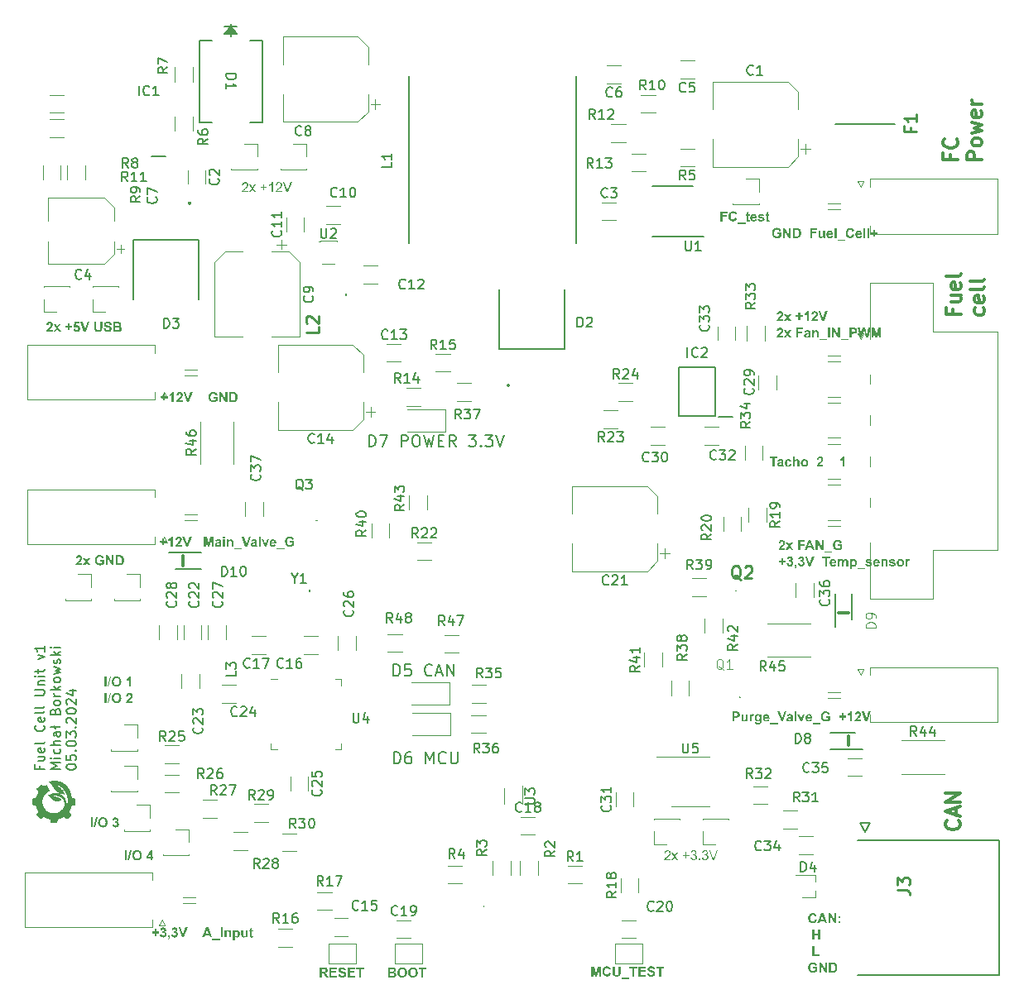
<source format=gbr>
%TF.GenerationSoftware,KiCad,Pcbnew,8.0.0*%
%TF.CreationDate,2024-03-30T14:37:23+01:00*%
%TF.ProjectId,schematic-main,73636865-6d61-4746-9963-2d6d61696e2e,rev?*%
%TF.SameCoordinates,Original*%
%TF.FileFunction,Legend,Top*%
%TF.FilePolarity,Positive*%
%FSLAX46Y46*%
G04 Gerber Fmt 4.6, Leading zero omitted, Abs format (unit mm)*
G04 Created by KiCad (PCBNEW 8.0.0) date 2024-03-30 14:37:23*
%MOMM*%
%LPD*%
G01*
G04 APERTURE LIST*
%ADD10C,0.000000*%
%ADD11C,0.200000*%
%ADD12C,0.300000*%
%ADD13C,0.100000*%
%ADD14C,0.150000*%
%ADD15C,0.158750*%
%ADD16C,0.254000*%
%ADD17C,0.125000*%
%ADD18C,0.120000*%
%ADD19C,0.152400*%
%ADD20C,0.127000*%
G04 APERTURE END LIST*
D10*
G36*
X93841838Y-94802925D02*
G01*
X93893597Y-94807524D01*
X93951805Y-94813488D01*
X94012990Y-94820505D01*
X94073679Y-94828267D01*
X94130399Y-94836463D01*
X94179678Y-94844783D01*
X94218042Y-94852917D01*
X94348680Y-94889710D01*
X94407798Y-94908262D01*
X94436675Y-94918255D01*
X94465427Y-94928984D01*
X94494304Y-94940644D01*
X94523553Y-94953427D01*
X94553422Y-94967529D01*
X94584159Y-94983141D01*
X94616013Y-95000459D01*
X94649230Y-95019677D01*
X94684060Y-95040987D01*
X94720751Y-95064583D01*
X94751546Y-95085020D01*
X94782318Y-95106534D01*
X94812919Y-95128963D01*
X94843203Y-95152144D01*
X94873021Y-95175914D01*
X94902228Y-95200110D01*
X94930674Y-95224570D01*
X94958214Y-95249130D01*
X94984699Y-95273629D01*
X95009983Y-95297903D01*
X95033919Y-95321789D01*
X95056358Y-95345125D01*
X95077154Y-95367747D01*
X95096159Y-95389494D01*
X95113226Y-95410202D01*
X95128209Y-95429709D01*
X95184949Y-95506128D01*
X95209948Y-95540934D01*
X95232884Y-95573741D01*
X95253899Y-95604750D01*
X95273130Y-95634161D01*
X95290718Y-95662178D01*
X95306802Y-95689000D01*
X95321522Y-95714831D01*
X95335018Y-95739870D01*
X95347428Y-95764321D01*
X95358892Y-95788384D01*
X95369550Y-95812261D01*
X95379542Y-95836154D01*
X95389007Y-95860264D01*
X95398084Y-95884792D01*
X95416723Y-95934871D01*
X95433099Y-95982068D01*
X95447429Y-96026597D01*
X95459930Y-96068677D01*
X95470818Y-96108525D01*
X95480311Y-96146357D01*
X95495979Y-96216844D01*
X95520123Y-96343182D01*
X95532070Y-96402507D01*
X95538773Y-96431968D01*
X95546250Y-96461584D01*
X95549474Y-96471436D01*
X95553185Y-96481117D01*
X95557378Y-96490582D01*
X95562043Y-96499783D01*
X95567173Y-96508674D01*
X95572760Y-96517208D01*
X95578798Y-96525339D01*
X95585276Y-96533021D01*
X95592189Y-96540207D01*
X95599529Y-96546850D01*
X95603356Y-96549953D01*
X95607287Y-96552904D01*
X95611320Y-96555695D01*
X95615455Y-96558322D01*
X95619691Y-96560778D01*
X95624027Y-96563058D01*
X95628462Y-96565156D01*
X95632994Y-96567065D01*
X95637624Y-96568781D01*
X95642349Y-96570298D01*
X95647169Y-96571609D01*
X95652084Y-96572708D01*
X95784375Y-96599167D01*
X95792265Y-96599321D01*
X95800051Y-96599778D01*
X95807725Y-96600531D01*
X95815278Y-96601575D01*
X95822698Y-96602901D01*
X95829977Y-96604504D01*
X95837105Y-96606375D01*
X95844072Y-96608510D01*
X95850868Y-96610900D01*
X95857484Y-96613539D01*
X95863911Y-96616421D01*
X95870137Y-96619538D01*
X95876155Y-96622883D01*
X95881953Y-96626451D01*
X95887523Y-96630233D01*
X95892854Y-96634224D01*
X95897938Y-96638416D01*
X95902763Y-96642804D01*
X95907322Y-96647379D01*
X95911603Y-96652135D01*
X95915597Y-96657066D01*
X95919295Y-96662164D01*
X95922686Y-96667423D01*
X95925762Y-96672837D01*
X95928512Y-96678397D01*
X95930927Y-96684098D01*
X95932997Y-96689933D01*
X95934712Y-96695895D01*
X95936063Y-96701976D01*
X95937040Y-96708172D01*
X95937634Y-96714473D01*
X95937834Y-96720875D01*
X95937834Y-97197125D01*
X95937153Y-97203527D01*
X95936109Y-97209828D01*
X95934710Y-97216024D01*
X95932966Y-97222105D01*
X95930884Y-97228067D01*
X95928474Y-97233902D01*
X95925744Y-97239603D01*
X95922703Y-97245164D01*
X95919359Y-97250577D01*
X95915723Y-97255836D01*
X95911801Y-97260934D01*
X95907603Y-97265865D01*
X95903138Y-97270621D01*
X95898414Y-97275197D01*
X95888224Y-97283776D01*
X95877105Y-97291550D01*
X95865125Y-97298463D01*
X95852354Y-97304461D01*
X95838863Y-97309490D01*
X95824720Y-97313497D01*
X95809997Y-97316425D01*
X95794761Y-97318222D01*
X95786973Y-97318679D01*
X95779084Y-97318833D01*
X95641501Y-97334708D01*
X95637067Y-97335282D01*
X95632696Y-97336007D01*
X95628389Y-97336881D01*
X95624148Y-97337902D01*
X95619972Y-97339066D01*
X95615862Y-97340371D01*
X95611821Y-97341813D01*
X95607849Y-97343390D01*
X95600114Y-97346936D01*
X95592666Y-97350986D01*
X95585513Y-97355517D01*
X95578662Y-97360505D01*
X95572121Y-97365927D01*
X95565898Y-97371760D01*
X95560000Y-97377981D01*
X95554436Y-97384566D01*
X95549213Y-97391492D01*
X95544338Y-97398735D01*
X95539821Y-97406274D01*
X95535667Y-97414083D01*
X95534676Y-97415135D01*
X95533693Y-97416295D01*
X95532725Y-97417548D01*
X95531781Y-97418879D01*
X95530868Y-97420272D01*
X95529993Y-97421711D01*
X95529165Y-97423181D01*
X95528391Y-97424667D01*
X95527679Y-97426153D01*
X95527037Y-97427623D01*
X95526473Y-97429062D01*
X95525993Y-97430455D01*
X95525607Y-97431785D01*
X95525322Y-97433038D01*
X95525145Y-97434199D01*
X95525084Y-97435250D01*
X95508217Y-97494523D01*
X95489365Y-97553238D01*
X95468529Y-97611332D01*
X95445709Y-97668745D01*
X95420904Y-97725413D01*
X95394115Y-97781275D01*
X95365342Y-97836269D01*
X95334584Y-97890333D01*
X95329994Y-97899382D01*
X95326140Y-97908648D01*
X95323015Y-97918099D01*
X95320611Y-97927706D01*
X95318920Y-97937437D01*
X95317934Y-97947260D01*
X95317646Y-97957146D01*
X95318048Y-97967063D01*
X95319131Y-97976979D01*
X95320890Y-97986865D01*
X95323315Y-97996689D01*
X95326398Y-98006419D01*
X95330133Y-98016026D01*
X95334512Y-98025478D01*
X95339525Y-98034743D01*
X95345167Y-98043792D01*
X95429834Y-98154917D01*
X95445709Y-98170792D01*
X95450050Y-98176294D01*
X95454141Y-98181880D01*
X95457983Y-98187542D01*
X95461574Y-98193271D01*
X95464912Y-98199058D01*
X95467998Y-98204894D01*
X95470830Y-98210771D01*
X95473407Y-98216680D01*
X95475729Y-98222613D01*
X95477793Y-98228559D01*
X95479600Y-98234512D01*
X95481148Y-98240462D01*
X95482437Y-98246400D01*
X95483465Y-98252318D01*
X95484231Y-98258206D01*
X95484735Y-98264057D01*
X95484975Y-98269862D01*
X95484951Y-98275611D01*
X95484661Y-98281296D01*
X95484104Y-98286909D01*
X95483281Y-98292440D01*
X95482189Y-98297881D01*
X95480827Y-98303223D01*
X95479195Y-98308458D01*
X95477292Y-98313576D01*
X95475117Y-98318569D01*
X95472668Y-98323429D01*
X95469945Y-98328146D01*
X95466947Y-98332712D01*
X95463673Y-98337119D01*
X95460121Y-98341356D01*
X95456292Y-98345417D01*
X95117626Y-98678792D01*
X95115582Y-98680715D01*
X95113429Y-98682523D01*
X95111184Y-98684222D01*
X95108861Y-98685820D01*
X95106476Y-98687325D01*
X95104045Y-98688744D01*
X95101583Y-98690087D01*
X95099105Y-98691359D01*
X95080584Y-98699958D01*
X95071476Y-98702563D01*
X95062042Y-98704423D01*
X95052330Y-98705539D01*
X95042385Y-98705911D01*
X95032253Y-98705539D01*
X95021983Y-98704423D01*
X95011619Y-98702563D01*
X95001209Y-98699958D01*
X94990799Y-98696610D01*
X94980435Y-98692517D01*
X94970164Y-98687680D01*
X94960033Y-98682099D01*
X94950088Y-98675774D01*
X94940375Y-98668704D01*
X94930942Y-98660891D01*
X94921834Y-98652333D01*
X94810709Y-98567667D01*
X94802533Y-98562025D01*
X94793914Y-98557011D01*
X94784908Y-98552633D01*
X94775569Y-98548898D01*
X94765951Y-98545814D01*
X94756108Y-98543389D01*
X94746094Y-98541631D01*
X94735964Y-98540547D01*
X94725772Y-98540145D01*
X94715573Y-98540433D01*
X94705420Y-98541419D01*
X94695367Y-98543110D01*
X94685470Y-98545514D01*
X94675782Y-98548639D01*
X94666357Y-98552493D01*
X94657251Y-98557083D01*
X94635185Y-98570726D01*
X94612685Y-98583872D01*
X94589813Y-98596523D01*
X94566631Y-98608677D01*
X94543201Y-98620335D01*
X94519584Y-98631497D01*
X94495844Y-98642163D01*
X94472042Y-98652333D01*
X94440055Y-98665966D01*
X94407633Y-98679040D01*
X94374839Y-98691494D01*
X94341735Y-98703266D01*
X94308383Y-98714293D01*
X94274845Y-98724515D01*
X94241183Y-98733868D01*
X94207459Y-98742292D01*
X94202545Y-98743872D01*
X94197726Y-98745634D01*
X94188380Y-98749681D01*
X94179437Y-98754396D01*
X94170913Y-98759738D01*
X94162823Y-98765669D01*
X94155183Y-98772150D01*
X94148008Y-98779143D01*
X94141313Y-98786609D01*
X94135114Y-98794509D01*
X94129427Y-98802805D01*
X94124268Y-98811457D01*
X94119650Y-98820426D01*
X94115591Y-98829675D01*
X94112106Y-98839164D01*
X94109209Y-98848855D01*
X94106917Y-98858708D01*
X94085750Y-98996292D01*
X94085596Y-99004181D01*
X94085139Y-99011968D01*
X94084386Y-99019642D01*
X94083342Y-99027194D01*
X94082016Y-99034615D01*
X94080413Y-99041894D01*
X94078542Y-99049021D01*
X94076407Y-99055988D01*
X94074017Y-99062785D01*
X94071378Y-99069401D01*
X94068496Y-99075827D01*
X94065380Y-99082054D01*
X94062034Y-99088071D01*
X94058467Y-99093870D01*
X94054684Y-99099440D01*
X94050693Y-99104771D01*
X94046501Y-99109854D01*
X94042114Y-99114680D01*
X94037538Y-99119238D01*
X94032782Y-99123519D01*
X94027851Y-99127513D01*
X94022753Y-99131211D01*
X94017494Y-99134603D01*
X94012081Y-99137678D01*
X94006520Y-99140429D01*
X94000819Y-99142844D01*
X93994984Y-99144913D01*
X93989022Y-99146629D01*
X93982941Y-99147980D01*
X93976745Y-99148957D01*
X93970444Y-99149550D01*
X93964042Y-99149750D01*
X93487792Y-99149750D01*
X93481390Y-99149550D01*
X93475089Y-99148957D01*
X93468893Y-99147980D01*
X93462812Y-99146629D01*
X93456850Y-99144913D01*
X93451015Y-99142844D01*
X93445314Y-99140429D01*
X93439754Y-99137678D01*
X93434340Y-99134603D01*
X93429081Y-99131211D01*
X93423983Y-99127513D01*
X93419052Y-99123519D01*
X93414296Y-99119238D01*
X93409721Y-99114680D01*
X93405333Y-99109854D01*
X93401141Y-99104771D01*
X93397150Y-99099440D01*
X93393368Y-99093870D01*
X93386455Y-99082054D01*
X93380456Y-99069401D01*
X93375427Y-99055988D01*
X93371421Y-99041894D01*
X93368492Y-99027194D01*
X93366695Y-99011968D01*
X93366238Y-99004181D01*
X93366084Y-98996292D01*
X93344917Y-98858708D01*
X93344313Y-98853764D01*
X93343497Y-98848855D01*
X93342474Y-98843987D01*
X93341248Y-98839164D01*
X93339824Y-98834392D01*
X93338208Y-98829675D01*
X93336404Y-98825018D01*
X93334416Y-98820426D01*
X93329911Y-98811457D01*
X93324732Y-98802805D01*
X93318917Y-98794509D01*
X93312505Y-98786609D01*
X93305536Y-98779143D01*
X93298046Y-98772150D01*
X93290077Y-98765669D01*
X93281665Y-98759738D01*
X93272850Y-98754396D01*
X93263671Y-98749681D01*
X93254167Y-98745634D01*
X93249304Y-98743872D01*
X93244375Y-98742292D01*
X93186849Y-98725424D01*
X93129447Y-98706573D01*
X93072293Y-98685737D01*
X93015511Y-98662917D01*
X92959225Y-98638112D01*
X92903559Y-98611323D01*
X92848637Y-98582549D01*
X92794584Y-98551792D01*
X92785477Y-98547201D01*
X92776052Y-98543348D01*
X92766364Y-98540223D01*
X92756467Y-98537818D01*
X92746415Y-98536127D01*
X92736261Y-98535142D01*
X92726062Y-98534854D01*
X92715870Y-98535255D01*
X92705740Y-98536339D01*
X92695726Y-98538098D01*
X92685883Y-98540522D01*
X92676265Y-98543606D01*
X92666926Y-98547341D01*
X92657920Y-98551719D01*
X92649302Y-98556733D01*
X92641125Y-98562375D01*
X92530000Y-98647042D01*
X92523987Y-98652840D01*
X92517860Y-98658327D01*
X92511631Y-98663501D01*
X92505309Y-98668363D01*
X92498906Y-98672911D01*
X92492433Y-98677145D01*
X92485899Y-98681062D01*
X92479316Y-98684662D01*
X92472694Y-98687945D01*
X92466044Y-98690909D01*
X92459377Y-98693553D01*
X92452703Y-98695876D01*
X92446032Y-98697878D01*
X92439377Y-98699557D01*
X92432746Y-98700912D01*
X92426151Y-98701943D01*
X92419603Y-98702648D01*
X92413112Y-98703027D01*
X92406689Y-98703078D01*
X92400344Y-98702801D01*
X92394088Y-98702194D01*
X92387933Y-98701257D01*
X92381887Y-98699988D01*
X92375963Y-98698387D01*
X92370171Y-98696453D01*
X92364521Y-98694185D01*
X92359024Y-98691581D01*
X92353691Y-98688641D01*
X92348532Y-98685364D01*
X92343558Y-98681749D01*
X92338780Y-98677795D01*
X92334209Y-98673500D01*
X91979666Y-98340126D01*
X91975372Y-98335539D01*
X91971418Y-98330718D01*
X91967802Y-98325676D01*
X91964525Y-98320427D01*
X91961585Y-98314983D01*
X91958982Y-98309360D01*
X91956713Y-98303570D01*
X91954779Y-98297627D01*
X91953178Y-98291544D01*
X91951910Y-98285336D01*
X91950973Y-98279015D01*
X91950366Y-98272595D01*
X91950089Y-98266090D01*
X91950140Y-98259513D01*
X91950519Y-98252878D01*
X91951224Y-98246198D01*
X91952255Y-98239488D01*
X91953610Y-98232760D01*
X91955289Y-98226028D01*
X91957291Y-98219306D01*
X91959614Y-98212607D01*
X91962258Y-98205945D01*
X91965222Y-98199333D01*
X91968504Y-98192786D01*
X91972105Y-98186315D01*
X91976022Y-98179936D01*
X91980255Y-98173662D01*
X91984803Y-98167506D01*
X91989665Y-98161481D01*
X91994840Y-98155602D01*
X92000327Y-98149882D01*
X92006125Y-98144334D01*
X92090791Y-98033209D01*
X92096433Y-98025033D01*
X92101447Y-98016414D01*
X92105825Y-98007408D01*
X92109560Y-97998069D01*
X92112644Y-97988451D01*
X92115069Y-97978608D01*
X92116827Y-97968594D01*
X92117911Y-97958464D01*
X92118313Y-97948272D01*
X92118025Y-97938073D01*
X92117039Y-97927920D01*
X92115348Y-97917867D01*
X92112944Y-97907970D01*
X92109819Y-97898282D01*
X92105965Y-97888857D01*
X92101375Y-97879751D01*
X92085807Y-97852839D01*
X92070844Y-97825687D01*
X92042670Y-97770693D01*
X92016729Y-97714830D01*
X91992896Y-97658162D01*
X91971047Y-97600749D01*
X91951058Y-97542655D01*
X91932806Y-97483940D01*
X91916166Y-97424667D01*
X91914586Y-97419753D01*
X91912824Y-97414934D01*
X91908777Y-97405588D01*
X91904063Y-97396646D01*
X91898721Y-97388122D01*
X91892789Y-97380032D01*
X91886308Y-97372391D01*
X91879315Y-97365216D01*
X91871849Y-97358521D01*
X91863949Y-97352323D01*
X91855653Y-97346636D01*
X91847001Y-97341476D01*
X91838032Y-97336859D01*
X91828783Y-97332799D01*
X91819294Y-97329314D01*
X91809603Y-97326417D01*
X91799750Y-97324126D01*
X91662167Y-97302959D01*
X91654277Y-97302805D01*
X91646490Y-97302348D01*
X91638816Y-97301594D01*
X91631264Y-97300551D01*
X91623844Y-97299224D01*
X91616565Y-97297622D01*
X91609437Y-97295750D01*
X91602470Y-97293616D01*
X91595673Y-97291225D01*
X91589057Y-97288586D01*
X91582631Y-97285705D01*
X91576404Y-97282588D01*
X91570387Y-97279242D01*
X91564588Y-97275675D01*
X91559019Y-97271892D01*
X91553687Y-97267901D01*
X91548604Y-97263709D01*
X91543778Y-97259322D01*
X91539220Y-97254747D01*
X91534939Y-97249990D01*
X91530945Y-97245060D01*
X91527247Y-97239961D01*
X91523856Y-97234702D01*
X91520780Y-97229289D01*
X91518030Y-97223728D01*
X91515615Y-97218027D01*
X91513545Y-97212192D01*
X91511829Y-97206231D01*
X91510478Y-97200149D01*
X91509501Y-97193954D01*
X91508908Y-97187652D01*
X91508708Y-97181250D01*
X91508708Y-96705001D01*
X91509389Y-96698599D01*
X91510433Y-96692297D01*
X91511832Y-96686102D01*
X91513576Y-96680020D01*
X91515658Y-96674058D01*
X91518068Y-96668224D01*
X91520798Y-96662522D01*
X91523839Y-96656962D01*
X91527182Y-96651549D01*
X91530819Y-96646289D01*
X91534741Y-96641191D01*
X91538939Y-96636260D01*
X91543404Y-96631504D01*
X91548128Y-96626929D01*
X91558318Y-96618349D01*
X91569437Y-96610576D01*
X91581417Y-96603663D01*
X91594187Y-96597664D01*
X91607679Y-96592635D01*
X91621821Y-96588629D01*
X91636545Y-96585700D01*
X91651781Y-96583903D01*
X91659569Y-96583446D01*
X91667458Y-96583292D01*
X91805042Y-96562125D01*
X91810452Y-96561521D01*
X91815767Y-96560705D01*
X91820985Y-96559682D01*
X91826105Y-96558456D01*
X91831124Y-96557033D01*
X91836040Y-96555416D01*
X91840851Y-96553612D01*
X91845556Y-96551625D01*
X91850152Y-96549459D01*
X91854638Y-96547120D01*
X91859011Y-96544612D01*
X91863271Y-96541940D01*
X91867413Y-96539110D01*
X91871438Y-96536125D01*
X91879125Y-96529714D01*
X91886316Y-96522744D01*
X91892995Y-96515255D01*
X91899147Y-96507285D01*
X91904756Y-96498873D01*
X91909808Y-96490059D01*
X91914286Y-96480880D01*
X91918174Y-96471375D01*
X91921458Y-96461584D01*
X91938325Y-96404057D01*
X91957177Y-96346655D01*
X91978013Y-96289501D01*
X92000833Y-96232719D01*
X92025638Y-96176433D01*
X92052427Y-96120767D01*
X92081200Y-96065845D01*
X92111958Y-96011792D01*
X92116548Y-96002743D01*
X92120402Y-95993478D01*
X92123527Y-95984026D01*
X92125931Y-95974419D01*
X92127622Y-95964689D01*
X92128608Y-95954865D01*
X92128896Y-95944979D01*
X92128494Y-95935063D01*
X92127411Y-95925146D01*
X92125652Y-95915260D01*
X92123227Y-95905436D01*
X92120144Y-95895706D01*
X92116409Y-95886099D01*
X92112030Y-95876648D01*
X92107017Y-95867382D01*
X92101375Y-95858333D01*
X92016708Y-95747209D01*
X92010910Y-95741195D01*
X92005423Y-95735069D01*
X92000248Y-95728839D01*
X91995386Y-95722518D01*
X91990838Y-95716115D01*
X91986605Y-95709641D01*
X91982688Y-95703108D01*
X91979088Y-95696524D01*
X91975805Y-95689903D01*
X91972841Y-95683253D01*
X91970197Y-95676585D01*
X91967874Y-95669911D01*
X91965872Y-95663241D01*
X91964193Y-95656585D01*
X91962838Y-95649954D01*
X91961807Y-95643360D01*
X91961102Y-95636812D01*
X91960723Y-95630320D01*
X91960672Y-95623897D01*
X91960949Y-95617553D01*
X91961556Y-95611297D01*
X91962493Y-95605141D01*
X91963762Y-95599096D01*
X91965362Y-95593172D01*
X91967297Y-95587379D01*
X91969565Y-95581729D01*
X91972169Y-95576232D01*
X91975109Y-95570899D01*
X91978386Y-95565740D01*
X91982001Y-95560767D01*
X91985955Y-95555989D01*
X91990250Y-95551417D01*
X92328916Y-95218042D01*
X92333503Y-95213747D01*
X92338324Y-95209793D01*
X92343366Y-95206178D01*
X92348616Y-95202901D01*
X92354059Y-95199961D01*
X92359682Y-95197357D01*
X92365472Y-95195089D01*
X92371415Y-95193154D01*
X92377498Y-95191554D01*
X92383707Y-95190285D01*
X92390028Y-95189348D01*
X92396447Y-95188741D01*
X92402952Y-95188464D01*
X92409529Y-95188515D01*
X92416164Y-95188894D01*
X92422844Y-95189599D01*
X92429554Y-95190630D01*
X92436282Y-95191985D01*
X92443014Y-95193664D01*
X92449736Y-95195666D01*
X92456435Y-95197989D01*
X92463097Y-95200633D01*
X92469709Y-95203597D01*
X92476256Y-95206880D01*
X92482727Y-95210480D01*
X92489106Y-95214397D01*
X92495380Y-95218631D01*
X92501537Y-95223179D01*
X92507561Y-95228040D01*
X92513440Y-95233215D01*
X92519161Y-95238702D01*
X92524708Y-95244500D01*
X92635833Y-95329167D01*
X92644010Y-95334808D01*
X92652628Y-95339822D01*
X92661634Y-95344201D01*
X92670973Y-95347936D01*
X92680591Y-95351019D01*
X92690435Y-95353444D01*
X92700448Y-95355202D01*
X92710578Y-95356286D01*
X92720770Y-95356688D01*
X92730970Y-95356400D01*
X92741123Y-95355414D01*
X92751175Y-95353723D01*
X92761072Y-95351319D01*
X92770760Y-95348194D01*
X92780185Y-95344340D01*
X92789291Y-95339750D01*
X92833775Y-95316020D01*
X92879250Y-95292787D01*
X92924725Y-95270545D01*
X92969208Y-95249792D01*
X92972200Y-95248396D01*
X92975217Y-95247184D01*
X92978256Y-95246151D01*
X92981311Y-95245296D01*
X92984378Y-95244615D01*
X92987451Y-95244106D01*
X92990527Y-95243766D01*
X92993600Y-95243591D01*
X92996664Y-95243579D01*
X92999717Y-95243726D01*
X93002752Y-95244031D01*
X93005764Y-95244490D01*
X93008750Y-95245100D01*
X93011703Y-95245858D01*
X93014620Y-95246761D01*
X93017495Y-95247807D01*
X93020323Y-95248993D01*
X93023100Y-95250315D01*
X93025821Y-95251771D01*
X93028481Y-95253357D01*
X93031075Y-95255072D01*
X93033598Y-95256912D01*
X93036046Y-95258873D01*
X93038413Y-95260954D01*
X93040695Y-95263151D01*
X93042887Y-95265461D01*
X93044984Y-95267882D01*
X93046981Y-95270411D01*
X93048874Y-95273044D01*
X93050657Y-95275778D01*
X93052325Y-95278612D01*
X93053875Y-95281542D01*
X93270833Y-95805417D01*
X93272229Y-95808408D01*
X93273442Y-95811425D01*
X93274474Y-95814464D01*
X93275329Y-95817519D01*
X93276010Y-95820586D01*
X93276519Y-95823660D01*
X93276860Y-95826735D01*
X93277034Y-95829808D01*
X93277047Y-95832873D01*
X93276899Y-95835925D01*
X93276594Y-95838960D01*
X93276135Y-95841973D01*
X93275525Y-95844958D01*
X93274767Y-95847912D01*
X93273864Y-95850828D01*
X93272818Y-95853703D01*
X93271632Y-95856532D01*
X93270310Y-95859309D01*
X93268854Y-95862030D01*
X93267268Y-95864690D01*
X93265553Y-95867283D01*
X93263713Y-95869807D01*
X93261752Y-95872254D01*
X93259671Y-95874622D01*
X93257474Y-95876904D01*
X93255164Y-95879096D01*
X93252743Y-95881192D01*
X93250214Y-95883190D01*
X93247581Y-95885082D01*
X93244846Y-95886865D01*
X93242013Y-95888534D01*
X93239083Y-95890083D01*
X93210497Y-95902423D01*
X93182291Y-95915632D01*
X93154472Y-95929709D01*
X93127049Y-95944653D01*
X93100028Y-95960466D01*
X93073419Y-95977148D01*
X93047228Y-95994697D01*
X93021463Y-96013114D01*
X92996133Y-96032400D01*
X92971244Y-96052554D01*
X92946805Y-96073576D01*
X92922823Y-96095466D01*
X92899307Y-96118224D01*
X92876263Y-96141851D01*
X92853700Y-96166345D01*
X92831625Y-96191708D01*
X92797503Y-96233506D01*
X92765584Y-96276495D01*
X92735868Y-96320594D01*
X92708356Y-96365723D01*
X92683049Y-96411802D01*
X92659949Y-96458750D01*
X92639056Y-96506486D01*
X92620372Y-96554931D01*
X92603896Y-96604004D01*
X92589631Y-96653624D01*
X92577576Y-96703711D01*
X92567734Y-96754185D01*
X92560105Y-96804965D01*
X92554690Y-96855971D01*
X92551489Y-96907122D01*
X92550505Y-96958338D01*
X92551738Y-97009539D01*
X92555188Y-97060643D01*
X92560858Y-97111571D01*
X92568747Y-97162243D01*
X92578857Y-97212577D01*
X92591189Y-97262494D01*
X92605743Y-97311913D01*
X92622521Y-97360753D01*
X92641524Y-97408934D01*
X92662753Y-97456376D01*
X92686208Y-97502998D01*
X92711891Y-97548721D01*
X92739802Y-97593462D01*
X92769943Y-97637143D01*
X92802314Y-97679682D01*
X92836916Y-97721000D01*
X92870239Y-97757819D01*
X92904684Y-97792871D01*
X92976722Y-97857673D01*
X93052589Y-97915406D01*
X93131844Y-97966070D01*
X93214045Y-98009664D01*
X93298749Y-98046189D01*
X93385515Y-98075645D01*
X93473901Y-98098031D01*
X93563465Y-98113348D01*
X93653766Y-98121595D01*
X93744361Y-98122774D01*
X93834809Y-98116882D01*
X93924668Y-98103922D01*
X94013496Y-98083892D01*
X94100851Y-98056793D01*
X94186291Y-98022625D01*
X94209980Y-98011463D01*
X94233420Y-97999804D01*
X94256613Y-97987650D01*
X94279557Y-97975000D01*
X94302253Y-97961853D01*
X94324701Y-97948211D01*
X94346902Y-97934072D01*
X94368854Y-97919437D01*
X94390558Y-97904306D01*
X94412014Y-97888679D01*
X94433222Y-97872556D01*
X94454182Y-97855937D01*
X94474894Y-97838822D01*
X94495358Y-97821211D01*
X94515573Y-97803103D01*
X94535541Y-97784500D01*
X94560615Y-97760646D01*
X94572632Y-97748641D01*
X94584324Y-97736544D01*
X94595705Y-97724322D01*
X94606793Y-97711946D01*
X94617601Y-97699383D01*
X94628145Y-97686604D01*
X94638442Y-97673576D01*
X94648506Y-97660269D01*
X94658353Y-97646653D01*
X94667998Y-97632695D01*
X94677457Y-97618365D01*
X94686746Y-97603632D01*
X94695880Y-97588465D01*
X94704875Y-97572833D01*
X94725028Y-97535977D01*
X94742082Y-97503215D01*
X94749562Y-97487631D01*
X94756406Y-97472188D01*
X94762662Y-97456589D01*
X94768375Y-97440541D01*
X94773591Y-97423749D01*
X94778358Y-97405918D01*
X94782723Y-97386754D01*
X94786730Y-97365962D01*
X94790427Y-97343247D01*
X94793861Y-97318316D01*
X94797078Y-97290873D01*
X94800124Y-97260625D01*
X94800739Y-97240915D01*
X94800579Y-97217795D01*
X94797809Y-97163059D01*
X94791567Y-97099890D01*
X94787066Y-97066228D01*
X94781604Y-97031760D01*
X94775149Y-96996920D01*
X94767672Y-96962142D01*
X94759140Y-96927860D01*
X94749523Y-96894508D01*
X94738790Y-96862520D01*
X94726909Y-96832330D01*
X94713851Y-96804374D01*
X94699583Y-96779083D01*
X94680669Y-96754082D01*
X94656423Y-96723934D01*
X94627959Y-96690437D01*
X94596395Y-96655390D01*
X94579799Y-96637848D01*
X94562847Y-96620592D01*
X94545677Y-96603847D01*
X94528430Y-96587839D01*
X94511245Y-96572792D01*
X94494262Y-96558931D01*
X94477620Y-96546481D01*
X94461458Y-96535666D01*
X94417732Y-96509810D01*
X94373835Y-96485830D01*
X94329722Y-96463741D01*
X94285345Y-96443558D01*
X94240657Y-96425298D01*
X94195614Y-96408976D01*
X94150167Y-96394608D01*
X94104270Y-96382208D01*
X94057878Y-96371793D01*
X94010943Y-96363377D01*
X93963419Y-96356977D01*
X93915259Y-96352608D01*
X93866417Y-96350285D01*
X93816846Y-96350024D01*
X93766500Y-96351840D01*
X93715333Y-96355750D01*
X93713408Y-96355810D01*
X93711592Y-96355987D01*
X93709868Y-96356273D01*
X93708222Y-96356659D01*
X93706638Y-96357139D01*
X93705101Y-96357703D01*
X93703595Y-96358345D01*
X93702104Y-96359057D01*
X93700613Y-96359831D01*
X93699106Y-96360659D01*
X93695985Y-96362447D01*
X93692616Y-96364359D01*
X93690799Y-96365342D01*
X93688875Y-96366333D01*
X93749430Y-96377827D01*
X93809932Y-96390569D01*
X93870201Y-96404691D01*
X93930059Y-96420324D01*
X93989328Y-96437601D01*
X94047830Y-96456653D01*
X94105386Y-96477612D01*
X94161817Y-96500609D01*
X94216947Y-96525777D01*
X94270596Y-96553246D01*
X94322587Y-96583150D01*
X94372740Y-96615620D01*
X94420878Y-96650787D01*
X94466822Y-96688783D01*
X94510394Y-96729741D01*
X94551417Y-96773791D01*
X94541447Y-96771870D01*
X94531438Y-96770081D01*
X94511646Y-96766928D01*
X94492722Y-96764396D01*
X94483799Y-96763382D01*
X94475349Y-96762546D01*
X94467457Y-96761897D01*
X94460208Y-96761441D01*
X94453687Y-96761186D01*
X94447981Y-96761141D01*
X94443174Y-96761313D01*
X94439351Y-96761709D01*
X94436598Y-96762338D01*
X94435649Y-96762743D01*
X94435000Y-96763208D01*
X94350334Y-96832000D01*
X94339750Y-96837291D01*
X94308869Y-96856023D01*
X94277749Y-96872545D01*
X94246395Y-96886881D01*
X94214817Y-96899055D01*
X94183022Y-96909089D01*
X94151017Y-96917007D01*
X94118811Y-96922833D01*
X94086411Y-96926588D01*
X94053826Y-96928297D01*
X94021061Y-96927984D01*
X93988127Y-96925670D01*
X93955029Y-96921379D01*
X93921777Y-96915136D01*
X93888377Y-96906962D01*
X93854838Y-96896881D01*
X93821167Y-96884917D01*
X93821152Y-96884436D01*
X93821107Y-96883985D01*
X93821036Y-96883563D01*
X93820939Y-96883170D01*
X93820820Y-96882803D01*
X93820678Y-96882463D01*
X93820518Y-96882148D01*
X93820340Y-96881857D01*
X93820146Y-96881590D01*
X93819939Y-96881344D01*
X93819721Y-96881120D01*
X93819492Y-96880917D01*
X93819256Y-96880732D01*
X93819014Y-96880567D01*
X93818769Y-96880418D01*
X93818521Y-96880286D01*
X93818273Y-96880170D01*
X93818027Y-96880068D01*
X93817549Y-96879904D01*
X93817102Y-96879786D01*
X93816702Y-96879707D01*
X93816363Y-96879660D01*
X93816102Y-96879635D01*
X93815875Y-96879625D01*
X93795223Y-96871262D01*
X93774927Y-96862086D01*
X93754972Y-96852150D01*
X93735343Y-96841508D01*
X93716023Y-96830216D01*
X93696999Y-96818326D01*
X93678253Y-96805894D01*
X93659771Y-96792974D01*
X93641537Y-96779619D01*
X93623536Y-96765885D01*
X93588168Y-96737494D01*
X93553545Y-96708235D01*
X93519542Y-96678541D01*
X93478356Y-96640125D01*
X93438100Y-96600407D01*
X93398712Y-96559572D01*
X93360130Y-96517807D01*
X93322293Y-96475298D01*
X93285138Y-96432231D01*
X93248602Y-96388791D01*
X93212625Y-96345166D01*
X93207725Y-96340145D01*
X93202941Y-96335007D01*
X93198266Y-96329760D01*
X93193691Y-96324413D01*
X93184813Y-96313447D01*
X93176245Y-96302171D01*
X93167925Y-96290648D01*
X93159791Y-96278938D01*
X93143834Y-96255208D01*
X93145817Y-96254275D01*
X93147792Y-96253451D01*
X93149752Y-96252720D01*
X93151688Y-96252066D01*
X93153594Y-96251474D01*
X93155461Y-96250929D01*
X93159047Y-96249916D01*
X93160751Y-96249418D01*
X93162386Y-96248904D01*
X93163942Y-96248358D01*
X93165414Y-96247767D01*
X93166792Y-96247113D01*
X93168070Y-96246382D01*
X93168669Y-96245982D01*
X93169239Y-96245558D01*
X93169781Y-96245106D01*
X93170292Y-96244625D01*
X93227860Y-96221102D01*
X93285551Y-96198323D01*
X93343491Y-96176536D01*
X93401803Y-96155989D01*
X93460610Y-96136931D01*
X93520038Y-96119609D01*
X93580210Y-96104272D01*
X93641250Y-96091167D01*
X93665972Y-96087197D01*
X93692183Y-96083229D01*
X93747084Y-96075291D01*
X93773108Y-96071581D01*
X93799504Y-96068429D01*
X93826149Y-96065897D01*
X93852917Y-96064047D01*
X93879685Y-96062941D01*
X93906330Y-96062641D01*
X93932726Y-96063210D01*
X93958750Y-96064708D01*
X93964042Y-96064708D01*
X93966087Y-96064768D01*
X93968249Y-96064936D01*
X93970518Y-96065196D01*
X93972889Y-96065535D01*
X93977902Y-96066382D01*
X93983224Y-96067354D01*
X93988795Y-96068325D01*
X93994552Y-96069173D01*
X93997481Y-96069511D01*
X94000433Y-96069772D01*
X94003400Y-96069940D01*
X94006376Y-96070000D01*
X94068315Y-96079766D01*
X94157601Y-96098525D01*
X94210039Y-96111916D01*
X94266360Y-96128322D01*
X94325579Y-96147999D01*
X94386714Y-96171203D01*
X94448779Y-96198190D01*
X94510789Y-96229215D01*
X94571761Y-96264534D01*
X94630709Y-96304404D01*
X94659117Y-96326125D01*
X94686650Y-96349080D01*
X94713185Y-96373300D01*
X94738599Y-96398817D01*
X94762769Y-96425664D01*
X94785572Y-96453872D01*
X94806884Y-96483473D01*
X94826584Y-96514500D01*
X94838185Y-96533478D01*
X94849197Y-96552720D01*
X94859651Y-96572241D01*
X94869578Y-96592056D01*
X94879009Y-96612181D01*
X94887975Y-96632632D01*
X94896507Y-96653424D01*
X94904636Y-96674573D01*
X94919808Y-96718002D01*
X94933740Y-96763043D01*
X94946680Y-96809820D01*
X94958875Y-96858458D01*
X94966263Y-96894000D01*
X94972580Y-96929224D01*
X94977874Y-96964184D01*
X94982192Y-96998935D01*
X94985579Y-97033531D01*
X94988083Y-97068027D01*
X94989750Y-97102475D01*
X94990626Y-97136932D01*
X94990192Y-97206085D01*
X94987153Y-97275921D01*
X94981882Y-97346873D01*
X94974751Y-97419375D01*
X94972053Y-97443384D01*
X94968053Y-97471547D01*
X94956891Y-97539099D01*
X94927126Y-97710416D01*
X94964089Y-97633941D01*
X94997542Y-97554524D01*
X95027419Y-97472448D01*
X95053650Y-97387997D01*
X95076168Y-97301452D01*
X95094906Y-97213098D01*
X95109795Y-97123217D01*
X95120767Y-97032091D01*
X95127756Y-96940004D01*
X95130692Y-96847239D01*
X95129508Y-96754079D01*
X95124137Y-96660806D01*
X95114510Y-96567704D01*
X95100559Y-96475055D01*
X95082218Y-96383143D01*
X95059417Y-96292250D01*
X95032090Y-96202659D01*
X95000167Y-96114653D01*
X94963583Y-96028516D01*
X94922268Y-95944529D01*
X94876155Y-95862977D01*
X94825176Y-95784141D01*
X94769263Y-95708306D01*
X94708348Y-95635752D01*
X94642364Y-95566765D01*
X94571243Y-95501626D01*
X94494916Y-95440619D01*
X94413317Y-95384026D01*
X94326377Y-95332131D01*
X94234028Y-95285216D01*
X94136203Y-95243564D01*
X94032834Y-95207458D01*
X94141303Y-95291887D01*
X94262608Y-95392749D01*
X94325419Y-95448587D01*
X94388254Y-95507626D01*
X94450050Y-95569564D01*
X94509745Y-95634099D01*
X94566278Y-95700928D01*
X94618586Y-95769750D01*
X94665608Y-95840261D01*
X94686804Y-95876056D01*
X94706281Y-95912160D01*
X94723905Y-95948535D01*
X94739544Y-95985144D01*
X94753064Y-96021948D01*
X94764334Y-96058910D01*
X94773220Y-96095993D01*
X94779590Y-96133158D01*
X94783311Y-96170367D01*
X94784250Y-96207583D01*
X94609625Y-96186416D01*
X94559848Y-96175080D01*
X94508071Y-96160961D01*
X94454774Y-96144128D01*
X94400439Y-96124653D01*
X94345546Y-96102604D01*
X94290575Y-96078051D01*
X94236007Y-96051064D01*
X94182323Y-96021713D01*
X94130003Y-95990068D01*
X94079528Y-95956198D01*
X94031379Y-95920173D01*
X93986035Y-95882063D01*
X93943978Y-95841938D01*
X93924333Y-95821141D01*
X93905689Y-95799867D01*
X93888107Y-95778123D01*
X93871647Y-95755920D01*
X93856369Y-95733265D01*
X93842333Y-95710167D01*
X93841507Y-95709257D01*
X93840659Y-95708213D01*
X93840181Y-95707571D01*
X93839688Y-95706859D01*
X93839194Y-95706086D01*
X93838716Y-95705257D01*
X93838269Y-95704383D01*
X93837869Y-95703469D01*
X93837530Y-95702525D01*
X93837389Y-95702044D01*
X93837269Y-95701557D01*
X93837173Y-95701067D01*
X93837101Y-95700574D01*
X93837057Y-95700079D01*
X93837042Y-95699583D01*
X93791574Y-95631031D01*
X93748386Y-95567141D01*
X93707399Y-95507736D01*
X93668535Y-95452642D01*
X93631719Y-95401684D01*
X93596871Y-95354686D01*
X93563914Y-95311472D01*
X93532771Y-95271868D01*
X93503365Y-95235698D01*
X93475617Y-95202786D01*
X93449451Y-95172957D01*
X93424788Y-95146036D01*
X93401552Y-95121847D01*
X93379664Y-95100216D01*
X93359048Y-95080966D01*
X93339625Y-95063922D01*
X93321319Y-95048909D01*
X93304051Y-95035752D01*
X93287745Y-95024275D01*
X93272322Y-95014302D01*
X93257705Y-95005659D01*
X93243817Y-94998170D01*
X93230580Y-94991660D01*
X93217917Y-94985953D01*
X93194001Y-94976247D01*
X93171450Y-94967649D01*
X93149642Y-94958757D01*
X93138824Y-94953762D01*
X93127959Y-94948167D01*
X93137816Y-94938896D01*
X93149459Y-94929934D01*
X93177671Y-94912934D01*
X93211744Y-94897158D01*
X93250825Y-94882600D01*
X93294060Y-94869250D01*
X93340597Y-94857103D01*
X93389584Y-94846149D01*
X93440167Y-94836380D01*
X93542714Y-94820371D01*
X93641416Y-94809013D01*
X93729452Y-94802243D01*
X93800000Y-94800000D01*
X93841838Y-94802925D01*
G37*
D11*
G36*
X167670795Y-38854842D02*
G01*
X167670795Y-38682896D01*
X168109211Y-38682896D01*
X168109211Y-39091270D01*
X168068695Y-39124594D01*
X168025090Y-39152270D01*
X167981075Y-39174984D01*
X167931591Y-39196295D01*
X167924075Y-39199225D01*
X167870922Y-39217307D01*
X167817466Y-39230948D01*
X167763705Y-39240148D01*
X167709641Y-39244906D01*
X167678611Y-39245631D01*
X167620777Y-39243287D01*
X167565794Y-39236254D01*
X167513661Y-39224534D01*
X167464379Y-39208125D01*
X167417948Y-39187027D01*
X167403105Y-39178953D01*
X167361102Y-39151939D01*
X167323203Y-39120907D01*
X167284176Y-39079624D01*
X167255170Y-39039885D01*
X167230268Y-38996127D01*
X167226517Y-38988443D01*
X167206430Y-38941151D01*
X167190499Y-38892330D01*
X167178724Y-38841981D01*
X167171105Y-38790103D01*
X167167641Y-38736697D01*
X167167411Y-38718555D01*
X167169729Y-38660449D01*
X167176684Y-38604833D01*
X167188276Y-38551708D01*
X167204505Y-38501072D01*
X167225370Y-38452927D01*
X167233356Y-38437431D01*
X167260232Y-38393287D01*
X167291402Y-38353179D01*
X167326865Y-38317107D01*
X167366621Y-38285070D01*
X167410671Y-38257069D01*
X167426308Y-38248632D01*
X167477736Y-38226619D01*
X167527570Y-38212518D01*
X167581914Y-38203231D01*
X167632086Y-38199104D01*
X167667376Y-38198318D01*
X167723984Y-38200345D01*
X167776574Y-38206427D01*
X167825145Y-38216564D01*
X167878125Y-38234081D01*
X167925317Y-38257437D01*
X167960223Y-38281360D01*
X167997145Y-38314734D01*
X168028779Y-38352572D01*
X168055123Y-38394876D01*
X168076177Y-38441645D01*
X168091942Y-38492878D01*
X168096022Y-38510949D01*
X167894033Y-38542212D01*
X167877079Y-38495715D01*
X167849945Y-38452117D01*
X167813921Y-38416427D01*
X167770158Y-38390145D01*
X167719468Y-38374773D01*
X167667376Y-38370265D01*
X167611650Y-38374367D01*
X167561161Y-38386674D01*
X167515907Y-38407185D01*
X167475889Y-38435901D01*
X167455373Y-38455994D01*
X167424728Y-38497379D01*
X167401611Y-38546735D01*
X167387786Y-38595384D01*
X167379492Y-38649889D01*
X167376803Y-38699784D01*
X167376727Y-38710251D01*
X167378671Y-38764819D01*
X167384502Y-38814951D01*
X167396632Y-38869253D01*
X167414361Y-38917166D01*
X167442120Y-38964991D01*
X167456350Y-38982826D01*
X167493653Y-39018229D01*
X167535677Y-39044936D01*
X167582423Y-39062948D01*
X167633891Y-39072264D01*
X167665422Y-39073684D01*
X167717297Y-39069452D01*
X167765325Y-39058031D01*
X167793405Y-39048039D01*
X167839040Y-39027259D01*
X167882742Y-39001259D01*
X167903803Y-38985757D01*
X167903803Y-38854842D01*
X167670795Y-38854842D01*
G37*
G36*
X168292882Y-39230000D02*
G01*
X168292882Y-38213949D01*
X168490718Y-38213949D01*
X168902756Y-38900516D01*
X168902756Y-38213949D01*
X169091556Y-38213949D01*
X169091556Y-39230000D01*
X168887613Y-39230000D01*
X168481681Y-38553691D01*
X168481681Y-39230000D01*
X168292882Y-39230000D01*
G37*
G36*
X169724044Y-38214873D02*
G01*
X169776652Y-38218189D01*
X169826895Y-38224803D01*
X169863607Y-38233244D01*
X169911351Y-38251328D01*
X169955115Y-38275903D01*
X169994900Y-38306970D01*
X170015282Y-38327034D01*
X170048470Y-38367211D01*
X170076866Y-38412179D01*
X170100470Y-38461939D01*
X170111514Y-38491653D01*
X170125939Y-38543112D01*
X170135181Y-38592822D01*
X170141267Y-38646903D01*
X170143971Y-38696737D01*
X170144487Y-38731744D01*
X170143002Y-38784913D01*
X170138549Y-38834787D01*
X170129825Y-38887749D01*
X170117224Y-38936407D01*
X170113468Y-38947899D01*
X170095457Y-38994390D01*
X170071068Y-39042571D01*
X170042617Y-39085470D01*
X170010106Y-39123087D01*
X170005757Y-39127418D01*
X169964961Y-39160471D01*
X169920310Y-39185811D01*
X169873966Y-39204783D01*
X169862875Y-39208506D01*
X169811190Y-39220743D01*
X169760960Y-39226977D01*
X169710311Y-39229664D01*
X169682868Y-39230000D01*
X169300139Y-39230000D01*
X169300139Y-38385896D01*
X169503593Y-38385896D01*
X169503593Y-39058053D01*
X169655268Y-39058053D01*
X169708272Y-39056898D01*
X169759536Y-39052090D01*
X169778367Y-39048283D01*
X169826031Y-39030223D01*
X169860188Y-39006273D01*
X169889863Y-38966889D01*
X169909479Y-38920772D01*
X169913433Y-38908332D01*
X169925253Y-38855485D01*
X169931274Y-38803574D01*
X169933869Y-38750879D01*
X169934193Y-38722219D01*
X169932896Y-38666882D01*
X169928334Y-38612767D01*
X169919414Y-38562745D01*
X169913433Y-38541723D01*
X169894022Y-38495119D01*
X169864813Y-38452765D01*
X169855792Y-38443538D01*
X169813843Y-38413862D01*
X169765310Y-38396467D01*
X169761758Y-38395666D01*
X169708911Y-38388987D01*
X169658398Y-38386669D01*
X169602630Y-38385906D01*
X169594940Y-38385896D01*
X169503593Y-38385896D01*
X169300139Y-38385896D01*
X169300139Y-38213949D01*
X169671877Y-38213949D01*
X169724044Y-38214873D01*
G37*
G36*
X171090195Y-39230000D02*
G01*
X171090195Y-38213949D01*
X171780425Y-38213949D01*
X171780425Y-38385896D01*
X171293405Y-38385896D01*
X171293405Y-38620369D01*
X171713747Y-38620369D01*
X171713747Y-38792316D01*
X171293405Y-38792316D01*
X171293405Y-39230000D01*
X171090195Y-39230000D01*
G37*
G36*
X172422295Y-39230000D02*
G01*
X172422295Y-39120823D01*
X172388899Y-39161066D01*
X172348427Y-39194233D01*
X172317515Y-39212414D01*
X172272123Y-39231326D01*
X172220562Y-39243004D01*
X172180495Y-39245631D01*
X172127635Y-39241063D01*
X172078966Y-39227359D01*
X172048848Y-39213147D01*
X172006740Y-39182440D01*
X171975274Y-39143107D01*
X171964340Y-39122044D01*
X171948415Y-39071612D01*
X171940758Y-39019982D01*
X171938232Y-38966051D01*
X171938206Y-38959623D01*
X171938206Y-38495317D01*
X172131158Y-38495317D01*
X172131158Y-38836524D01*
X172131527Y-38890975D01*
X172132891Y-38943735D01*
X172136122Y-38994534D01*
X172141660Y-39028499D01*
X172166067Y-39071613D01*
X172180495Y-39084431D01*
X172226494Y-39102944D01*
X172252058Y-39104947D01*
X172301584Y-39097158D01*
X172340474Y-39077348D01*
X172376830Y-39042125D01*
X172394207Y-39008960D01*
X172403538Y-38956070D01*
X172406915Y-38904089D01*
X172408393Y-38846458D01*
X172408618Y-38808436D01*
X172408618Y-38495317D01*
X172601570Y-38495317D01*
X172601570Y-39230000D01*
X172422295Y-39230000D01*
G37*
G36*
X173124558Y-38482315D02*
G01*
X173179124Y-38492413D01*
X173228863Y-38510084D01*
X173273777Y-38535329D01*
X173313865Y-38568147D01*
X173332100Y-38587397D01*
X173363994Y-38631815D01*
X173388967Y-38684288D01*
X173404491Y-38734169D01*
X173415208Y-38789642D01*
X173421120Y-38850709D01*
X173422389Y-38903589D01*
X173422226Y-38917369D01*
X172938625Y-38917369D01*
X172944020Y-38969070D01*
X172959597Y-39017015D01*
X172985275Y-39055610D01*
X173025219Y-39087554D01*
X173072418Y-39103213D01*
X173096650Y-39104947D01*
X173145227Y-39097112D01*
X173172609Y-39082721D01*
X173205468Y-39044348D01*
X173219504Y-39011158D01*
X173411967Y-39042421D01*
X173390718Y-39089163D01*
X173360390Y-39134668D01*
X173323261Y-39172677D01*
X173294731Y-39193852D01*
X173246618Y-39218882D01*
X173198498Y-39234254D01*
X173145341Y-39243153D01*
X173094696Y-39245631D01*
X173037583Y-39242584D01*
X172985311Y-39233443D01*
X172937882Y-39218207D01*
X172887358Y-39191881D01*
X172843807Y-39156778D01*
X172812840Y-39120823D01*
X172784765Y-39074511D01*
X172763586Y-39023196D01*
X172750920Y-38975231D01*
X172743321Y-38923591D01*
X172740788Y-38868276D01*
X172743102Y-38813269D01*
X172745946Y-38792316D01*
X172942044Y-38792316D01*
X173230495Y-38792316D01*
X173225434Y-38743611D01*
X173209222Y-38695617D01*
X173187264Y-38664333D01*
X173147734Y-38634280D01*
X173097806Y-38620756D01*
X173086880Y-38620369D01*
X173035903Y-38629205D01*
X172993247Y-38655712D01*
X172982588Y-38666531D01*
X172955984Y-38709678D01*
X172943734Y-38759166D01*
X172942044Y-38792316D01*
X172745946Y-38792316D01*
X172750043Y-38762126D01*
X172764480Y-38705854D01*
X172785580Y-38655147D01*
X172813343Y-38610004D01*
X172835554Y-38583000D01*
X172872860Y-38547889D01*
X172913704Y-38520043D01*
X172958086Y-38499461D01*
X173006005Y-38486143D01*
X173057462Y-38480089D01*
X173075401Y-38479685D01*
X173124558Y-38482315D01*
G37*
G36*
X173575610Y-39230000D02*
G01*
X173575610Y-38213949D01*
X173768806Y-38213949D01*
X173768806Y-39230000D01*
X173575610Y-39230000D01*
G37*
G36*
X173850628Y-39511367D02*
G01*
X173850628Y-39386315D01*
X174652965Y-39386315D01*
X174652965Y-39511367D01*
X173850628Y-39511367D01*
G37*
G36*
X175388869Y-38839211D02*
G01*
X175585973Y-38901737D01*
X175570309Y-38951698D01*
X175551712Y-38997474D01*
X175525523Y-39046878D01*
X175495109Y-39090255D01*
X175460470Y-39127605D01*
X175435031Y-39149155D01*
X175393554Y-39176630D01*
X175348077Y-39198420D01*
X175298597Y-39214525D01*
X175245117Y-39224947D01*
X175187635Y-39229684D01*
X175167585Y-39230000D01*
X175118568Y-39227878D01*
X175060432Y-39219258D01*
X175005778Y-39204007D01*
X174954606Y-39182125D01*
X174906917Y-39153613D01*
X174862710Y-39118469D01*
X174837857Y-39094200D01*
X174800706Y-39049330D01*
X174769851Y-38999595D01*
X174745293Y-38944993D01*
X174730180Y-38897808D01*
X174719098Y-38847509D01*
X174712045Y-38794097D01*
X174709023Y-38737570D01*
X174708897Y-38722951D01*
X174710923Y-38662410D01*
X174717003Y-38605348D01*
X174727135Y-38551768D01*
X174741320Y-38501667D01*
X174759558Y-38455047D01*
X174788055Y-38401667D01*
X174822885Y-38353725D01*
X174838590Y-38336071D01*
X174881187Y-38296386D01*
X174927767Y-38263428D01*
X174978331Y-38237195D01*
X175032877Y-38217689D01*
X175091407Y-38204909D01*
X175141099Y-38199528D01*
X175180041Y-38198318D01*
X175236121Y-38201144D01*
X175288801Y-38209623D01*
X175338082Y-38223756D01*
X175383965Y-38243541D01*
X175426449Y-38268979D01*
X175465534Y-38300070D01*
X175480216Y-38314089D01*
X175512395Y-38352130D01*
X175540300Y-38397620D01*
X175561210Y-38443535D01*
X175578848Y-38495153D01*
X175583286Y-38510949D01*
X175382030Y-38542212D01*
X175365183Y-38491425D01*
X175339159Y-38448545D01*
X175307536Y-38416427D01*
X175265693Y-38390145D01*
X175218078Y-38374773D01*
X175169783Y-38370265D01*
X175116477Y-38375241D01*
X175068422Y-38390170D01*
X175025619Y-38415053D01*
X174988066Y-38449888D01*
X174957612Y-38495882D01*
X174938103Y-38546270D01*
X174926683Y-38596994D01*
X174920157Y-38654673D01*
X174918457Y-38708053D01*
X174920133Y-38764546D01*
X174925160Y-38815720D01*
X174935615Y-38870108D01*
X174950897Y-38916836D01*
X174974824Y-38961672D01*
X174987090Y-38977697D01*
X175023985Y-39012852D01*
X175066041Y-39037964D01*
X175113256Y-39053030D01*
X175165631Y-39058053D01*
X175218695Y-39051819D01*
X175266392Y-39033117D01*
X175305094Y-39005296D01*
X175338357Y-38966408D01*
X175362789Y-38921294D01*
X175380126Y-38873147D01*
X175388869Y-38839211D01*
G37*
G36*
X176080874Y-38482315D02*
G01*
X176135439Y-38492413D01*
X176185179Y-38510084D01*
X176230093Y-38535329D01*
X176270181Y-38568147D01*
X176288415Y-38587397D01*
X176320309Y-38631815D01*
X176345282Y-38684288D01*
X176360806Y-38734169D01*
X176371524Y-38789642D01*
X176377435Y-38850709D01*
X176378704Y-38903589D01*
X176378541Y-38917369D01*
X175894940Y-38917369D01*
X175900335Y-38969070D01*
X175915912Y-39017015D01*
X175941591Y-39055610D01*
X175981534Y-39087554D01*
X176028734Y-39103213D01*
X176052965Y-39104947D01*
X176101542Y-39097112D01*
X176128925Y-39082721D01*
X176161783Y-39044348D01*
X176175819Y-39011158D01*
X176368283Y-39042421D01*
X176347034Y-39089163D01*
X176316706Y-39134668D01*
X176279577Y-39172677D01*
X176251046Y-39193852D01*
X176202933Y-39218882D01*
X176154813Y-39234254D01*
X176101656Y-39243153D01*
X176051011Y-39245631D01*
X175993898Y-39242584D01*
X175941627Y-39233443D01*
X175894197Y-39218207D01*
X175843674Y-39191881D01*
X175800122Y-39156778D01*
X175769155Y-39120823D01*
X175741080Y-39074511D01*
X175719901Y-39023196D01*
X175707236Y-38975231D01*
X175699637Y-38923591D01*
X175697103Y-38868276D01*
X175699417Y-38813269D01*
X175702261Y-38792316D01*
X175898360Y-38792316D01*
X176186810Y-38792316D01*
X176181749Y-38743611D01*
X176165537Y-38695617D01*
X176143579Y-38664333D01*
X176104049Y-38634280D01*
X176054121Y-38620756D01*
X176043196Y-38620369D01*
X175992218Y-38629205D01*
X175949563Y-38655712D01*
X175938904Y-38666531D01*
X175912300Y-38709678D01*
X175900049Y-38759166D01*
X175898360Y-38792316D01*
X175702261Y-38792316D01*
X175706358Y-38762126D01*
X175720795Y-38705854D01*
X175741895Y-38655147D01*
X175769659Y-38610004D01*
X175791870Y-38583000D01*
X175829176Y-38547889D01*
X175870020Y-38520043D01*
X175914401Y-38499461D01*
X175962321Y-38486143D01*
X176013778Y-38480089D01*
X176031716Y-38479685D01*
X176080874Y-38482315D01*
G37*
G36*
X176531926Y-39230000D02*
G01*
X176531926Y-38213949D01*
X176725122Y-38213949D01*
X176725122Y-39230000D01*
X176531926Y-39230000D01*
G37*
G36*
X176920760Y-39230000D02*
G01*
X176920760Y-38213949D01*
X177113956Y-38213949D01*
X177113956Y-39230000D01*
X176920760Y-39230000D01*
G37*
G36*
X177530879Y-39089316D02*
G01*
X177530879Y-38823579D01*
X177267096Y-38823579D01*
X177267096Y-38651632D01*
X177530879Y-38651632D01*
X177530879Y-38385896D01*
X177706734Y-38385896D01*
X177706734Y-38651632D01*
X177971249Y-38651632D01*
X177971249Y-38823579D01*
X177706734Y-38823579D01*
X177706734Y-39089316D01*
X177530879Y-39089316D01*
G37*
G36*
X161903803Y-37530000D02*
G01*
X161903803Y-36513949D01*
X162594033Y-36513949D01*
X162594033Y-36685896D01*
X162107013Y-36685896D01*
X162107013Y-36920369D01*
X162527355Y-36920369D01*
X162527355Y-37092316D01*
X162107013Y-37092316D01*
X162107013Y-37530000D01*
X161903803Y-37530000D01*
G37*
G36*
X163401500Y-37139211D02*
G01*
X163598604Y-37201737D01*
X163582940Y-37251698D01*
X163564343Y-37297474D01*
X163538154Y-37346878D01*
X163507740Y-37390255D01*
X163473101Y-37427605D01*
X163447662Y-37449155D01*
X163406185Y-37476630D01*
X163360707Y-37498420D01*
X163311228Y-37514525D01*
X163257748Y-37524947D01*
X163200266Y-37529684D01*
X163180216Y-37530000D01*
X163131199Y-37527878D01*
X163073063Y-37519258D01*
X163018409Y-37504007D01*
X162967237Y-37482125D01*
X162919548Y-37453613D01*
X162875341Y-37418469D01*
X162850488Y-37394200D01*
X162813336Y-37349330D01*
X162782482Y-37299595D01*
X162757924Y-37244993D01*
X162742811Y-37197808D01*
X162731729Y-37147509D01*
X162724676Y-37094097D01*
X162721654Y-37037570D01*
X162721528Y-37022951D01*
X162723554Y-36962410D01*
X162729634Y-36905348D01*
X162739766Y-36851768D01*
X162753951Y-36801667D01*
X162772189Y-36755047D01*
X162800686Y-36701667D01*
X162835516Y-36653725D01*
X162851221Y-36636071D01*
X162893818Y-36596386D01*
X162940398Y-36563428D01*
X162990961Y-36537195D01*
X163045508Y-36517689D01*
X163104038Y-36504909D01*
X163153730Y-36499528D01*
X163192672Y-36498318D01*
X163248751Y-36501144D01*
X163301432Y-36509623D01*
X163350713Y-36523756D01*
X163396596Y-36543541D01*
X163439080Y-36568979D01*
X163478164Y-36600070D01*
X163492847Y-36614089D01*
X163525026Y-36652130D01*
X163552930Y-36697620D01*
X163573841Y-36743535D01*
X163591479Y-36795153D01*
X163595917Y-36810949D01*
X163394661Y-36842212D01*
X163377814Y-36791425D01*
X163351790Y-36748545D01*
X163320167Y-36716427D01*
X163278324Y-36690145D01*
X163230709Y-36674773D01*
X163182414Y-36670265D01*
X163129108Y-36675241D01*
X163081053Y-36690170D01*
X163038250Y-36715053D01*
X163000697Y-36749888D01*
X162970243Y-36795882D01*
X162950734Y-36846270D01*
X162939313Y-36896994D01*
X162932788Y-36954673D01*
X162931088Y-37008053D01*
X162932764Y-37064546D01*
X162937790Y-37115720D01*
X162948246Y-37170108D01*
X162963528Y-37216836D01*
X162987455Y-37261672D01*
X162999720Y-37277697D01*
X163036616Y-37312852D01*
X163078672Y-37337964D01*
X163125887Y-37353030D01*
X163178262Y-37358053D01*
X163231326Y-37351819D01*
X163279023Y-37333117D01*
X163317725Y-37305296D01*
X163350988Y-37266408D01*
X163375420Y-37221294D01*
X163392757Y-37173147D01*
X163401500Y-37139211D01*
G37*
G36*
X163652093Y-37811367D02*
G01*
X163652093Y-37686315D01*
X164454431Y-37686315D01*
X164454431Y-37811367D01*
X163652093Y-37811367D01*
G37*
G36*
X164879169Y-36795317D02*
G01*
X164879169Y-36936001D01*
X164747278Y-36936001D01*
X164747278Y-37254982D01*
X164747636Y-37307690D01*
X164749514Y-37357145D01*
X164750942Y-37368066D01*
X164768283Y-37394689D01*
X164800767Y-37404947D01*
X164849022Y-37396174D01*
X164878436Y-37386385D01*
X164895045Y-37520230D01*
X164846622Y-37534692D01*
X164794043Y-37543150D01*
X164742637Y-37545631D01*
X164692934Y-37541113D01*
X164648360Y-37527557D01*
X164604739Y-37500862D01*
X164586810Y-37480907D01*
X164566319Y-37434670D01*
X164559699Y-37403482D01*
X164555120Y-37351153D01*
X164553808Y-37300525D01*
X164553593Y-37263531D01*
X164553593Y-36936001D01*
X164464933Y-36936001D01*
X164464933Y-36795317D01*
X164553593Y-36795317D01*
X164553593Y-36654633D01*
X164747278Y-36545212D01*
X164747278Y-36795317D01*
X164879169Y-36795317D01*
G37*
G36*
X165338166Y-36782315D02*
G01*
X165392731Y-36792413D01*
X165442471Y-36810084D01*
X165487385Y-36835329D01*
X165527473Y-36868147D01*
X165545708Y-36887397D01*
X165577602Y-36931815D01*
X165602574Y-36984288D01*
X165618098Y-37034169D01*
X165628816Y-37089642D01*
X165634728Y-37150709D01*
X165635997Y-37203589D01*
X165635833Y-37217369D01*
X165152233Y-37217369D01*
X165157628Y-37269070D01*
X165173205Y-37317015D01*
X165198883Y-37355610D01*
X165238827Y-37387554D01*
X165286026Y-37403213D01*
X165310258Y-37404947D01*
X165358835Y-37397112D01*
X165386217Y-37382721D01*
X165419076Y-37344348D01*
X165433112Y-37311158D01*
X165625575Y-37342421D01*
X165604326Y-37389163D01*
X165573998Y-37434668D01*
X165536869Y-37472677D01*
X165508339Y-37493852D01*
X165460225Y-37518882D01*
X165412106Y-37534254D01*
X165358949Y-37543153D01*
X165308304Y-37545631D01*
X165251191Y-37542584D01*
X165198919Y-37533443D01*
X165151490Y-37518207D01*
X165100966Y-37491881D01*
X165057414Y-37456778D01*
X165026448Y-37420823D01*
X164998373Y-37374511D01*
X164977193Y-37323196D01*
X164964528Y-37275231D01*
X164956929Y-37223591D01*
X164954396Y-37168276D01*
X164956709Y-37113269D01*
X164959553Y-37092316D01*
X165155652Y-37092316D01*
X165444103Y-37092316D01*
X165439041Y-37043611D01*
X165422830Y-36995617D01*
X165400872Y-36964333D01*
X165361342Y-36934280D01*
X165311414Y-36920756D01*
X165300488Y-36920369D01*
X165249511Y-36929205D01*
X165206855Y-36955712D01*
X165196196Y-36966531D01*
X165169592Y-37009678D01*
X165157342Y-37059166D01*
X165155652Y-37092316D01*
X164959553Y-37092316D01*
X164963650Y-37062126D01*
X164978087Y-37005854D01*
X164999188Y-36955147D01*
X165026951Y-36910004D01*
X165049162Y-36883000D01*
X165086468Y-36847889D01*
X165127312Y-36820043D01*
X165171694Y-36799461D01*
X165219613Y-36786143D01*
X165271070Y-36780089D01*
X165289009Y-36779685D01*
X165338166Y-36782315D01*
G37*
G36*
X165721318Y-37326789D02*
G01*
X165915003Y-37295526D01*
X165933749Y-37342787D01*
X165965073Y-37377103D01*
X166010502Y-37397986D01*
X166062675Y-37404838D01*
X166071074Y-37404947D01*
X166121942Y-37401066D01*
X166170939Y-37385299D01*
X166183670Y-37377348D01*
X166208674Y-37333724D01*
X166209071Y-37325812D01*
X166195394Y-37289420D01*
X166148275Y-37268484D01*
X166130669Y-37264019D01*
X166074967Y-37251273D01*
X166024607Y-37238801D01*
X165969171Y-37223598D01*
X165922082Y-37208824D01*
X165870183Y-37188862D01*
X165834647Y-37169741D01*
X165796820Y-37137165D01*
X165767183Y-37093584D01*
X165751225Y-37042661D01*
X165748185Y-37004633D01*
X165754097Y-36953467D01*
X165771833Y-36907132D01*
X165801392Y-36865626D01*
X165822923Y-36844654D01*
X165865559Y-36816230D01*
X165911305Y-36798021D01*
X165964929Y-36786030D01*
X166017161Y-36780701D01*
X166055198Y-36779685D01*
X166108639Y-36781489D01*
X166164149Y-36788150D01*
X166212296Y-36799721D01*
X166258305Y-36818955D01*
X166277704Y-36830976D01*
X166315169Y-36863730D01*
X166345409Y-36904289D01*
X166368424Y-36952654D01*
X166378087Y-36982896D01*
X166195882Y-37014159D01*
X166174555Y-36967703D01*
X166151430Y-36944549D01*
X166106075Y-36924998D01*
X166058618Y-36920369D01*
X166007544Y-36923358D01*
X165958360Y-36936638D01*
X165949441Y-36941618D01*
X165927459Y-36980942D01*
X165946755Y-37015868D01*
X165994119Y-37035790D01*
X166043181Y-37049903D01*
X166099234Y-37063879D01*
X166127006Y-37070334D01*
X166181537Y-37083999D01*
X166229542Y-37098796D01*
X166277300Y-37117493D01*
X166321004Y-37140749D01*
X166342428Y-37156308D01*
X166376775Y-37196587D01*
X166396865Y-37246563D01*
X166402756Y-37300411D01*
X166396129Y-37354675D01*
X166376249Y-37404533D01*
X166347451Y-37445154D01*
X166318981Y-37473335D01*
X166278484Y-37501505D01*
X166230297Y-37522756D01*
X166182873Y-37535464D01*
X166129798Y-37543089D01*
X166071074Y-37545631D01*
X166017302Y-37543562D01*
X165967908Y-37537353D01*
X165915818Y-37524880D01*
X165869687Y-37506773D01*
X165834891Y-37486769D01*
X165795278Y-37454696D01*
X165763145Y-37417342D01*
X165738492Y-37374707D01*
X165721318Y-37326789D01*
G37*
G36*
X166902477Y-36795317D02*
G01*
X166902477Y-36936001D01*
X166770586Y-36936001D01*
X166770586Y-37254982D01*
X166770943Y-37307690D01*
X166772822Y-37357145D01*
X166774249Y-37368066D01*
X166791591Y-37394689D01*
X166824075Y-37404947D01*
X166872330Y-37396174D01*
X166901744Y-37386385D01*
X166918353Y-37520230D01*
X166869930Y-37534692D01*
X166817351Y-37543150D01*
X166765945Y-37545631D01*
X166716242Y-37541113D01*
X166671667Y-37527557D01*
X166628047Y-37500862D01*
X166610118Y-37480907D01*
X166589627Y-37434670D01*
X166583007Y-37403482D01*
X166578428Y-37351153D01*
X166577116Y-37300525D01*
X166576901Y-37263531D01*
X166576901Y-36936001D01*
X166488241Y-36936001D01*
X166488241Y-36795317D01*
X166576901Y-36795317D01*
X166576901Y-36654633D01*
X166770586Y-36545212D01*
X166770586Y-36795317D01*
X166902477Y-36795317D01*
G37*
G36*
X168511723Y-70982421D02*
G01*
X168511723Y-71170000D01*
X167834926Y-71170000D01*
X167843169Y-71120235D01*
X167856908Y-71071814D01*
X167876142Y-71024736D01*
X167900872Y-70979002D01*
X167930045Y-70936648D01*
X167963218Y-70895861D01*
X167996622Y-70858711D01*
X168035260Y-70818686D01*
X168079135Y-70775788D01*
X168118004Y-70739399D01*
X168156369Y-70703597D01*
X168195891Y-70665655D01*
X168233013Y-70628314D01*
X168266523Y-70591260D01*
X168278227Y-70576001D01*
X168302487Y-70531694D01*
X168316134Y-70484159D01*
X168318039Y-70458764D01*
X168311400Y-70408428D01*
X168287556Y-70364755D01*
X168283356Y-70360334D01*
X168239061Y-70333463D01*
X168187613Y-70325896D01*
X168136300Y-70333839D01*
X168093634Y-70359820D01*
X168091381Y-70362044D01*
X168064551Y-70406452D01*
X168052593Y-70457124D01*
X168050104Y-70482212D01*
X167857641Y-70463161D01*
X167864778Y-70413772D01*
X167878082Y-70360535D01*
X167896555Y-70313875D01*
X167924640Y-70267751D01*
X167959760Y-70230580D01*
X167965352Y-70226001D01*
X168007265Y-70197926D01*
X168053502Y-70176747D01*
X168104063Y-70162463D01*
X168158949Y-70155075D01*
X168192254Y-70153949D01*
X168245883Y-70156766D01*
X168295030Y-70165215D01*
X168346703Y-70182192D01*
X168392276Y-70206835D01*
X168426482Y-70234061D01*
X168459696Y-70270885D01*
X168487666Y-70317577D01*
X168504980Y-70369185D01*
X168511390Y-70418374D01*
X168511723Y-70433119D01*
X168508288Y-70482967D01*
X168497984Y-70531030D01*
X168487299Y-70562079D01*
X168464996Y-70608733D01*
X168437553Y-70653008D01*
X168410118Y-70690307D01*
X168375840Y-70729141D01*
X168339763Y-70765480D01*
X168300234Y-70802971D01*
X168283600Y-70818290D01*
X168246838Y-70852063D01*
X168208984Y-70887655D01*
X168172997Y-70923512D01*
X168167829Y-70929176D01*
X168137514Y-70967742D01*
X168128262Y-70982421D01*
X168511723Y-70982421D01*
G37*
G36*
X168586950Y-71170000D02*
G01*
X168850000Y-70791667D01*
X168597941Y-70435317D01*
X168833391Y-70435317D01*
X168962595Y-70637306D01*
X169098639Y-70435317D01*
X169325296Y-70435317D01*
X169078122Y-70783363D01*
X169348011Y-71170000D01*
X169111095Y-71170000D01*
X168962595Y-70942365D01*
X168812875Y-71170000D01*
X168586950Y-71170000D01*
G37*
G36*
X169849930Y-71170000D02*
G01*
X169849930Y-70153949D01*
X170540160Y-70153949D01*
X170540160Y-70325896D01*
X170053140Y-70325896D01*
X170053140Y-70560369D01*
X170473482Y-70560369D01*
X170473482Y-70732316D01*
X170053140Y-70732316D01*
X170053140Y-71170000D01*
X169849930Y-71170000D01*
G37*
G36*
X171534228Y-71170000D02*
G01*
X171313189Y-71170000D01*
X171225261Y-70935526D01*
X170822505Y-70935526D01*
X170739462Y-71170000D01*
X170523796Y-71170000D01*
X170680698Y-70763579D01*
X170885031Y-70763579D01*
X171159804Y-70763579D01*
X171021074Y-70404054D01*
X170885031Y-70763579D01*
X170680698Y-70763579D01*
X170916050Y-70153949D01*
X171130983Y-70153949D01*
X171534228Y-71170000D01*
G37*
G36*
X171638520Y-71170000D02*
G01*
X171638520Y-70153949D01*
X171836357Y-70153949D01*
X172248394Y-70840516D01*
X172248394Y-70153949D01*
X172437194Y-70153949D01*
X172437194Y-71170000D01*
X172233251Y-71170000D01*
X171827320Y-70493691D01*
X171827320Y-71170000D01*
X171638520Y-71170000D01*
G37*
G36*
X172531228Y-71451367D02*
G01*
X172531228Y-71326315D01*
X173333565Y-71326315D01*
X173333565Y-71451367D01*
X172531228Y-71451367D01*
G37*
G36*
X173893614Y-70794842D02*
G01*
X173893614Y-70622896D01*
X174332030Y-70622896D01*
X174332030Y-71031270D01*
X174291514Y-71064594D01*
X174247909Y-71092270D01*
X174203894Y-71114984D01*
X174154410Y-71136295D01*
X174146894Y-71139225D01*
X174093741Y-71157307D01*
X174040285Y-71170948D01*
X173986525Y-71180148D01*
X173932460Y-71184906D01*
X173901430Y-71185631D01*
X173843596Y-71183287D01*
X173788613Y-71176254D01*
X173736480Y-71164534D01*
X173687199Y-71148125D01*
X173640768Y-71127027D01*
X173625924Y-71118953D01*
X173583921Y-71091939D01*
X173546022Y-71060907D01*
X173506995Y-71019624D01*
X173477989Y-70979885D01*
X173453088Y-70936127D01*
X173449337Y-70928443D01*
X173429249Y-70881151D01*
X173413318Y-70832330D01*
X173401543Y-70781981D01*
X173393924Y-70730103D01*
X173390461Y-70676697D01*
X173390230Y-70658555D01*
X173392548Y-70600449D01*
X173399503Y-70544833D01*
X173411095Y-70491708D01*
X173427324Y-70441072D01*
X173448190Y-70392927D01*
X173456175Y-70377431D01*
X173483052Y-70333287D01*
X173514221Y-70293179D01*
X173549684Y-70257107D01*
X173589440Y-70225070D01*
X173633490Y-70197069D01*
X173649127Y-70188632D01*
X173700556Y-70166619D01*
X173750389Y-70152518D01*
X173804734Y-70143231D01*
X173854906Y-70139104D01*
X173890195Y-70138318D01*
X173946804Y-70140345D01*
X173999393Y-70146427D01*
X174047964Y-70156564D01*
X174100944Y-70174081D01*
X174148136Y-70197437D01*
X174183042Y-70221360D01*
X174219965Y-70254734D01*
X174251598Y-70292572D01*
X174277942Y-70334876D01*
X174298996Y-70381645D01*
X174314761Y-70432878D01*
X174318841Y-70450949D01*
X174116852Y-70482212D01*
X174099898Y-70435715D01*
X174072764Y-70392117D01*
X174036741Y-70356427D01*
X173992977Y-70330145D01*
X173942287Y-70314773D01*
X173890195Y-70310265D01*
X173834469Y-70314367D01*
X173783980Y-70326674D01*
X173738726Y-70347185D01*
X173698709Y-70375901D01*
X173678192Y-70395994D01*
X173647548Y-70437379D01*
X173624430Y-70486735D01*
X173610606Y-70535384D01*
X173602311Y-70589889D01*
X173599623Y-70639784D01*
X173599546Y-70650251D01*
X173601490Y-70704819D01*
X173607322Y-70754951D01*
X173619452Y-70809253D01*
X173637180Y-70857166D01*
X173664940Y-70904991D01*
X173679169Y-70922826D01*
X173716472Y-70958229D01*
X173758496Y-70984936D01*
X173805243Y-71002948D01*
X173856711Y-71012264D01*
X173888241Y-71013684D01*
X173940116Y-71009452D01*
X173988144Y-70998031D01*
X174016224Y-70988039D01*
X174061859Y-70967259D01*
X174105561Y-70941259D01*
X174126622Y-70925757D01*
X174126622Y-70794842D01*
X173893614Y-70794842D01*
G37*
G36*
X168122156Y-72709316D02*
G01*
X168122156Y-72443579D01*
X167858374Y-72443579D01*
X167858374Y-72271632D01*
X168122156Y-72271632D01*
X168122156Y-72005896D01*
X168298011Y-72005896D01*
X168298011Y-72271632D01*
X168562526Y-72271632D01*
X168562526Y-72443579D01*
X168298011Y-72443579D01*
X168298011Y-72709316D01*
X168122156Y-72709316D01*
G37*
G36*
X168669748Y-72561549D02*
G01*
X168856594Y-72537369D01*
X168866357Y-72585377D01*
X168887048Y-72631250D01*
X168904710Y-72653628D01*
X168944996Y-72682379D01*
X168992580Y-72693528D01*
X168999476Y-72693684D01*
X169048022Y-72684942D01*
X169089369Y-72658715D01*
X169099860Y-72648011D01*
X169126427Y-72605620D01*
X169138929Y-72557117D01*
X169140893Y-72524668D01*
X169135363Y-72473972D01*
X169116892Y-72428664D01*
X169101570Y-72408408D01*
X169061177Y-72377554D01*
X169013270Y-72365590D01*
X169006315Y-72365422D01*
X168957149Y-72370502D01*
X168917655Y-72379832D01*
X168938904Y-72224738D01*
X168988390Y-72221983D01*
X169035487Y-72208160D01*
X169058339Y-72193963D01*
X169089296Y-72155861D01*
X169099616Y-72107013D01*
X169088939Y-72058826D01*
X169069330Y-72033496D01*
X169023858Y-72009777D01*
X168988974Y-72005896D01*
X168940551Y-72014926D01*
X168904466Y-72037892D01*
X168875076Y-72079969D01*
X168861967Y-72130949D01*
X168684159Y-72102861D01*
X168696088Y-72053354D01*
X168712832Y-72005326D01*
X168735493Y-71960980D01*
X168740090Y-71953872D01*
X168772273Y-71915290D01*
X168812768Y-71883439D01*
X168844382Y-71865945D01*
X168892435Y-71847729D01*
X168944240Y-71837074D01*
X168994591Y-71833949D01*
X169045914Y-71837066D01*
X169100776Y-71848582D01*
X169150239Y-71868582D01*
X169194302Y-71897068D01*
X169222470Y-71922609D01*
X169256709Y-71964920D01*
X169279743Y-72010245D01*
X169291571Y-72058584D01*
X169293300Y-72086741D01*
X169286370Y-72140968D01*
X169265578Y-72190171D01*
X169230925Y-72234347D01*
X169190189Y-72268213D01*
X169148464Y-72293614D01*
X169199116Y-72310125D01*
X169242994Y-72335842D01*
X169280098Y-72370765D01*
X169286706Y-72378855D01*
X169314140Y-72422766D01*
X169331414Y-72472068D01*
X169338272Y-72521049D01*
X169338729Y-72538346D01*
X169335321Y-72587862D01*
X169322727Y-72642072D01*
X169300853Y-72692448D01*
X169269699Y-72738990D01*
X169241765Y-72769888D01*
X169203821Y-72802426D01*
X169155320Y-72831878D01*
X169102260Y-72852167D01*
X169053153Y-72862265D01*
X169000697Y-72865631D01*
X168951129Y-72862677D01*
X168897424Y-72851765D01*
X168848160Y-72832811D01*
X168803337Y-72805816D01*
X168774040Y-72781612D01*
X168738328Y-72742280D01*
X168709839Y-72698017D01*
X168688573Y-72648821D01*
X168674530Y-72594693D01*
X168669748Y-72561549D01*
G37*
G36*
X169491625Y-72662421D02*
G01*
X169684577Y-72662421D01*
X169684577Y-72801884D01*
X169683170Y-72851348D01*
X169677766Y-72901448D01*
X169670167Y-72935484D01*
X169649284Y-72982013D01*
X169617950Y-73020975D01*
X169615457Y-73023412D01*
X169576247Y-73054213D01*
X169532387Y-73077121D01*
X169513607Y-73084473D01*
X169475750Y-73006315D01*
X169520376Y-72985157D01*
X169557218Y-72951421D01*
X169558792Y-72949162D01*
X169578454Y-72903172D01*
X169584812Y-72853912D01*
X169584926Y-72850000D01*
X169491625Y-72850000D01*
X169491625Y-72662421D01*
G37*
G36*
X169837229Y-72561549D02*
G01*
X170024075Y-72537369D01*
X170033838Y-72585377D01*
X170054529Y-72631250D01*
X170072191Y-72653628D01*
X170112476Y-72682379D01*
X170160061Y-72693528D01*
X170166957Y-72693684D01*
X170215503Y-72684942D01*
X170256850Y-72658715D01*
X170267341Y-72648011D01*
X170293908Y-72605620D01*
X170306410Y-72557117D01*
X170308374Y-72524668D01*
X170302844Y-72473972D01*
X170284373Y-72428664D01*
X170269050Y-72408408D01*
X170228657Y-72377554D01*
X170180751Y-72365590D01*
X170173796Y-72365422D01*
X170124630Y-72370502D01*
X170085136Y-72379832D01*
X170106385Y-72224738D01*
X170155870Y-72221983D01*
X170202967Y-72208160D01*
X170225819Y-72193963D01*
X170256777Y-72155861D01*
X170267096Y-72107013D01*
X170256419Y-72058826D01*
X170236810Y-72033496D01*
X170191339Y-72009777D01*
X170156454Y-72005896D01*
X170108032Y-72014926D01*
X170071946Y-72037892D01*
X170042557Y-72079969D01*
X170029448Y-72130949D01*
X169851639Y-72102861D01*
X169863568Y-72053354D01*
X169880312Y-72005326D01*
X169902973Y-71960980D01*
X169907571Y-71953872D01*
X169939754Y-71915290D01*
X169980249Y-71883439D01*
X170011863Y-71865945D01*
X170059916Y-71847729D01*
X170111721Y-71837074D01*
X170162072Y-71833949D01*
X170213395Y-71837066D01*
X170268257Y-71848582D01*
X170317720Y-71868582D01*
X170361783Y-71897068D01*
X170389951Y-71922609D01*
X170424190Y-71964920D01*
X170447224Y-72010245D01*
X170459052Y-72058584D01*
X170460781Y-72086741D01*
X170453850Y-72140968D01*
X170433059Y-72190171D01*
X170398405Y-72234347D01*
X170357670Y-72268213D01*
X170315945Y-72293614D01*
X170366597Y-72310125D01*
X170410475Y-72335842D01*
X170447579Y-72370765D01*
X170454187Y-72378855D01*
X170481621Y-72422766D01*
X170498894Y-72472068D01*
X170505753Y-72521049D01*
X170506210Y-72538346D01*
X170502801Y-72587862D01*
X170490207Y-72642072D01*
X170468334Y-72692448D01*
X170437180Y-72738990D01*
X170409246Y-72769888D01*
X170371301Y-72802426D01*
X170322800Y-72831878D01*
X170269741Y-72852167D01*
X170220634Y-72862265D01*
X170168178Y-72865631D01*
X170118610Y-72862677D01*
X170064905Y-72851765D01*
X170015641Y-72832811D01*
X169970818Y-72805816D01*
X169941521Y-72781612D01*
X169905809Y-72742280D01*
X169877320Y-72698017D01*
X169856054Y-72648821D01*
X169842011Y-72594693D01*
X169837229Y-72561549D01*
G37*
G36*
X170922156Y-72850000D02*
G01*
X170562142Y-71833949D01*
X170782693Y-71833949D01*
X171037438Y-72584263D01*
X171284124Y-71833949D01*
X171499790Y-71833949D01*
X171139288Y-72850000D01*
X170922156Y-72850000D01*
G37*
G36*
X172602547Y-72850000D02*
G01*
X172602547Y-72005896D01*
X172303838Y-72005896D01*
X172303838Y-71833949D01*
X173103977Y-71833949D01*
X173103977Y-72005896D01*
X172806001Y-72005896D01*
X172806001Y-72850000D01*
X172602547Y-72850000D01*
G37*
G36*
X173453309Y-72102315D02*
G01*
X173507874Y-72112413D01*
X173557614Y-72130084D01*
X173602528Y-72155329D01*
X173642616Y-72188147D01*
X173660851Y-72207397D01*
X173692745Y-72251815D01*
X173717717Y-72304288D01*
X173733241Y-72354169D01*
X173743959Y-72409642D01*
X173749871Y-72470709D01*
X173751140Y-72523589D01*
X173750976Y-72537369D01*
X173267376Y-72537369D01*
X173272771Y-72589070D01*
X173288348Y-72637015D01*
X173314026Y-72675610D01*
X173353970Y-72707554D01*
X173401169Y-72723213D01*
X173425401Y-72724947D01*
X173473978Y-72717112D01*
X173501360Y-72702721D01*
X173534219Y-72664348D01*
X173548255Y-72631158D01*
X173740718Y-72662421D01*
X173719469Y-72709163D01*
X173689141Y-72754668D01*
X173652012Y-72792677D01*
X173623482Y-72813852D01*
X173575368Y-72838882D01*
X173527249Y-72854254D01*
X173474092Y-72863153D01*
X173423447Y-72865631D01*
X173366334Y-72862584D01*
X173314062Y-72853443D01*
X173266633Y-72838207D01*
X173216109Y-72811881D01*
X173172557Y-72776778D01*
X173141591Y-72740823D01*
X173113516Y-72694511D01*
X173092337Y-72643196D01*
X173079671Y-72595231D01*
X173072072Y-72543591D01*
X173069539Y-72488276D01*
X173071853Y-72433269D01*
X173074696Y-72412316D01*
X173270795Y-72412316D01*
X173559246Y-72412316D01*
X173554184Y-72363611D01*
X173537973Y-72315617D01*
X173516015Y-72284333D01*
X173476485Y-72254280D01*
X173426557Y-72240756D01*
X173415631Y-72240369D01*
X173364654Y-72249205D01*
X173321998Y-72275712D01*
X173311339Y-72286531D01*
X173284735Y-72329678D01*
X173272485Y-72379166D01*
X173270795Y-72412316D01*
X173074696Y-72412316D01*
X173078793Y-72382126D01*
X173093230Y-72325854D01*
X173114331Y-72275147D01*
X173142094Y-72230004D01*
X173164305Y-72203000D01*
X173201611Y-72167889D01*
X173242455Y-72140043D01*
X173286837Y-72119461D01*
X173334756Y-72106143D01*
X173386213Y-72100089D01*
X173404152Y-72099685D01*
X173453309Y-72102315D01*
G37*
G36*
X173889951Y-72115317D02*
G01*
X174068004Y-72115317D01*
X174068004Y-72214968D01*
X174105095Y-72175790D01*
X174144746Y-72144718D01*
X174194238Y-72118712D01*
X174247214Y-72103738D01*
X174295394Y-72099685D01*
X174345357Y-72103567D01*
X174393592Y-72116531D01*
X174417027Y-72127285D01*
X174458567Y-72156644D01*
X174490778Y-72193617D01*
X174501535Y-72210327D01*
X174538686Y-72172546D01*
X174577967Y-72142733D01*
X174605338Y-72127285D01*
X174651793Y-72109415D01*
X174700667Y-72100656D01*
X174724040Y-72099685D01*
X174776370Y-72103582D01*
X174826808Y-72116719D01*
X174860083Y-72132658D01*
X174900653Y-72164329D01*
X174931872Y-72206158D01*
X174943126Y-72228890D01*
X174956093Y-72276586D01*
X174961569Y-72326331D01*
X174963154Y-72380809D01*
X174963154Y-72850000D01*
X174769958Y-72850000D01*
X174769958Y-72425261D01*
X174768706Y-72374840D01*
X174763621Y-72325596D01*
X174749930Y-72282379D01*
X174713440Y-72249600D01*
X174667620Y-72240369D01*
X174618752Y-72250196D01*
X174591172Y-72265526D01*
X174557315Y-72301324D01*
X174539637Y-72339532D01*
X174529516Y-72388334D01*
X174525242Y-72438547D01*
X174524005Y-72493161D01*
X174524005Y-72850000D01*
X174331053Y-72850000D01*
X174331053Y-72442602D01*
X174330412Y-72393189D01*
X174327437Y-72340949D01*
X174320795Y-72302651D01*
X174295312Y-72260959D01*
X174288799Y-72255757D01*
X174241401Y-72240745D01*
X174230181Y-72240369D01*
X174180290Y-72249066D01*
X174149825Y-72265038D01*
X174114540Y-72301705D01*
X174098534Y-72335624D01*
X174088015Y-72387656D01*
X174084108Y-72439076D01*
X174083147Y-72488764D01*
X174083147Y-72850000D01*
X173889951Y-72850000D01*
X173889951Y-72115317D01*
G37*
G36*
X175604777Y-72104477D02*
G01*
X175654837Y-72118853D01*
X175701228Y-72142812D01*
X175743948Y-72176355D01*
X175766713Y-72199825D01*
X175796843Y-72240059D01*
X175820740Y-72285841D01*
X175838403Y-72337169D01*
X175849832Y-72394044D01*
X175854594Y-72445677D01*
X175855373Y-72478506D01*
X175853190Y-72533906D01*
X175846643Y-72585310D01*
X175833025Y-72641721D01*
X175813121Y-72692380D01*
X175786931Y-72737285D01*
X175765980Y-72764026D01*
X175731210Y-72798556D01*
X175687258Y-72829811D01*
X175639661Y-72851343D01*
X175588416Y-72863150D01*
X175549581Y-72865631D01*
X175498898Y-72861050D01*
X175449263Y-72845973D01*
X175439916Y-72841695D01*
X175395978Y-72813993D01*
X175356754Y-72779829D01*
X175336601Y-72759141D01*
X175336601Y-73131367D01*
X175143649Y-73131367D01*
X175143649Y-72469958D01*
X175334647Y-72469958D01*
X175336973Y-72523758D01*
X175345327Y-72577259D01*
X175361987Y-72627265D01*
X175383251Y-72662665D01*
X175419346Y-72698125D01*
X175464449Y-72720021D01*
X175502198Y-72724947D01*
X175553180Y-72715515D01*
X175596584Y-72687217D01*
X175614061Y-72667794D01*
X175637631Y-72624918D01*
X175651381Y-72574094D01*
X175657666Y-72519185D01*
X175658757Y-72480216D01*
X175656548Y-72429910D01*
X175648614Y-72379802D01*
X175632791Y-72332846D01*
X175612595Y-72299476D01*
X175575066Y-72263458D01*
X175527432Y-72243198D01*
X175498778Y-72240369D01*
X175449056Y-72248510D01*
X175406134Y-72272930D01*
X175381297Y-72298255D01*
X175354738Y-72344660D01*
X175341207Y-72392460D01*
X175335376Y-72442377D01*
X175334647Y-72469958D01*
X175143649Y-72469958D01*
X175143649Y-72115317D01*
X175323656Y-72115317D01*
X175323656Y-72222540D01*
X175356146Y-72181356D01*
X175393435Y-72149493D01*
X175418422Y-72133635D01*
X175465122Y-72112947D01*
X175515463Y-72101807D01*
X175551046Y-72099685D01*
X175604777Y-72104477D01*
G37*
G36*
X175890055Y-73131367D02*
G01*
X175890055Y-73006315D01*
X176692393Y-73006315D01*
X176692393Y-73131367D01*
X175890055Y-73131367D01*
G37*
G36*
X176714619Y-72646789D02*
G01*
X176908304Y-72615526D01*
X176927049Y-72662787D01*
X176958374Y-72697103D01*
X177003803Y-72717986D01*
X177055975Y-72724838D01*
X177064375Y-72724947D01*
X177115242Y-72721066D01*
X177164240Y-72705299D01*
X177176971Y-72697348D01*
X177201975Y-72653724D01*
X177202372Y-72645812D01*
X177188695Y-72609420D01*
X177141576Y-72588484D01*
X177123970Y-72584019D01*
X177068268Y-72571273D01*
X177017908Y-72558801D01*
X176962471Y-72543598D01*
X176915383Y-72528824D01*
X176863484Y-72508862D01*
X176827948Y-72489741D01*
X176790121Y-72457165D01*
X176760484Y-72413584D01*
X176744526Y-72362661D01*
X176741486Y-72324633D01*
X176747398Y-72273467D01*
X176765134Y-72227132D01*
X176794693Y-72185626D01*
X176816224Y-72164654D01*
X176858860Y-72136230D01*
X176904606Y-72118021D01*
X176958229Y-72106030D01*
X177010462Y-72100701D01*
X177048499Y-72099685D01*
X177101940Y-72101489D01*
X177157450Y-72108150D01*
X177205597Y-72119721D01*
X177251606Y-72138955D01*
X177271004Y-72150976D01*
X177308470Y-72183730D01*
X177338710Y-72224289D01*
X177361725Y-72272654D01*
X177371388Y-72302896D01*
X177189183Y-72334159D01*
X177167856Y-72287703D01*
X177144731Y-72264549D01*
X177099376Y-72244998D01*
X177051919Y-72240369D01*
X177000845Y-72243358D01*
X176951661Y-72256638D01*
X176942742Y-72261618D01*
X176920760Y-72300942D01*
X176940055Y-72335868D01*
X176987419Y-72355790D01*
X177036482Y-72369903D01*
X177092534Y-72383879D01*
X177120307Y-72390334D01*
X177174838Y-72403999D01*
X177222843Y-72418796D01*
X177270601Y-72437493D01*
X177314305Y-72460749D01*
X177335729Y-72476308D01*
X177370076Y-72516587D01*
X177390165Y-72566563D01*
X177396057Y-72620411D01*
X177389430Y-72674675D01*
X177369550Y-72724533D01*
X177340752Y-72765154D01*
X177312281Y-72793335D01*
X177271785Y-72821505D01*
X177223597Y-72842756D01*
X177176173Y-72855464D01*
X177123099Y-72863089D01*
X177064375Y-72865631D01*
X177010602Y-72863562D01*
X176961209Y-72857353D01*
X176909118Y-72844880D01*
X176862988Y-72826773D01*
X176828192Y-72806769D01*
X176788579Y-72774696D01*
X176756446Y-72737342D01*
X176731793Y-72694707D01*
X176714619Y-72646789D01*
G37*
G36*
X177888759Y-72102315D02*
G01*
X177943325Y-72112413D01*
X177993064Y-72130084D01*
X178037978Y-72155329D01*
X178078066Y-72188147D01*
X178096301Y-72207397D01*
X178128195Y-72251815D01*
X178153168Y-72304288D01*
X178168692Y-72354169D01*
X178179409Y-72409642D01*
X178185321Y-72470709D01*
X178186590Y-72523589D01*
X178186427Y-72537369D01*
X177702826Y-72537369D01*
X177708221Y-72589070D01*
X177723798Y-72637015D01*
X177749476Y-72675610D01*
X177789420Y-72707554D01*
X177836619Y-72723213D01*
X177860851Y-72724947D01*
X177909428Y-72717112D01*
X177936810Y-72702721D01*
X177969669Y-72664348D01*
X177983705Y-72631158D01*
X178176168Y-72662421D01*
X178154919Y-72709163D01*
X178124591Y-72754668D01*
X178087462Y-72792677D01*
X178058932Y-72813852D01*
X178010819Y-72838882D01*
X177962699Y-72854254D01*
X177909542Y-72863153D01*
X177858897Y-72865631D01*
X177801784Y-72862584D01*
X177749512Y-72853443D01*
X177702083Y-72838207D01*
X177651559Y-72811881D01*
X177608008Y-72776778D01*
X177577041Y-72740823D01*
X177548966Y-72694511D01*
X177527787Y-72643196D01*
X177515121Y-72595231D01*
X177507522Y-72543591D01*
X177504989Y-72488276D01*
X177507303Y-72433269D01*
X177510147Y-72412316D01*
X177706245Y-72412316D01*
X177994696Y-72412316D01*
X177989635Y-72363611D01*
X177973423Y-72315617D01*
X177951465Y-72284333D01*
X177911935Y-72254280D01*
X177862007Y-72240756D01*
X177851081Y-72240369D01*
X177800104Y-72249205D01*
X177757448Y-72275712D01*
X177746789Y-72286531D01*
X177720185Y-72329678D01*
X177707935Y-72379166D01*
X177706245Y-72412316D01*
X177510147Y-72412316D01*
X177514244Y-72382126D01*
X177528681Y-72325854D01*
X177549781Y-72275147D01*
X177577544Y-72230004D01*
X177599755Y-72203000D01*
X177637061Y-72167889D01*
X177677905Y-72140043D01*
X177722287Y-72119461D01*
X177770206Y-72106143D01*
X177821663Y-72100089D01*
X177839602Y-72099685D01*
X177888759Y-72102315D01*
G37*
G36*
X179003419Y-72850000D02*
G01*
X178810467Y-72850000D01*
X178810467Y-72470690D01*
X178809689Y-72415797D01*
X178806952Y-72366741D01*
X178798777Y-72317160D01*
X178798011Y-72314863D01*
X178772380Y-72272156D01*
X178757955Y-72259909D01*
X178712125Y-72241915D01*
X178691032Y-72240369D01*
X178640538Y-72248297D01*
X178600907Y-72268457D01*
X178565638Y-72303280D01*
X178546196Y-72342707D01*
X178536708Y-72393153D01*
X178532973Y-72443237D01*
X178531599Y-72498169D01*
X178531542Y-72513433D01*
X178531542Y-72850000D01*
X178338590Y-72850000D01*
X178338590Y-72115317D01*
X178517864Y-72115317D01*
X178517864Y-72222540D01*
X178555411Y-72180788D01*
X178596426Y-72147675D01*
X178640911Y-72123201D01*
X178688865Y-72107364D01*
X178740287Y-72100165D01*
X178758199Y-72099685D01*
X178808338Y-72103515D01*
X178858186Y-72116204D01*
X178874947Y-72122889D01*
X178918947Y-72147432D01*
X178955059Y-72181995D01*
X178980304Y-72225478D01*
X178992672Y-72263572D01*
X179000386Y-72314856D01*
X179003157Y-72368403D01*
X179003419Y-72393998D01*
X179003419Y-72850000D01*
G37*
G36*
X179126762Y-72646789D02*
G01*
X179320446Y-72615526D01*
X179339192Y-72662787D01*
X179370516Y-72697103D01*
X179415945Y-72717986D01*
X179468118Y-72724838D01*
X179476517Y-72724947D01*
X179527385Y-72721066D01*
X179576382Y-72705299D01*
X179589113Y-72697348D01*
X179614118Y-72653724D01*
X179614515Y-72645812D01*
X179600837Y-72609420D01*
X179553718Y-72588484D01*
X179536113Y-72584019D01*
X179480410Y-72571273D01*
X179430050Y-72558801D01*
X179374614Y-72543598D01*
X179327525Y-72528824D01*
X179275627Y-72508862D01*
X179240090Y-72489741D01*
X179202263Y-72457165D01*
X179172626Y-72413584D01*
X179156668Y-72362661D01*
X179153628Y-72324633D01*
X179159540Y-72273467D01*
X179177276Y-72227132D01*
X179206836Y-72185626D01*
X179228367Y-72164654D01*
X179271002Y-72136230D01*
X179316748Y-72118021D01*
X179370372Y-72106030D01*
X179422605Y-72100701D01*
X179460642Y-72099685D01*
X179514082Y-72101489D01*
X179569592Y-72108150D01*
X179617739Y-72119721D01*
X179663749Y-72138955D01*
X179683147Y-72150976D01*
X179720612Y-72183730D01*
X179750853Y-72224289D01*
X179773867Y-72272654D01*
X179783531Y-72302896D01*
X179601325Y-72334159D01*
X179579999Y-72287703D01*
X179556873Y-72264549D01*
X179511518Y-72244998D01*
X179464061Y-72240369D01*
X179412987Y-72243358D01*
X179363803Y-72256638D01*
X179354884Y-72261618D01*
X179332903Y-72300942D01*
X179352198Y-72335868D01*
X179399562Y-72355790D01*
X179448624Y-72369903D01*
X179504677Y-72383879D01*
X179532449Y-72390334D01*
X179586980Y-72403999D01*
X179634985Y-72418796D01*
X179682743Y-72437493D01*
X179726447Y-72460749D01*
X179747871Y-72476308D01*
X179782218Y-72516587D01*
X179802308Y-72566563D01*
X179808199Y-72620411D01*
X179801572Y-72674675D01*
X179781692Y-72724533D01*
X179752894Y-72765154D01*
X179724424Y-72793335D01*
X179683927Y-72821505D01*
X179635740Y-72842756D01*
X179588316Y-72855464D01*
X179535241Y-72863089D01*
X179476517Y-72865631D01*
X179422745Y-72863562D01*
X179373351Y-72857353D01*
X179321261Y-72844880D01*
X179275130Y-72826773D01*
X179240334Y-72806769D01*
X179200721Y-72774696D01*
X179168588Y-72737342D01*
X179143935Y-72694707D01*
X179126762Y-72646789D01*
G37*
G36*
X180354789Y-72102321D02*
G01*
X180411277Y-72112442D01*
X180463559Y-72130153D01*
X180511633Y-72155455D01*
X180555499Y-72188348D01*
X180575854Y-72207641D01*
X180611795Y-72250133D01*
X180640300Y-72296644D01*
X180661369Y-72347174D01*
X180675002Y-72401722D01*
X180680682Y-72450249D01*
X180681612Y-72480704D01*
X180679000Y-72531223D01*
X180668971Y-72588192D01*
X180651419Y-72641178D01*
X180626346Y-72690179D01*
X180593751Y-72735196D01*
X180574633Y-72756210D01*
X180532667Y-72793396D01*
X180486820Y-72822889D01*
X180437092Y-72844687D01*
X180383483Y-72858792D01*
X180325992Y-72865204D01*
X180305966Y-72865631D01*
X180256354Y-72862792D01*
X180207903Y-72854274D01*
X180160611Y-72840077D01*
X180114480Y-72820202D01*
X180071768Y-72794724D01*
X180030212Y-72759749D01*
X179995535Y-72718088D01*
X179976238Y-72686601D01*
X179955508Y-72640241D01*
X179940701Y-72589087D01*
X179932603Y-72540396D01*
X179929040Y-72488034D01*
X179928976Y-72482658D01*
X180126692Y-72482658D01*
X180129913Y-72537964D01*
X180139576Y-72586400D01*
X180158146Y-72632680D01*
X180178227Y-72662665D01*
X180216486Y-72698125D01*
X180264674Y-72720021D01*
X180305233Y-72724947D01*
X180354234Y-72717588D01*
X180401105Y-72692772D01*
X180431751Y-72662665D01*
X180458799Y-72618077D01*
X180474577Y-72568525D01*
X180481790Y-72516986D01*
X180483042Y-72481193D01*
X180479836Y-72426543D01*
X180470219Y-72378611D01*
X180451737Y-72332715D01*
X180431751Y-72302896D01*
X180393770Y-72267297D01*
X180345754Y-72245315D01*
X180305233Y-72240369D01*
X180256175Y-72247758D01*
X180209109Y-72272670D01*
X180178227Y-72302896D01*
X180151050Y-72347212D01*
X180135197Y-72396315D01*
X180127950Y-72447293D01*
X180126692Y-72482658D01*
X179928976Y-72482658D01*
X179928855Y-72472400D01*
X179932603Y-72418497D01*
X179943847Y-72365599D01*
X179960135Y-72319422D01*
X179976238Y-72285310D01*
X180002403Y-72242797D01*
X180037750Y-72201355D01*
X180079356Y-72166676D01*
X180110572Y-72147313D01*
X180155299Y-72126476D01*
X180202529Y-72111592D01*
X180252263Y-72102662D01*
X180304501Y-72099685D01*
X180354789Y-72102321D01*
G37*
G36*
X181013049Y-72850000D02*
G01*
X180820097Y-72850000D01*
X180820097Y-72115317D01*
X180999371Y-72115317D01*
X180999371Y-72219120D01*
X181027164Y-72178109D01*
X181060583Y-72139558D01*
X181081926Y-72122644D01*
X181129252Y-72103475D01*
X181165701Y-72099685D01*
X181214473Y-72105250D01*
X181261871Y-72121942D01*
X181292707Y-72139253D01*
X181232868Y-72319016D01*
X181188628Y-72296225D01*
X181142254Y-72287264D01*
X181094298Y-72296731D01*
X181073377Y-72309246D01*
X181042942Y-72350557D01*
X181029169Y-72388625D01*
X181019991Y-72442781D01*
X181016135Y-72492721D01*
X181014057Y-72545108D01*
X181013191Y-72595520D01*
X181013049Y-72628715D01*
X181013049Y-72850000D01*
G37*
D12*
X185400198Y-30745489D02*
X185400198Y-31245489D01*
X186185912Y-31245489D02*
X184685912Y-31245489D01*
X184685912Y-31245489D02*
X184685912Y-30531203D01*
X186043055Y-29102632D02*
X186114484Y-29174060D01*
X186114484Y-29174060D02*
X186185912Y-29388346D01*
X186185912Y-29388346D02*
X186185912Y-29531203D01*
X186185912Y-29531203D02*
X186114484Y-29745489D01*
X186114484Y-29745489D02*
X185971626Y-29888346D01*
X185971626Y-29888346D02*
X185828769Y-29959775D01*
X185828769Y-29959775D02*
X185543055Y-30031203D01*
X185543055Y-30031203D02*
X185328769Y-30031203D01*
X185328769Y-30031203D02*
X185043055Y-29959775D01*
X185043055Y-29959775D02*
X184900198Y-29888346D01*
X184900198Y-29888346D02*
X184757341Y-29745489D01*
X184757341Y-29745489D02*
X184685912Y-29531203D01*
X184685912Y-29531203D02*
X184685912Y-29388346D01*
X184685912Y-29388346D02*
X184757341Y-29174060D01*
X184757341Y-29174060D02*
X184828769Y-29102632D01*
X188600828Y-31245489D02*
X187100828Y-31245489D01*
X187100828Y-31245489D02*
X187100828Y-30674060D01*
X187100828Y-30674060D02*
X187172257Y-30531203D01*
X187172257Y-30531203D02*
X187243685Y-30459774D01*
X187243685Y-30459774D02*
X187386542Y-30388346D01*
X187386542Y-30388346D02*
X187600828Y-30388346D01*
X187600828Y-30388346D02*
X187743685Y-30459774D01*
X187743685Y-30459774D02*
X187815114Y-30531203D01*
X187815114Y-30531203D02*
X187886542Y-30674060D01*
X187886542Y-30674060D02*
X187886542Y-31245489D01*
X188600828Y-29531203D02*
X188529400Y-29674060D01*
X188529400Y-29674060D02*
X188457971Y-29745489D01*
X188457971Y-29745489D02*
X188315114Y-29816917D01*
X188315114Y-29816917D02*
X187886542Y-29816917D01*
X187886542Y-29816917D02*
X187743685Y-29745489D01*
X187743685Y-29745489D02*
X187672257Y-29674060D01*
X187672257Y-29674060D02*
X187600828Y-29531203D01*
X187600828Y-29531203D02*
X187600828Y-29316917D01*
X187600828Y-29316917D02*
X187672257Y-29174060D01*
X187672257Y-29174060D02*
X187743685Y-29102632D01*
X187743685Y-29102632D02*
X187886542Y-29031203D01*
X187886542Y-29031203D02*
X188315114Y-29031203D01*
X188315114Y-29031203D02*
X188457971Y-29102632D01*
X188457971Y-29102632D02*
X188529400Y-29174060D01*
X188529400Y-29174060D02*
X188600828Y-29316917D01*
X188600828Y-29316917D02*
X188600828Y-29531203D01*
X187600828Y-28531203D02*
X188600828Y-28245489D01*
X188600828Y-28245489D02*
X187886542Y-27959774D01*
X187886542Y-27959774D02*
X188600828Y-27674060D01*
X188600828Y-27674060D02*
X187600828Y-27388346D01*
X188529400Y-26245488D02*
X188600828Y-26388345D01*
X188600828Y-26388345D02*
X188600828Y-26674060D01*
X188600828Y-26674060D02*
X188529400Y-26816917D01*
X188529400Y-26816917D02*
X188386542Y-26888345D01*
X188386542Y-26888345D02*
X187815114Y-26888345D01*
X187815114Y-26888345D02*
X187672257Y-26816917D01*
X187672257Y-26816917D02*
X187600828Y-26674060D01*
X187600828Y-26674060D02*
X187600828Y-26388345D01*
X187600828Y-26388345D02*
X187672257Y-26245488D01*
X187672257Y-26245488D02*
X187815114Y-26174060D01*
X187815114Y-26174060D02*
X187957971Y-26174060D01*
X187957971Y-26174060D02*
X188100828Y-26888345D01*
X188600828Y-25531203D02*
X187600828Y-25531203D01*
X187886542Y-25531203D02*
X187743685Y-25459774D01*
X187743685Y-25459774D02*
X187672257Y-25388346D01*
X187672257Y-25388346D02*
X187600828Y-25245488D01*
X187600828Y-25245488D02*
X187600828Y-25102631D01*
D11*
G36*
X98896231Y-85150000D02*
G01*
X98896231Y-84133949D01*
X99099441Y-84133949D01*
X99099441Y-85150000D01*
X98896231Y-85150000D01*
G37*
G36*
X99186880Y-85150000D02*
G01*
X99436252Y-84133949D01*
X99581088Y-84133949D01*
X99329030Y-85150000D01*
X99186880Y-85150000D01*
G37*
G36*
X100180044Y-84120489D02*
G01*
X100231553Y-84127004D01*
X100280275Y-84137861D01*
X100337261Y-84157540D01*
X100389894Y-84184005D01*
X100438173Y-84217255D01*
X100482100Y-84257292D01*
X100520589Y-84303299D01*
X100552554Y-84354612D01*
X100573429Y-84399484D01*
X100590129Y-84447753D01*
X100602654Y-84499418D01*
X100611004Y-84554479D01*
X100615179Y-84612937D01*
X100615701Y-84643440D01*
X100613629Y-84703077D01*
X100607412Y-84759379D01*
X100597051Y-84812345D01*
X100582545Y-84861976D01*
X100563895Y-84908272D01*
X100534754Y-84961450D01*
X100499137Y-85009418D01*
X100483077Y-85027145D01*
X100439456Y-85067041D01*
X100391481Y-85100175D01*
X100339154Y-85126547D01*
X100282473Y-85146156D01*
X100233995Y-85156976D01*
X100182731Y-85163467D01*
X100128681Y-85165631D01*
X100073943Y-85163479D01*
X100022084Y-85157021D01*
X99973102Y-85146260D01*
X99915921Y-85126753D01*
X99863235Y-85100521D01*
X99815046Y-85067563D01*
X99771353Y-85027878D01*
X99733146Y-84982220D01*
X99701415Y-84931493D01*
X99676159Y-84875697D01*
X99660618Y-84827412D01*
X99649220Y-84775882D01*
X99641967Y-84721109D01*
X99638859Y-84663092D01*
X99638729Y-84648080D01*
X99638925Y-84641242D01*
X99848290Y-84641242D01*
X99850216Y-84693388D01*
X99857612Y-84750563D01*
X99870555Y-84801849D01*
X99889045Y-84847244D01*
X99917627Y-84892759D01*
X99927180Y-84904291D01*
X99963835Y-84939123D01*
X100010707Y-84968455D01*
X100062891Y-84986613D01*
X100112910Y-84993335D01*
X100127948Y-84993684D01*
X100179070Y-84989442D01*
X100232372Y-84974203D01*
X100280210Y-84947882D01*
X100317584Y-84915760D01*
X100327494Y-84905024D01*
X100357853Y-84861886D01*
X100380755Y-84810262D01*
X100394451Y-84759261D01*
X100402669Y-84702025D01*
X100405332Y-84649566D01*
X100405408Y-84638555D01*
X100403553Y-84585859D01*
X100396432Y-84528386D01*
X100383970Y-84477198D01*
X100362681Y-84425423D01*
X100334122Y-84382203D01*
X100329448Y-84376727D01*
X100293843Y-84343037D01*
X100247342Y-84314667D01*
X100194643Y-84297104D01*
X100143447Y-84290602D01*
X100127948Y-84290265D01*
X100075254Y-84294449D01*
X100027236Y-84307001D01*
X99978082Y-84331593D01*
X99935034Y-84367115D01*
X99925226Y-84377704D01*
X99895248Y-84420201D01*
X99872633Y-84471183D01*
X99859109Y-84521635D01*
X99850995Y-84578321D01*
X99848365Y-84630322D01*
X99848290Y-84641242D01*
X99638925Y-84641242D01*
X99640344Y-84591846D01*
X99645187Y-84539099D01*
X99653258Y-84489837D01*
X99666755Y-84436771D01*
X99684647Y-84388450D01*
X99708604Y-84341634D01*
X99737426Y-84297966D01*
X99771115Y-84257446D01*
X99778436Y-84249720D01*
X99816757Y-84214353D01*
X99857224Y-84185187D01*
X99904217Y-84160267D01*
X99908618Y-84158374D01*
X99957543Y-84140849D01*
X100010040Y-84128332D01*
X100058905Y-84121486D01*
X100110505Y-84118474D01*
X100125750Y-84118318D01*
X100180044Y-84120489D01*
G37*
G36*
X101608548Y-85150000D02*
G01*
X101415596Y-85150000D01*
X101415596Y-84414829D01*
X101374606Y-84452638D01*
X101330955Y-84486567D01*
X101284641Y-84516615D01*
X101235665Y-84542781D01*
X101184028Y-84565067D01*
X101166224Y-84571632D01*
X101166224Y-84384054D01*
X101214682Y-84364696D01*
X101260496Y-84340013D01*
X101302971Y-84312299D01*
X101330355Y-84292219D01*
X101371205Y-84256864D01*
X101405094Y-84218702D01*
X101432021Y-84177730D01*
X101451988Y-84133949D01*
X101608548Y-84133949D01*
X101608548Y-85150000D01*
G37*
G36*
X98896231Y-86830000D02*
G01*
X98896231Y-85813949D01*
X99099441Y-85813949D01*
X99099441Y-86830000D01*
X98896231Y-86830000D01*
G37*
G36*
X99186880Y-86830000D02*
G01*
X99436252Y-85813949D01*
X99581088Y-85813949D01*
X99329030Y-86830000D01*
X99186880Y-86830000D01*
G37*
G36*
X100180044Y-85800489D02*
G01*
X100231553Y-85807004D01*
X100280275Y-85817861D01*
X100337261Y-85837540D01*
X100389894Y-85864005D01*
X100438173Y-85897255D01*
X100482100Y-85937292D01*
X100520589Y-85983299D01*
X100552554Y-86034612D01*
X100573429Y-86079484D01*
X100590129Y-86127753D01*
X100602654Y-86179418D01*
X100611004Y-86234479D01*
X100615179Y-86292937D01*
X100615701Y-86323440D01*
X100613629Y-86383077D01*
X100607412Y-86439379D01*
X100597051Y-86492345D01*
X100582545Y-86541976D01*
X100563895Y-86588272D01*
X100534754Y-86641450D01*
X100499137Y-86689418D01*
X100483077Y-86707145D01*
X100439456Y-86747041D01*
X100391481Y-86780175D01*
X100339154Y-86806547D01*
X100282473Y-86826156D01*
X100233995Y-86836976D01*
X100182731Y-86843467D01*
X100128681Y-86845631D01*
X100073943Y-86843479D01*
X100022084Y-86837021D01*
X99973102Y-86826260D01*
X99915921Y-86806753D01*
X99863235Y-86780521D01*
X99815046Y-86747563D01*
X99771353Y-86707878D01*
X99733146Y-86662220D01*
X99701415Y-86611493D01*
X99676159Y-86555697D01*
X99660618Y-86507412D01*
X99649220Y-86455882D01*
X99641967Y-86401109D01*
X99638859Y-86343092D01*
X99638729Y-86328080D01*
X99638925Y-86321242D01*
X99848290Y-86321242D01*
X99850216Y-86373388D01*
X99857612Y-86430563D01*
X99870555Y-86481849D01*
X99889045Y-86527244D01*
X99917627Y-86572759D01*
X99927180Y-86584291D01*
X99963835Y-86619123D01*
X100010707Y-86648455D01*
X100062891Y-86666613D01*
X100112910Y-86673335D01*
X100127948Y-86673684D01*
X100179070Y-86669442D01*
X100232372Y-86654203D01*
X100280210Y-86627882D01*
X100317584Y-86595760D01*
X100327494Y-86585024D01*
X100357853Y-86541886D01*
X100380755Y-86490262D01*
X100394451Y-86439261D01*
X100402669Y-86382025D01*
X100405332Y-86329566D01*
X100405408Y-86318555D01*
X100403553Y-86265859D01*
X100396432Y-86208386D01*
X100383970Y-86157198D01*
X100362681Y-86105423D01*
X100334122Y-86062203D01*
X100329448Y-86056727D01*
X100293843Y-86023037D01*
X100247342Y-85994667D01*
X100194643Y-85977104D01*
X100143447Y-85970602D01*
X100127948Y-85970265D01*
X100075254Y-85974449D01*
X100027236Y-85987001D01*
X99978082Y-86011593D01*
X99935034Y-86047115D01*
X99925226Y-86057704D01*
X99895248Y-86100201D01*
X99872633Y-86151183D01*
X99859109Y-86201635D01*
X99850995Y-86258321D01*
X99848365Y-86310322D01*
X99848290Y-86321242D01*
X99638925Y-86321242D01*
X99640344Y-86271846D01*
X99645187Y-86219099D01*
X99653258Y-86169837D01*
X99666755Y-86116771D01*
X99684647Y-86068450D01*
X99708604Y-86021634D01*
X99737426Y-85977966D01*
X99771115Y-85937446D01*
X99778436Y-85929720D01*
X99816757Y-85894353D01*
X99857224Y-85865187D01*
X99904217Y-85840267D01*
X99908618Y-85838374D01*
X99957543Y-85820849D01*
X100010040Y-85808332D01*
X100058905Y-85801486D01*
X100110505Y-85798474D01*
X100125750Y-85798318D01*
X100180044Y-85800489D01*
G37*
G36*
X101766573Y-86642421D02*
G01*
X101766573Y-86830000D01*
X101089776Y-86830000D01*
X101098019Y-86780235D01*
X101111758Y-86731814D01*
X101130992Y-86684736D01*
X101155722Y-86639002D01*
X101184895Y-86596648D01*
X101218068Y-86555861D01*
X101251472Y-86518711D01*
X101290110Y-86478686D01*
X101333985Y-86435788D01*
X101372854Y-86399399D01*
X101411219Y-86363597D01*
X101450741Y-86325655D01*
X101487863Y-86288314D01*
X101521373Y-86251260D01*
X101533077Y-86236001D01*
X101557337Y-86191694D01*
X101570983Y-86144159D01*
X101572889Y-86118764D01*
X101566250Y-86068428D01*
X101542406Y-86024755D01*
X101538206Y-86020334D01*
X101493911Y-85993463D01*
X101442463Y-85985896D01*
X101391150Y-85993839D01*
X101348484Y-86019820D01*
X101346231Y-86022044D01*
X101319401Y-86066452D01*
X101307443Y-86117124D01*
X101304954Y-86142212D01*
X101112491Y-86123161D01*
X101119628Y-86073772D01*
X101132932Y-86020535D01*
X101151405Y-85973875D01*
X101179490Y-85927751D01*
X101214610Y-85890580D01*
X101220202Y-85886001D01*
X101262115Y-85857926D01*
X101308352Y-85836747D01*
X101358913Y-85822463D01*
X101413799Y-85815075D01*
X101447103Y-85813949D01*
X101500733Y-85816766D01*
X101549880Y-85825215D01*
X101601553Y-85842192D01*
X101647126Y-85866835D01*
X101681332Y-85894061D01*
X101714546Y-85930885D01*
X101742516Y-85977577D01*
X101759830Y-86029185D01*
X101766240Y-86078374D01*
X101766573Y-86093119D01*
X101763138Y-86142967D01*
X101752834Y-86191030D01*
X101742149Y-86222079D01*
X101719846Y-86268733D01*
X101692402Y-86313008D01*
X101664968Y-86350307D01*
X101630690Y-86389141D01*
X101594613Y-86425480D01*
X101555084Y-86462971D01*
X101538450Y-86478290D01*
X101501688Y-86512063D01*
X101463834Y-86547655D01*
X101427847Y-86583512D01*
X101422679Y-86589176D01*
X101392364Y-86627742D01*
X101383112Y-86642421D01*
X101766573Y-86642421D01*
G37*
D13*
G36*
X156808304Y-102812763D02*
G01*
X156808304Y-102930000D01*
X156142498Y-102930000D01*
X156146456Y-102880798D01*
X156156908Y-102844026D01*
X156178118Y-102797437D01*
X156203611Y-102755534D01*
X156235019Y-102714060D01*
X156238485Y-102709937D01*
X156273888Y-102671082D01*
X156311975Y-102633820D01*
X156350409Y-102599112D01*
X156393613Y-102562440D01*
X156400174Y-102557041D01*
X156439543Y-102523972D01*
X156484074Y-102485117D01*
X156523406Y-102449016D01*
X156563740Y-102409331D01*
X156601334Y-102368046D01*
X156621946Y-102341863D01*
X156649928Y-102297888D01*
X156670279Y-102250614D01*
X156679606Y-102200541D01*
X156679832Y-102191653D01*
X156672413Y-102139263D01*
X156650157Y-102093468D01*
X156627076Y-102066601D01*
X156587222Y-102037538D01*
X156539864Y-102020539D01*
X156490300Y-102015554D01*
X156437911Y-102021016D01*
X156388329Y-102039642D01*
X156347173Y-102071486D01*
X156316633Y-102115047D01*
X156299689Y-102163514D01*
X156293249Y-102214354D01*
X156292951Y-102226580D01*
X156165945Y-102213147D01*
X156173341Y-102160822D01*
X156185820Y-102113393D01*
X156206804Y-102064244D01*
X156234707Y-102021757D01*
X156264131Y-101990642D01*
X156304217Y-101960758D01*
X156349890Y-101938215D01*
X156401149Y-101923012D01*
X156449532Y-101915822D01*
X156492986Y-101913949D01*
X156545179Y-101916791D01*
X156600709Y-101927292D01*
X156650466Y-101945529D01*
X156694449Y-101971504D01*
X156722330Y-101994794D01*
X156755259Y-102032010D01*
X156782988Y-102079065D01*
X156800154Y-102130943D01*
X156806508Y-102180294D01*
X156806838Y-102195073D01*
X156802767Y-102244164D01*
X156790553Y-102292610D01*
X156782170Y-102314752D01*
X156759066Y-102359608D01*
X156729801Y-102402296D01*
X156700104Y-102438339D01*
X156661810Y-102478709D01*
X156623717Y-102515397D01*
X156585280Y-102550528D01*
X156541503Y-102589059D01*
X156509351Y-102616636D01*
X156470467Y-102649944D01*
X156432158Y-102683398D01*
X156394065Y-102717858D01*
X156366468Y-102744863D01*
X156334500Y-102782937D01*
X156314445Y-102812763D01*
X156808304Y-102812763D01*
G37*
G36*
X156888904Y-102930000D02*
G01*
X157155373Y-102548248D01*
X156908932Y-102195317D01*
X157063538Y-102195317D01*
X157175401Y-102367508D01*
X157202256Y-102410044D01*
X157226203Y-102449818D01*
X157253523Y-102409307D01*
X157281891Y-102368974D01*
X157404745Y-102195317D01*
X157552512Y-102195317D01*
X157300453Y-102541165D01*
X157571807Y-102930000D01*
X157419888Y-102930000D01*
X157270167Y-102701632D01*
X157230355Y-102640083D01*
X157038625Y-102930000D01*
X156888904Y-102930000D01*
G37*
G36*
X158319434Y-102773684D02*
G01*
X158319434Y-102500132D01*
X158045394Y-102500132D01*
X158045394Y-102382896D01*
X158319434Y-102382896D01*
X158319434Y-102117159D01*
X158436182Y-102117159D01*
X158436182Y-102382896D01*
X158710223Y-102382896D01*
X158710223Y-102500132D01*
X158436182Y-102500132D01*
X158436182Y-102773684D01*
X158319434Y-102773684D01*
G37*
G36*
X158842847Y-102665240D02*
G01*
X158966434Y-102648632D01*
X158978920Y-102696915D01*
X158997420Y-102742586D01*
X159026433Y-102785969D01*
X159038729Y-102798353D01*
X159080323Y-102826185D01*
X159128168Y-102841171D01*
X159163538Y-102844026D01*
X159215515Y-102838111D01*
X159262151Y-102820365D01*
X159303443Y-102790789D01*
X159311060Y-102783454D01*
X159342745Y-102742782D01*
X159362695Y-102696480D01*
X159370909Y-102644550D01*
X159371144Y-102633489D01*
X159365706Y-102583147D01*
X159347161Y-102534548D01*
X159315457Y-102493049D01*
X159273622Y-102461483D01*
X159224687Y-102443020D01*
X159174040Y-102437606D01*
X159123398Y-102442949D01*
X159086601Y-102451284D01*
X159100523Y-102334780D01*
X159120307Y-102336001D01*
X159172807Y-102331210D01*
X159221498Y-102316837D01*
X159262456Y-102295457D01*
X159298471Y-102262387D01*
X159320711Y-102214462D01*
X159325715Y-102170404D01*
X159318096Y-102119819D01*
X159292851Y-102073817D01*
X159279553Y-102059518D01*
X159237811Y-102031053D01*
X159187200Y-102017100D01*
X159160851Y-102015554D01*
X159110178Y-102021874D01*
X159062879Y-102042984D01*
X159040683Y-102060495D01*
X159009439Y-102100520D01*
X158989308Y-102148314D01*
X158978890Y-102195317D01*
X158855303Y-102173335D01*
X158867904Y-102121931D01*
X158886044Y-102075856D01*
X158913560Y-102029724D01*
X158948311Y-101990554D01*
X158958129Y-101981849D01*
X159000765Y-101952143D01*
X159048316Y-101930924D01*
X159100782Y-101918193D01*
X159150723Y-101914016D01*
X159158164Y-101913949D01*
X159208344Y-101917384D01*
X159260621Y-101929096D01*
X159309839Y-101949120D01*
X159353660Y-101976360D01*
X159389746Y-102009717D01*
X159415840Y-102045352D01*
X159438315Y-102092029D01*
X159450416Y-102140836D01*
X159452721Y-102174556D01*
X159446957Y-102225449D01*
X159429664Y-102272552D01*
X159417794Y-102293014D01*
X159383813Y-102332688D01*
X159342500Y-102362942D01*
X159313991Y-102377766D01*
X159361106Y-102392980D01*
X159406024Y-102418177D01*
X159443118Y-102452104D01*
X159452721Y-102463984D01*
X159478867Y-102508115D01*
X159495330Y-102558685D01*
X159501867Y-102609705D01*
X159502302Y-102627871D01*
X159497698Y-102684072D01*
X159483883Y-102736417D01*
X159460859Y-102784905D01*
X159428625Y-102829536D01*
X159406071Y-102853307D01*
X159368206Y-102884683D01*
X159319538Y-102913083D01*
X159266032Y-102932648D01*
X159216318Y-102942385D01*
X159163049Y-102945631D01*
X159107177Y-102941903D01*
X159055605Y-102930718D01*
X159008335Y-102912077D01*
X158965365Y-102885979D01*
X158942742Y-102867718D01*
X158908075Y-102831315D01*
X158880585Y-102790494D01*
X158860271Y-102745255D01*
X158847132Y-102695599D01*
X158842847Y-102665240D01*
G37*
G36*
X159690125Y-102930000D02*
G01*
X159690125Y-102789316D01*
X159831053Y-102789316D01*
X159831053Y-102930000D01*
X159690125Y-102930000D01*
G37*
G36*
X160010327Y-102665240D02*
G01*
X160133914Y-102648632D01*
X160146401Y-102696915D01*
X160164901Y-102742586D01*
X160193914Y-102785969D01*
X160206210Y-102798353D01*
X160247804Y-102826185D01*
X160295649Y-102841171D01*
X160331018Y-102844026D01*
X160382996Y-102838111D01*
X160429631Y-102820365D01*
X160470924Y-102790789D01*
X160478541Y-102783454D01*
X160510226Y-102742782D01*
X160530175Y-102696480D01*
X160538390Y-102644550D01*
X160538625Y-102633489D01*
X160533187Y-102583147D01*
X160514642Y-102534548D01*
X160482937Y-102493049D01*
X160441102Y-102461483D01*
X160392168Y-102443020D01*
X160341521Y-102437606D01*
X160290879Y-102442949D01*
X160254082Y-102451284D01*
X160268004Y-102334780D01*
X160287787Y-102336001D01*
X160340288Y-102331210D01*
X160388978Y-102316837D01*
X160429937Y-102295457D01*
X160465952Y-102262387D01*
X160488192Y-102214462D01*
X160493196Y-102170404D01*
X160485577Y-102119819D01*
X160460332Y-102073817D01*
X160447034Y-102059518D01*
X160405292Y-102031053D01*
X160354681Y-102017100D01*
X160328332Y-102015554D01*
X160277659Y-102021874D01*
X160230360Y-102042984D01*
X160208164Y-102060495D01*
X160176920Y-102100520D01*
X160156789Y-102148314D01*
X160146371Y-102195317D01*
X160022784Y-102173335D01*
X160035385Y-102121931D01*
X160053525Y-102075856D01*
X160081041Y-102029724D01*
X160115792Y-101990554D01*
X160125610Y-101981849D01*
X160168246Y-101952143D01*
X160215797Y-101930924D01*
X160268263Y-101918193D01*
X160318203Y-101914016D01*
X160325645Y-101913949D01*
X160375825Y-101917384D01*
X160428102Y-101929096D01*
X160477320Y-101949120D01*
X160521141Y-101976360D01*
X160557227Y-102009717D01*
X160583321Y-102045352D01*
X160605795Y-102092029D01*
X160617897Y-102140836D01*
X160620202Y-102174556D01*
X160614438Y-102225449D01*
X160597145Y-102272552D01*
X160585275Y-102293014D01*
X160551294Y-102332688D01*
X160509981Y-102362942D01*
X160481472Y-102377766D01*
X160528587Y-102392980D01*
X160573505Y-102418177D01*
X160610599Y-102452104D01*
X160620202Y-102463984D01*
X160646348Y-102508115D01*
X160662811Y-102558685D01*
X160669347Y-102609705D01*
X160669783Y-102627871D01*
X160665178Y-102684072D01*
X160651364Y-102736417D01*
X160628340Y-102784905D01*
X160596106Y-102829536D01*
X160573551Y-102853307D01*
X160535687Y-102884683D01*
X160487019Y-102913083D01*
X160433513Y-102932648D01*
X160383799Y-102942385D01*
X160330530Y-102945631D01*
X160274657Y-102941903D01*
X160223086Y-102930718D01*
X160175815Y-102912077D01*
X160132846Y-102885979D01*
X160110223Y-102867718D01*
X160075556Y-102831315D01*
X160048066Y-102790494D01*
X160027751Y-102745255D01*
X160014613Y-102695599D01*
X160010327Y-102665240D01*
G37*
G36*
X161126273Y-102930000D02*
G01*
X160735973Y-101913949D01*
X160880321Y-101913949D01*
X161142149Y-102652784D01*
X161159060Y-102701904D01*
X161174349Y-102749246D01*
X161189433Y-102799765D01*
X161194905Y-102819357D01*
X161210275Y-102767303D01*
X161225332Y-102720454D01*
X161241548Y-102673606D01*
X161249127Y-102652784D01*
X161521214Y-101913949D01*
X161657257Y-101913949D01*
X161263049Y-102930000D01*
X161126273Y-102930000D01*
G37*
D11*
G36*
X104822156Y-70689316D02*
G01*
X104822156Y-70423579D01*
X104558374Y-70423579D01*
X104558374Y-70251632D01*
X104822156Y-70251632D01*
X104822156Y-69985896D01*
X104998011Y-69985896D01*
X104998011Y-70251632D01*
X105262526Y-70251632D01*
X105262526Y-70423579D01*
X104998011Y-70423579D01*
X104998011Y-70689316D01*
X104822156Y-70689316D01*
G37*
G36*
X105870446Y-70830000D02*
G01*
X105677494Y-70830000D01*
X105677494Y-70094829D01*
X105636504Y-70132638D01*
X105592853Y-70166567D01*
X105546539Y-70196615D01*
X105497564Y-70222781D01*
X105445926Y-70245067D01*
X105428122Y-70251632D01*
X105428122Y-70064054D01*
X105476580Y-70044696D01*
X105522394Y-70020013D01*
X105564869Y-69992299D01*
X105592254Y-69972219D01*
X105633103Y-69936864D01*
X105666992Y-69898702D01*
X105693920Y-69857730D01*
X105713886Y-69813949D01*
X105870446Y-69813949D01*
X105870446Y-70830000D01*
G37*
G36*
X106807117Y-70642421D02*
G01*
X106807117Y-70830000D01*
X106130321Y-70830000D01*
X106138564Y-70780235D01*
X106152302Y-70731814D01*
X106171536Y-70684736D01*
X106196266Y-70639002D01*
X106225439Y-70596648D01*
X106258613Y-70555861D01*
X106292016Y-70518711D01*
X106330655Y-70478686D01*
X106374529Y-70435788D01*
X106413398Y-70399399D01*
X106451764Y-70363597D01*
X106491285Y-70325655D01*
X106528408Y-70288314D01*
X106561917Y-70251260D01*
X106573621Y-70236001D01*
X106597881Y-70191694D01*
X106611528Y-70144159D01*
X106613433Y-70118764D01*
X106606794Y-70068428D01*
X106582950Y-70024755D01*
X106578750Y-70020334D01*
X106534456Y-69993463D01*
X106483007Y-69985896D01*
X106431695Y-69993839D01*
X106389029Y-70019820D01*
X106386775Y-70022044D01*
X106359946Y-70066452D01*
X106347987Y-70117124D01*
X106345498Y-70142212D01*
X106153035Y-70123161D01*
X106160173Y-70073772D01*
X106173476Y-70020535D01*
X106191949Y-69973875D01*
X106220034Y-69927751D01*
X106255155Y-69890580D01*
X106260746Y-69886001D01*
X106302659Y-69857926D01*
X106348896Y-69836747D01*
X106399457Y-69822463D01*
X106454343Y-69815075D01*
X106487648Y-69813949D01*
X106541277Y-69816766D01*
X106590424Y-69825215D01*
X106642098Y-69842192D01*
X106687670Y-69866835D01*
X106721877Y-69894061D01*
X106755091Y-69930885D01*
X106783060Y-69977577D01*
X106800375Y-70029185D01*
X106806784Y-70078374D01*
X106807117Y-70093119D01*
X106803683Y-70142967D01*
X106793379Y-70191030D01*
X106782693Y-70222079D01*
X106760391Y-70268733D01*
X106732947Y-70313008D01*
X106705512Y-70350307D01*
X106671234Y-70389141D01*
X106635158Y-70425480D01*
X106595628Y-70462971D01*
X106578995Y-70478290D01*
X106542233Y-70512063D01*
X106504378Y-70547655D01*
X106468391Y-70583512D01*
X106463224Y-70589176D01*
X106432908Y-70627742D01*
X106423656Y-70642421D01*
X106807117Y-70642421D01*
G37*
G36*
X107233321Y-70830000D02*
G01*
X106873307Y-69813949D01*
X107093859Y-69813949D01*
X107348604Y-70564263D01*
X107595289Y-69813949D01*
X107810956Y-69813949D01*
X107450453Y-70830000D01*
X107233321Y-70830000D01*
G37*
G36*
X109073203Y-70830000D02*
G01*
X109073203Y-69813949D01*
X109377529Y-69813949D01*
X109560223Y-70507110D01*
X109740963Y-69813949D01*
X110045778Y-69813949D01*
X110045778Y-70830000D01*
X109856978Y-70830000D01*
X109856978Y-70030104D01*
X109656943Y-70830000D01*
X109461304Y-70830000D01*
X109262002Y-70030104D01*
X109262002Y-70830000D01*
X109073203Y-70830000D01*
G37*
G36*
X110578586Y-70081158D02*
G01*
X110631812Y-70086447D01*
X110681801Y-70096996D01*
X110717445Y-70110460D01*
X110759600Y-70135877D01*
X110795410Y-70171433D01*
X110806350Y-70188618D01*
X110822126Y-70235135D01*
X110829180Y-70284673D01*
X110832012Y-70339250D01*
X110832240Y-70362274D01*
X110830041Y-70588932D01*
X110830776Y-70639318D01*
X110833667Y-70689987D01*
X110839323Y-70731570D01*
X110852634Y-70779136D01*
X110872433Y-70826724D01*
X110874005Y-70830000D01*
X110683251Y-70830000D01*
X110668040Y-70782292D01*
X110664689Y-70770404D01*
X110657850Y-70746713D01*
X110619702Y-70780395D01*
X110576205Y-70808978D01*
X110551849Y-70820963D01*
X110504916Y-70836934D01*
X110455403Y-70844764D01*
X110431681Y-70845631D01*
X110378360Y-70841754D01*
X110325490Y-70828122D01*
X110280154Y-70804676D01*
X110254117Y-70783593D01*
X110222711Y-70746089D01*
X110199870Y-70698299D01*
X110190163Y-70649783D01*
X110189148Y-70626545D01*
X110190761Y-70610425D01*
X110382344Y-70610425D01*
X110396659Y-70658523D01*
X110412630Y-70677103D01*
X110456880Y-70701032D01*
X110489567Y-70704947D01*
X110540614Y-70696826D01*
X110586252Y-70674461D01*
X110589218Y-70672463D01*
X110623526Y-70637124D01*
X110635136Y-70611891D01*
X110641812Y-70562814D01*
X110642707Y-70522498D01*
X110642707Y-70486106D01*
X110594774Y-70498989D01*
X110544640Y-70510175D01*
X110525226Y-70514193D01*
X110476562Y-70525218D01*
X110429270Y-70541048D01*
X110420202Y-70545945D01*
X110387668Y-70583039D01*
X110382344Y-70610425D01*
X110190761Y-70610425D01*
X110194026Y-70577802D01*
X110210188Y-70530357D01*
X110218702Y-70514682D01*
X110249095Y-70475953D01*
X110288559Y-70446107D01*
X110301500Y-70439211D01*
X110348062Y-70420538D01*
X110396992Y-70406394D01*
X110448901Y-70394765D01*
X110455129Y-70393538D01*
X110510353Y-70382386D01*
X110563736Y-70370071D01*
X110611383Y-70356764D01*
X110642707Y-70345422D01*
X110642707Y-70325638D01*
X110635807Y-70276912D01*
X110615108Y-70244549D01*
X110568877Y-70224998D01*
X110516264Y-70220393D01*
X110511549Y-70220369D01*
X110460681Y-70226938D01*
X110430949Y-70241130D01*
X110399216Y-70279388D01*
X110384298Y-70314159D01*
X110209176Y-70282896D01*
X110226609Y-70234474D01*
X110252571Y-70188029D01*
X110285256Y-70150085D01*
X110310781Y-70129511D01*
X110356973Y-70105425D01*
X110407310Y-70090633D01*
X110458517Y-70082800D01*
X110507730Y-70079880D01*
X110525226Y-70079685D01*
X110578586Y-70081158D01*
G37*
G36*
X111018597Y-69985896D02*
G01*
X111018597Y-69813949D01*
X111211793Y-69813949D01*
X111211793Y-69985896D01*
X111018597Y-69985896D01*
G37*
G36*
X111018597Y-70830000D02*
G01*
X111018597Y-70095317D01*
X111211793Y-70095317D01*
X111211793Y-70830000D01*
X111018597Y-70830000D01*
G37*
G36*
X112071039Y-70830000D02*
G01*
X111878087Y-70830000D01*
X111878087Y-70450690D01*
X111877309Y-70395797D01*
X111874572Y-70346741D01*
X111866397Y-70297160D01*
X111865631Y-70294863D01*
X111840001Y-70252156D01*
X111825575Y-70239909D01*
X111779746Y-70221915D01*
X111758653Y-70220369D01*
X111708158Y-70228297D01*
X111668527Y-70248457D01*
X111633258Y-70283280D01*
X111613817Y-70322707D01*
X111604328Y-70373153D01*
X111600593Y-70423237D01*
X111599219Y-70478169D01*
X111599162Y-70493433D01*
X111599162Y-70830000D01*
X111406210Y-70830000D01*
X111406210Y-70095317D01*
X111585484Y-70095317D01*
X111585484Y-70202540D01*
X111623031Y-70160788D01*
X111664047Y-70127675D01*
X111708531Y-70103201D01*
X111756485Y-70087364D01*
X111807908Y-70080165D01*
X111825819Y-70079685D01*
X111875958Y-70083515D01*
X111925807Y-70096204D01*
X111942568Y-70102889D01*
X111986567Y-70127432D01*
X112022679Y-70161995D01*
X112047924Y-70205478D01*
X112060293Y-70243572D01*
X112068006Y-70294856D01*
X112070777Y-70348403D01*
X112071039Y-70373998D01*
X112071039Y-70830000D01*
G37*
G36*
X112148464Y-71111367D02*
G01*
X112148464Y-70986315D01*
X112950802Y-70986315D01*
X112950802Y-71111367D01*
X112148464Y-71111367D01*
G37*
G36*
X113299337Y-70830000D02*
G01*
X112939323Y-69813949D01*
X113159874Y-69813949D01*
X113414619Y-70564263D01*
X113661304Y-69813949D01*
X113876971Y-69813949D01*
X113516468Y-70830000D01*
X113299337Y-70830000D01*
G37*
G36*
X114235390Y-70081158D02*
G01*
X114288616Y-70086447D01*
X114338605Y-70096996D01*
X114374249Y-70110460D01*
X114416404Y-70135877D01*
X114452214Y-70171433D01*
X114463154Y-70188618D01*
X114478930Y-70235135D01*
X114485984Y-70284673D01*
X114488816Y-70339250D01*
X114489043Y-70362274D01*
X114486845Y-70588932D01*
X114487579Y-70639318D01*
X114490471Y-70689987D01*
X114496127Y-70731570D01*
X114509438Y-70779136D01*
X114529237Y-70826724D01*
X114530809Y-70830000D01*
X114340055Y-70830000D01*
X114324844Y-70782292D01*
X114321493Y-70770404D01*
X114314654Y-70746713D01*
X114276506Y-70780395D01*
X114233009Y-70808978D01*
X114208653Y-70820963D01*
X114161720Y-70836934D01*
X114112207Y-70844764D01*
X114088485Y-70845631D01*
X114035164Y-70841754D01*
X113982294Y-70828122D01*
X113936958Y-70804676D01*
X113910921Y-70783593D01*
X113879515Y-70746089D01*
X113856674Y-70698299D01*
X113846967Y-70649783D01*
X113845952Y-70626545D01*
X113847565Y-70610425D01*
X114039148Y-70610425D01*
X114053463Y-70658523D01*
X114069434Y-70677103D01*
X114113684Y-70701032D01*
X114146371Y-70704947D01*
X114197418Y-70696826D01*
X114243056Y-70674461D01*
X114246022Y-70672463D01*
X114280330Y-70637124D01*
X114291939Y-70611891D01*
X114298616Y-70562814D01*
X114299511Y-70522498D01*
X114299511Y-70486106D01*
X114251578Y-70498989D01*
X114201444Y-70510175D01*
X114182030Y-70514193D01*
X114133366Y-70525218D01*
X114086074Y-70541048D01*
X114077006Y-70545945D01*
X114044472Y-70583039D01*
X114039148Y-70610425D01*
X113847565Y-70610425D01*
X113850830Y-70577802D01*
X113866992Y-70530357D01*
X113875505Y-70514682D01*
X113905899Y-70475953D01*
X113945363Y-70446107D01*
X113958304Y-70439211D01*
X114004866Y-70420538D01*
X114053796Y-70406394D01*
X114105705Y-70394765D01*
X114111933Y-70393538D01*
X114167157Y-70382386D01*
X114220539Y-70370071D01*
X114268187Y-70356764D01*
X114299511Y-70345422D01*
X114299511Y-70325638D01*
X114292611Y-70276912D01*
X114271912Y-70244549D01*
X114225681Y-70224998D01*
X114173068Y-70220393D01*
X114168353Y-70220369D01*
X114117485Y-70226938D01*
X114087752Y-70241130D01*
X114056020Y-70279388D01*
X114041102Y-70314159D01*
X113865980Y-70282896D01*
X113883413Y-70234474D01*
X113909375Y-70188029D01*
X113942060Y-70150085D01*
X113967585Y-70129511D01*
X114013777Y-70105425D01*
X114064114Y-70090633D01*
X114115321Y-70082800D01*
X114164534Y-70079880D01*
X114182030Y-70079685D01*
X114235390Y-70081158D01*
G37*
G36*
X114675401Y-70830000D02*
G01*
X114675401Y-69813949D01*
X114868597Y-69813949D01*
X114868597Y-70830000D01*
X114675401Y-70830000D01*
G37*
G36*
X115265003Y-70830000D02*
G01*
X114970935Y-70095317D01*
X115173656Y-70095317D01*
X115310921Y-70470230D01*
X115350732Y-70595526D01*
X115365997Y-70548586D01*
X115370760Y-70532512D01*
X115385873Y-70485846D01*
X115391277Y-70470230D01*
X115530006Y-70095317D01*
X115728576Y-70095317D01*
X115438660Y-70830000D01*
X115265003Y-70830000D01*
G37*
G36*
X116170476Y-70082315D02*
G01*
X116225041Y-70092413D01*
X116274781Y-70110084D01*
X116319695Y-70135329D01*
X116359783Y-70168147D01*
X116378018Y-70187397D01*
X116409911Y-70231815D01*
X116434884Y-70284288D01*
X116450408Y-70334169D01*
X116461126Y-70389642D01*
X116467038Y-70450709D01*
X116468307Y-70503589D01*
X116468143Y-70517369D01*
X115984542Y-70517369D01*
X115989938Y-70569070D01*
X116005515Y-70617015D01*
X116031193Y-70655610D01*
X116071137Y-70687554D01*
X116118336Y-70703213D01*
X116142568Y-70704947D01*
X116191144Y-70697112D01*
X116218527Y-70682721D01*
X116251385Y-70644348D01*
X116265422Y-70611158D01*
X116457885Y-70642421D01*
X116436636Y-70689163D01*
X116406308Y-70734668D01*
X116369179Y-70772677D01*
X116340648Y-70793852D01*
X116292535Y-70818882D01*
X116244416Y-70834254D01*
X116191258Y-70843153D01*
X116140614Y-70845631D01*
X116083500Y-70842584D01*
X116031229Y-70833443D01*
X115983800Y-70818207D01*
X115933276Y-70791881D01*
X115889724Y-70756778D01*
X115858757Y-70720823D01*
X115830683Y-70674511D01*
X115809503Y-70623196D01*
X115796838Y-70575231D01*
X115789239Y-70523591D01*
X115786706Y-70468276D01*
X115789019Y-70413269D01*
X115791863Y-70392316D01*
X115987962Y-70392316D01*
X116276413Y-70392316D01*
X116271351Y-70343611D01*
X116255140Y-70295617D01*
X116233182Y-70264333D01*
X116193652Y-70234280D01*
X116143724Y-70220756D01*
X116132798Y-70220369D01*
X116081821Y-70229205D01*
X116039165Y-70255712D01*
X116028506Y-70266531D01*
X116001902Y-70309678D01*
X115989651Y-70359166D01*
X115987962Y-70392316D01*
X115791863Y-70392316D01*
X115795960Y-70362126D01*
X115810397Y-70305854D01*
X115831498Y-70255147D01*
X115859261Y-70210004D01*
X115881472Y-70183000D01*
X115918778Y-70147889D01*
X115959622Y-70120043D01*
X116004004Y-70099461D01*
X116051923Y-70086143D01*
X116103380Y-70080089D01*
X116121318Y-70079685D01*
X116170476Y-70082315D01*
G37*
G36*
X116507711Y-71111367D02*
G01*
X116507711Y-70986315D01*
X117310048Y-70986315D01*
X117310048Y-71111367D01*
X116507711Y-71111367D01*
G37*
G36*
X117870097Y-70454842D02*
G01*
X117870097Y-70282896D01*
X118308513Y-70282896D01*
X118308513Y-70691270D01*
X118267997Y-70724594D01*
X118224392Y-70752270D01*
X118180377Y-70774984D01*
X118130893Y-70796295D01*
X118123377Y-70799225D01*
X118070224Y-70817307D01*
X118016768Y-70830948D01*
X117963008Y-70840148D01*
X117908943Y-70844906D01*
X117877913Y-70845631D01*
X117820079Y-70843287D01*
X117765096Y-70836254D01*
X117712963Y-70824534D01*
X117663681Y-70808125D01*
X117617251Y-70787027D01*
X117602407Y-70778953D01*
X117560404Y-70751939D01*
X117522505Y-70720907D01*
X117483478Y-70679624D01*
X117454472Y-70639885D01*
X117429571Y-70596127D01*
X117425819Y-70588443D01*
X117405732Y-70541151D01*
X117389801Y-70492330D01*
X117378026Y-70441981D01*
X117370407Y-70390103D01*
X117366944Y-70336697D01*
X117366713Y-70318555D01*
X117369031Y-70260449D01*
X117375986Y-70204833D01*
X117387578Y-70151708D01*
X117403807Y-70101072D01*
X117424673Y-70052927D01*
X117432658Y-70037431D01*
X117459535Y-69993287D01*
X117490704Y-69953179D01*
X117526167Y-69917107D01*
X117565923Y-69885070D01*
X117609973Y-69857069D01*
X117625610Y-69848632D01*
X117677038Y-69826619D01*
X117726872Y-69812518D01*
X117781217Y-69803231D01*
X117831389Y-69799104D01*
X117866678Y-69798318D01*
X117923287Y-69800345D01*
X117975876Y-69806427D01*
X118024447Y-69816564D01*
X118077427Y-69834081D01*
X118124619Y-69857437D01*
X118159525Y-69881360D01*
X118196448Y-69914734D01*
X118228081Y-69952572D01*
X118254425Y-69994876D01*
X118275479Y-70041645D01*
X118291244Y-70092878D01*
X118295324Y-70110949D01*
X118093335Y-70142212D01*
X118076381Y-70095715D01*
X118049247Y-70052117D01*
X118013224Y-70016427D01*
X117969460Y-69990145D01*
X117918770Y-69974773D01*
X117866678Y-69970265D01*
X117810952Y-69974367D01*
X117760463Y-69986674D01*
X117715209Y-70007185D01*
X117675191Y-70035901D01*
X117654675Y-70055994D01*
X117624031Y-70097379D01*
X117600913Y-70146735D01*
X117587088Y-70195384D01*
X117578794Y-70249889D01*
X117576106Y-70299784D01*
X117576029Y-70310251D01*
X117577973Y-70364819D01*
X117583805Y-70414951D01*
X117595935Y-70469253D01*
X117613663Y-70517166D01*
X117641422Y-70564991D01*
X117655652Y-70582826D01*
X117692955Y-70618229D01*
X117734979Y-70644936D01*
X117781726Y-70662948D01*
X117833194Y-70672264D01*
X117864724Y-70673684D01*
X117916599Y-70669452D01*
X117964627Y-70658031D01*
X117992707Y-70648039D01*
X118038342Y-70627259D01*
X118082044Y-70601259D01*
X118103105Y-70585757D01*
X118103105Y-70454842D01*
X117870097Y-70454842D01*
G37*
D13*
G36*
X113608304Y-34412763D02*
G01*
X113608304Y-34530000D01*
X112942498Y-34530000D01*
X112946456Y-34480798D01*
X112956908Y-34444026D01*
X112978118Y-34397437D01*
X113003611Y-34355534D01*
X113035019Y-34314060D01*
X113038485Y-34309937D01*
X113073888Y-34271082D01*
X113111975Y-34233820D01*
X113150409Y-34199112D01*
X113193613Y-34162440D01*
X113200174Y-34157041D01*
X113239543Y-34123972D01*
X113284074Y-34085117D01*
X113323406Y-34049016D01*
X113363740Y-34009331D01*
X113401334Y-33968046D01*
X113421946Y-33941863D01*
X113449928Y-33897888D01*
X113470279Y-33850614D01*
X113479606Y-33800541D01*
X113479832Y-33791653D01*
X113472413Y-33739263D01*
X113450157Y-33693468D01*
X113427076Y-33666601D01*
X113387222Y-33637538D01*
X113339864Y-33620539D01*
X113290300Y-33615554D01*
X113237911Y-33621016D01*
X113188329Y-33639642D01*
X113147173Y-33671486D01*
X113116633Y-33715047D01*
X113099689Y-33763514D01*
X113093249Y-33814354D01*
X113092951Y-33826580D01*
X112965945Y-33813147D01*
X112973341Y-33760822D01*
X112985820Y-33713393D01*
X113006804Y-33664244D01*
X113034707Y-33621757D01*
X113064131Y-33590642D01*
X113104217Y-33560758D01*
X113149890Y-33538215D01*
X113201149Y-33523012D01*
X113249532Y-33515822D01*
X113292986Y-33513949D01*
X113345179Y-33516791D01*
X113400709Y-33527292D01*
X113450466Y-33545529D01*
X113494449Y-33571504D01*
X113522330Y-33594794D01*
X113555259Y-33632010D01*
X113582988Y-33679065D01*
X113600154Y-33730943D01*
X113606508Y-33780294D01*
X113606838Y-33795073D01*
X113602767Y-33844164D01*
X113590553Y-33892610D01*
X113582170Y-33914752D01*
X113559066Y-33959608D01*
X113529801Y-34002296D01*
X113500104Y-34038339D01*
X113461810Y-34078709D01*
X113423717Y-34115397D01*
X113385280Y-34150528D01*
X113341503Y-34189059D01*
X113309351Y-34216636D01*
X113270467Y-34249944D01*
X113232158Y-34283398D01*
X113194065Y-34317858D01*
X113166468Y-34344863D01*
X113134500Y-34382937D01*
X113114445Y-34412763D01*
X113608304Y-34412763D01*
G37*
G36*
X113688904Y-34530000D02*
G01*
X113955373Y-34148248D01*
X113708932Y-33795317D01*
X113863538Y-33795317D01*
X113975401Y-33967508D01*
X114002256Y-34010044D01*
X114026203Y-34049818D01*
X114053523Y-34009307D01*
X114081891Y-33968974D01*
X114204745Y-33795317D01*
X114352512Y-33795317D01*
X114100453Y-34141165D01*
X114371807Y-34530000D01*
X114219888Y-34530000D01*
X114070167Y-34301632D01*
X114030355Y-34240083D01*
X113838625Y-34530000D01*
X113688904Y-34530000D01*
G37*
G36*
X115119434Y-34373684D02*
G01*
X115119434Y-34100132D01*
X114845394Y-34100132D01*
X114845394Y-33982896D01*
X115119434Y-33982896D01*
X115119434Y-33717159D01*
X115236182Y-33717159D01*
X115236182Y-33982896D01*
X115510223Y-33982896D01*
X115510223Y-34100132D01*
X115236182Y-34100132D01*
X115236182Y-34373684D01*
X115119434Y-34373684D01*
G37*
G36*
X116107885Y-34530000D02*
G01*
X115984298Y-34530000D01*
X115984298Y-33738164D01*
X115946860Y-33770587D01*
X115905663Y-33800309D01*
X115867062Y-33824626D01*
X115823179Y-33849394D01*
X115778269Y-33871790D01*
X115736880Y-33889106D01*
X115736880Y-33764054D01*
X115781044Y-33741926D01*
X115828453Y-33714262D01*
X115872596Y-33684064D01*
X115913473Y-33651331D01*
X115918353Y-33647062D01*
X115954348Y-33613005D01*
X115988055Y-33575312D01*
X116017078Y-33534201D01*
X116028262Y-33513949D01*
X116107885Y-33513949D01*
X116107885Y-34530000D01*
G37*
G36*
X117070690Y-34412763D02*
G01*
X117070690Y-34530000D01*
X116404884Y-34530000D01*
X116408843Y-34480798D01*
X116419295Y-34444026D01*
X116440505Y-34397437D01*
X116465998Y-34355534D01*
X116497406Y-34314060D01*
X116500872Y-34309937D01*
X116536275Y-34271082D01*
X116574361Y-34233820D01*
X116612796Y-34199112D01*
X116655999Y-34162440D01*
X116662561Y-34157041D01*
X116701929Y-34123972D01*
X116746461Y-34085117D01*
X116785793Y-34049016D01*
X116826127Y-34009331D01*
X116863720Y-33968046D01*
X116884333Y-33941863D01*
X116912315Y-33897888D01*
X116932665Y-33850614D01*
X116941993Y-33800541D01*
X116942219Y-33791653D01*
X116934800Y-33739263D01*
X116912543Y-33693468D01*
X116889462Y-33666601D01*
X116849608Y-33637538D01*
X116802250Y-33620539D01*
X116752686Y-33615554D01*
X116700298Y-33621016D01*
X116650715Y-33639642D01*
X116609560Y-33671486D01*
X116579020Y-33715047D01*
X116562076Y-33763514D01*
X116555636Y-33814354D01*
X116555338Y-33826580D01*
X116428332Y-33813147D01*
X116435728Y-33760822D01*
X116448207Y-33713393D01*
X116469191Y-33664244D01*
X116497094Y-33621757D01*
X116526517Y-33590642D01*
X116566603Y-33560758D01*
X116612276Y-33538215D01*
X116663535Y-33523012D01*
X116711918Y-33515822D01*
X116755373Y-33513949D01*
X116807565Y-33516791D01*
X116863096Y-33527292D01*
X116912852Y-33545529D01*
X116956835Y-33571504D01*
X116984717Y-33594794D01*
X117017645Y-33632010D01*
X117045374Y-33679065D01*
X117062540Y-33730943D01*
X117068895Y-33780294D01*
X117069225Y-33795073D01*
X117065154Y-33844164D01*
X117052940Y-33892610D01*
X117044556Y-33914752D01*
X117021453Y-33959608D01*
X116992188Y-34002296D01*
X116962491Y-34038339D01*
X116924196Y-34078709D01*
X116886104Y-34115397D01*
X116847667Y-34150528D01*
X116803889Y-34189059D01*
X116771737Y-34216636D01*
X116732854Y-34249944D01*
X116694544Y-34283398D01*
X116656452Y-34317858D01*
X116628855Y-34344863D01*
X116596887Y-34382937D01*
X116576831Y-34412763D01*
X117070690Y-34412763D01*
G37*
G36*
X117537438Y-34530000D02*
G01*
X117147138Y-33513949D01*
X117291486Y-33513949D01*
X117553314Y-34252784D01*
X117570226Y-34301904D01*
X117585514Y-34349246D01*
X117600598Y-34399765D01*
X117606071Y-34419357D01*
X117621441Y-34367303D01*
X117636498Y-34320454D01*
X117652713Y-34273606D01*
X117660293Y-34252784D01*
X117932379Y-33513949D01*
X118068422Y-33513949D01*
X117674214Y-34530000D01*
X117537438Y-34530000D01*
G37*
D11*
G36*
X121388417Y-113914911D02*
G01*
X121439633Y-113917796D01*
X121491529Y-113923593D01*
X121540477Y-113933424D01*
X121565457Y-113941304D01*
X121612368Y-113965162D01*
X121652354Y-113999120D01*
X121682693Y-114038757D01*
X121705877Y-114084548D01*
X121720474Y-114134298D01*
X121726485Y-114188008D01*
X121726657Y-114199225D01*
X121722489Y-114253996D01*
X121709987Y-114303761D01*
X121689150Y-114348518D01*
X121659979Y-114388269D01*
X121622625Y-114422081D01*
X121576997Y-114449024D01*
X121530286Y-114466964D01*
X121477240Y-114479645D01*
X121460921Y-114482302D01*
X121503516Y-114509896D01*
X121543731Y-114542039D01*
X121569609Y-114567543D01*
X121602683Y-114607822D01*
X121631160Y-114647847D01*
X121659133Y-114690283D01*
X121685380Y-114732163D01*
X121808478Y-114930000D01*
X121565212Y-114930000D01*
X121418178Y-114706517D01*
X121390521Y-114666117D01*
X121359067Y-114621627D01*
X121328465Y-114581083D01*
X121310956Y-114560704D01*
X121271656Y-114529158D01*
X121249895Y-114519183D01*
X121201646Y-114510098D01*
X121151901Y-114507959D01*
X121147557Y-114507948D01*
X121106280Y-114507948D01*
X121106280Y-114930000D01*
X120903070Y-114930000D01*
X120903070Y-114085896D01*
X121106280Y-114085896D01*
X121106280Y-114336001D01*
X121256734Y-114336001D01*
X121307733Y-114335580D01*
X121357464Y-114334026D01*
X121410263Y-114329818D01*
X121439427Y-114324033D01*
X121481963Y-114299045D01*
X121496336Y-114282267D01*
X121515069Y-114234590D01*
X121517096Y-114208262D01*
X121508518Y-114158313D01*
X121489986Y-114127906D01*
X121449870Y-114099573D01*
X121413293Y-114089316D01*
X121363895Y-114086751D01*
X121314374Y-114086060D01*
X121265038Y-114085896D01*
X121106280Y-114085896D01*
X120903070Y-114085896D01*
X120903070Y-113913949D01*
X121330983Y-113913949D01*
X121388417Y-113914911D01*
G37*
G36*
X121912526Y-114930000D02*
G01*
X121912526Y-113913949D01*
X122659176Y-113913949D01*
X122659176Y-114085896D01*
X122115980Y-114085896D01*
X122115980Y-114304738D01*
X122621563Y-114304738D01*
X122621563Y-114476685D01*
X122115980Y-114476685D01*
X122115980Y-114758053D01*
X122678471Y-114758053D01*
X122678471Y-114930000D01*
X121912526Y-114930000D01*
G37*
G36*
X122793998Y-114601737D02*
G01*
X122991835Y-114586106D01*
X123004762Y-114636453D01*
X123025923Y-114682879D01*
X123057466Y-114722376D01*
X123064131Y-114728255D01*
X123106246Y-114754119D01*
X123157367Y-114769248D01*
X123211653Y-114773684D01*
X123263057Y-114770458D01*
X123311200Y-114759305D01*
X123356503Y-114735405D01*
X123359665Y-114732896D01*
X123393725Y-114694374D01*
X123409052Y-114647290D01*
X123409490Y-114637152D01*
X123396670Y-114588608D01*
X123388485Y-114577313D01*
X123347558Y-114547670D01*
X123315457Y-114534326D01*
X123266603Y-114519380D01*
X123216781Y-114505722D01*
X123168067Y-114492910D01*
X123152547Y-114488897D01*
X123103864Y-114475404D01*
X123051726Y-114458047D01*
X123006440Y-114439420D01*
X122962266Y-114416082D01*
X122923203Y-114387292D01*
X122887038Y-114348769D01*
X122859757Y-114306716D01*
X122841357Y-114261133D01*
X122831840Y-114212021D01*
X122830390Y-114182372D01*
X122835527Y-114130158D01*
X122850939Y-114080310D01*
X122873866Y-114037048D01*
X122904935Y-113997783D01*
X122943494Y-113964862D01*
X122989542Y-113938287D01*
X122999651Y-113933733D01*
X123048616Y-113916613D01*
X123096617Y-113906099D01*
X123148832Y-113900012D01*
X123197976Y-113898318D01*
X123254915Y-113900399D01*
X123307274Y-113906642D01*
X123355054Y-113917047D01*
X123406345Y-113935028D01*
X123451042Y-113959002D01*
X123483251Y-113983558D01*
X123520887Y-114023574D01*
X123549803Y-114069037D01*
X123570000Y-114119945D01*
X123580373Y-114167916D01*
X123584124Y-114210949D01*
X123380669Y-114210949D01*
X123366736Y-114160654D01*
X123339802Y-114116996D01*
X123324738Y-114103237D01*
X123278896Y-114080697D01*
X123226506Y-114071424D01*
X123195778Y-114070265D01*
X123144239Y-114073747D01*
X123096141Y-114085622D01*
X123057048Y-114105924D01*
X123027358Y-114147003D01*
X123024808Y-114167473D01*
X123041844Y-114214231D01*
X123055094Y-114227313D01*
X123099344Y-114251779D01*
X123146055Y-114268815D01*
X123198223Y-114284197D01*
X123241939Y-114295457D01*
X123294905Y-114309064D01*
X123342426Y-114322774D01*
X123390987Y-114338899D01*
X123437413Y-114357500D01*
X123461514Y-114369218D01*
X123502906Y-114395422D01*
X123541441Y-114430472D01*
X123572644Y-114472044D01*
X123595589Y-114520486D01*
X123608182Y-114570784D01*
X123612787Y-114621152D01*
X123612944Y-114633000D01*
X123608246Y-114686271D01*
X123594149Y-114737395D01*
X123570655Y-114786372D01*
X123564829Y-114795910D01*
X123534614Y-114835546D01*
X123498102Y-114869000D01*
X123455291Y-114896271D01*
X123428785Y-114908750D01*
X123382120Y-114924886D01*
X123330050Y-114936411D01*
X123280056Y-114942714D01*
X123225925Y-114945487D01*
X123209699Y-114945631D01*
X123152177Y-114943490D01*
X123098984Y-114937068D01*
X123050120Y-114926365D01*
X122997197Y-114907869D01*
X122950509Y-114883208D01*
X122916364Y-114857948D01*
X122880881Y-114822150D01*
X122851185Y-114780702D01*
X122827277Y-114733604D01*
X122809156Y-114680857D01*
X122798477Y-114632584D01*
X122793998Y-114601737D01*
G37*
G36*
X123778541Y-114930000D02*
G01*
X123778541Y-113913949D01*
X124525191Y-113913949D01*
X124525191Y-114085896D01*
X123981995Y-114085896D01*
X123981995Y-114304738D01*
X124487578Y-114304738D01*
X124487578Y-114476685D01*
X123981995Y-114476685D01*
X123981995Y-114758053D01*
X124544487Y-114758053D01*
X124544487Y-114930000D01*
X123778541Y-114930000D01*
G37*
G36*
X124938206Y-114930000D02*
G01*
X124938206Y-114085896D01*
X124639497Y-114085896D01*
X124639497Y-113913949D01*
X125439637Y-113913949D01*
X125439637Y-114085896D01*
X125141660Y-114085896D01*
X125141660Y-114930000D01*
X124938206Y-114930000D01*
G37*
G36*
X128351994Y-113914440D02*
G01*
X128401258Y-113916203D01*
X128452149Y-113920210D01*
X128480704Y-113924207D01*
X128529825Y-113937224D01*
X128574177Y-113958749D01*
X128585973Y-113966461D01*
X128623586Y-113998572D01*
X128655216Y-114038910D01*
X128663154Y-114051946D01*
X128683237Y-114097385D01*
X128693082Y-114147176D01*
X128694173Y-114171625D01*
X128688814Y-114223832D01*
X128672740Y-114272742D01*
X128656071Y-114303517D01*
X128623682Y-114344355D01*
X128583668Y-114376744D01*
X128552756Y-114393642D01*
X128601170Y-114411749D01*
X128647032Y-114438893D01*
X128684546Y-114473430D01*
X128694173Y-114485233D01*
X128720319Y-114527904D01*
X128736781Y-114575012D01*
X128743560Y-114626555D01*
X128743754Y-114637397D01*
X128739254Y-114688539D01*
X128725756Y-114738650D01*
X128711758Y-114771486D01*
X128684498Y-114816537D01*
X128650713Y-114854238D01*
X128624563Y-114875289D01*
X128579523Y-114900225D01*
X128531840Y-114915720D01*
X128488276Y-114923161D01*
X128436379Y-114926393D01*
X128385682Y-114927969D01*
X128331289Y-114929023D01*
X128278247Y-114929690D01*
X128243056Y-114930000D01*
X127900139Y-114930000D01*
X127900139Y-114492316D01*
X128103349Y-114492316D01*
X128103349Y-114758053D01*
X128291660Y-114758053D01*
X128341593Y-114757671D01*
X128393849Y-114755900D01*
X128431123Y-114751946D01*
X128479043Y-114734109D01*
X128504884Y-114712379D01*
X128528745Y-114667387D01*
X128533461Y-114627871D01*
X128525711Y-114579616D01*
X128511479Y-114552156D01*
X128474213Y-114518486D01*
X128447976Y-114506727D01*
X128398156Y-114497397D01*
X128344822Y-114493724D01*
X128292681Y-114492443D01*
X128267480Y-114492316D01*
X128103349Y-114492316D01*
X127900139Y-114492316D01*
X127900139Y-114085896D01*
X128103349Y-114085896D01*
X128103349Y-114320369D01*
X128236706Y-114320369D01*
X128290439Y-114320156D01*
X128341806Y-114319287D01*
X128384228Y-114316950D01*
X128433421Y-114303516D01*
X128466294Y-114280558D01*
X128491378Y-114238167D01*
X128496336Y-114201423D01*
X128487209Y-114151731D01*
X128470446Y-114124975D01*
X128428562Y-114097307D01*
X128393998Y-114089316D01*
X128340704Y-114086861D01*
X128284822Y-114086110D01*
X128228962Y-114085900D01*
X128220097Y-114085896D01*
X128103349Y-114085896D01*
X127900139Y-114085896D01*
X127900139Y-113913949D01*
X128302651Y-113913949D01*
X128351994Y-113914440D01*
G37*
G36*
X129409632Y-113900489D02*
G01*
X129461141Y-113907004D01*
X129509864Y-113917861D01*
X129566849Y-113937540D01*
X129619482Y-113964005D01*
X129667762Y-113997255D01*
X129711688Y-114037292D01*
X129750177Y-114083299D01*
X129782142Y-114134612D01*
X129803017Y-114179484D01*
X129819717Y-114227753D01*
X129832242Y-114279418D01*
X129840592Y-114334479D01*
X129844767Y-114392937D01*
X129845289Y-114423440D01*
X129843217Y-114483077D01*
X129837000Y-114539379D01*
X129826639Y-114592345D01*
X129812133Y-114641976D01*
X129793483Y-114688272D01*
X129764342Y-114741450D01*
X129728725Y-114789418D01*
X129712665Y-114807145D01*
X129669044Y-114847041D01*
X129621069Y-114880175D01*
X129568742Y-114906547D01*
X129512062Y-114926156D01*
X129463583Y-114936976D01*
X129412319Y-114943467D01*
X129358269Y-114945631D01*
X129303532Y-114943479D01*
X129251672Y-114937021D01*
X129202690Y-114926260D01*
X129145509Y-114906753D01*
X129092824Y-114880521D01*
X129044635Y-114847563D01*
X129000942Y-114807878D01*
X128962735Y-114762220D01*
X128931003Y-114711493D01*
X128905748Y-114655697D01*
X128890206Y-114607412D01*
X128878808Y-114555882D01*
X128871556Y-114501109D01*
X128868447Y-114443092D01*
X128868318Y-114428080D01*
X128868514Y-114421242D01*
X129077878Y-114421242D01*
X129079804Y-114473388D01*
X129087200Y-114530563D01*
X129100143Y-114581849D01*
X129118633Y-114627244D01*
X129147215Y-114672759D01*
X129156769Y-114684291D01*
X129193424Y-114719123D01*
X129240295Y-114748455D01*
X129292479Y-114766613D01*
X129342498Y-114773335D01*
X129357536Y-114773684D01*
X129408659Y-114769442D01*
X129461961Y-114754203D01*
X129509798Y-114727882D01*
X129547173Y-114695760D01*
X129557083Y-114685024D01*
X129587441Y-114641886D01*
X129610344Y-114590262D01*
X129624039Y-114539261D01*
X129632257Y-114482025D01*
X129634920Y-114429566D01*
X129634996Y-114418555D01*
X129633142Y-114365859D01*
X129626020Y-114308386D01*
X129613558Y-114257198D01*
X129592269Y-114205423D01*
X129563710Y-114162203D01*
X129559036Y-114156727D01*
X129523432Y-114123037D01*
X129476930Y-114094667D01*
X129424231Y-114077104D01*
X129373035Y-114070602D01*
X129357536Y-114070265D01*
X129304843Y-114074449D01*
X129256824Y-114087001D01*
X129207670Y-114111593D01*
X129164622Y-114147115D01*
X129154815Y-114157704D01*
X129124836Y-114200201D01*
X129102221Y-114251183D01*
X129088697Y-114301635D01*
X129080583Y-114358321D01*
X129077953Y-114410322D01*
X129077878Y-114421242D01*
X128868514Y-114421242D01*
X128869932Y-114371846D01*
X128874775Y-114319099D01*
X128882846Y-114269837D01*
X128896344Y-114216771D01*
X128914235Y-114168450D01*
X128938192Y-114121634D01*
X128967015Y-114077966D01*
X129000703Y-114037446D01*
X129008025Y-114029720D01*
X129046345Y-113994353D01*
X129086812Y-113965187D01*
X129133805Y-113940267D01*
X129138206Y-113938374D01*
X129187131Y-113920849D01*
X129239628Y-113908332D01*
X129288493Y-113901486D01*
X129340093Y-113898474D01*
X129355338Y-113898318D01*
X129409632Y-113900489D01*
G37*
G36*
X130497978Y-113900489D02*
G01*
X130549487Y-113907004D01*
X130598210Y-113917861D01*
X130655195Y-113937540D01*
X130707828Y-113964005D01*
X130756108Y-113997255D01*
X130800034Y-114037292D01*
X130838523Y-114083299D01*
X130870488Y-114134612D01*
X130891363Y-114179484D01*
X130908063Y-114227753D01*
X130920588Y-114279418D01*
X130928938Y-114334479D01*
X130933113Y-114392937D01*
X130933635Y-114423440D01*
X130931563Y-114483077D01*
X130925346Y-114539379D01*
X130914985Y-114592345D01*
X130900479Y-114641976D01*
X130881829Y-114688272D01*
X130852688Y-114741450D01*
X130817071Y-114789418D01*
X130801011Y-114807145D01*
X130757390Y-114847041D01*
X130709416Y-114880175D01*
X130657088Y-114906547D01*
X130600408Y-114926156D01*
X130551929Y-114936976D01*
X130500665Y-114943467D01*
X130446615Y-114945631D01*
X130391878Y-114943479D01*
X130340018Y-114937021D01*
X130291036Y-114926260D01*
X130233855Y-114906753D01*
X130181170Y-114880521D01*
X130132981Y-114847563D01*
X130089288Y-114807878D01*
X130051081Y-114762220D01*
X130019349Y-114711493D01*
X129994094Y-114655697D01*
X129978552Y-114607412D01*
X129967155Y-114555882D01*
X129959902Y-114501109D01*
X129956793Y-114443092D01*
X129956664Y-114428080D01*
X129956860Y-114421242D01*
X130166224Y-114421242D01*
X130168150Y-114473388D01*
X130175546Y-114530563D01*
X130188489Y-114581849D01*
X130206979Y-114627244D01*
X130235562Y-114672759D01*
X130245115Y-114684291D01*
X130281770Y-114719123D01*
X130328641Y-114748455D01*
X130380825Y-114766613D01*
X130430844Y-114773335D01*
X130445882Y-114773684D01*
X130497005Y-114769442D01*
X130550307Y-114754203D01*
X130598144Y-114727882D01*
X130635519Y-114695760D01*
X130645429Y-114685024D01*
X130675788Y-114641886D01*
X130698690Y-114590262D01*
X130712386Y-114539261D01*
X130720603Y-114482025D01*
X130723266Y-114429566D01*
X130723342Y-114418555D01*
X130721488Y-114365859D01*
X130714366Y-114308386D01*
X130701904Y-114257198D01*
X130680615Y-114205423D01*
X130652056Y-114162203D01*
X130647383Y-114156727D01*
X130611778Y-114123037D01*
X130565276Y-114094667D01*
X130512577Y-114077104D01*
X130461381Y-114070602D01*
X130445882Y-114070265D01*
X130393189Y-114074449D01*
X130345170Y-114087001D01*
X130296016Y-114111593D01*
X130252969Y-114147115D01*
X130243161Y-114157704D01*
X130213183Y-114200201D01*
X130190567Y-114251183D01*
X130177043Y-114301635D01*
X130168929Y-114358321D01*
X130166299Y-114410322D01*
X130166224Y-114421242D01*
X129956860Y-114421242D01*
X129958278Y-114371846D01*
X129963121Y-114319099D01*
X129971192Y-114269837D01*
X129984690Y-114216771D01*
X130002581Y-114168450D01*
X130026538Y-114121634D01*
X130055361Y-114077966D01*
X130089049Y-114037446D01*
X130096371Y-114029720D01*
X130134691Y-113994353D01*
X130175158Y-113965187D01*
X130222151Y-113940267D01*
X130226552Y-113938374D01*
X130275477Y-113920849D01*
X130327974Y-113908332D01*
X130376839Y-113901486D01*
X130428439Y-113898474D01*
X130443684Y-113898318D01*
X130497978Y-113900489D01*
G37*
G36*
X131312944Y-114930000D02*
G01*
X131312944Y-114085896D01*
X131014235Y-114085896D01*
X131014235Y-113913949D01*
X131814375Y-113913949D01*
X131814375Y-114085896D01*
X131516399Y-114085896D01*
X131516399Y-114930000D01*
X131312944Y-114930000D01*
G37*
G36*
X148699651Y-114830000D02*
G01*
X148699651Y-113813949D01*
X149003977Y-113813949D01*
X149186671Y-114507110D01*
X149367411Y-113813949D01*
X149672226Y-113813949D01*
X149672226Y-114830000D01*
X149483426Y-114830000D01*
X149483426Y-114030104D01*
X149283391Y-114830000D01*
X149087752Y-114830000D01*
X148888450Y-114030104D01*
X148888450Y-114830000D01*
X148699651Y-114830000D01*
G37*
G36*
X150512177Y-114439211D02*
G01*
X150709281Y-114501737D01*
X150693617Y-114551698D01*
X150675020Y-114597474D01*
X150648831Y-114646878D01*
X150618417Y-114690255D01*
X150583778Y-114727605D01*
X150558339Y-114749155D01*
X150516862Y-114776630D01*
X150471384Y-114798420D01*
X150421905Y-114814525D01*
X150368425Y-114824947D01*
X150310943Y-114829684D01*
X150290893Y-114830000D01*
X150241876Y-114827878D01*
X150183740Y-114819258D01*
X150129086Y-114804007D01*
X150077914Y-114782125D01*
X150030225Y-114753613D01*
X149986018Y-114718469D01*
X149961165Y-114694200D01*
X149924013Y-114649330D01*
X149893159Y-114599595D01*
X149868601Y-114544993D01*
X149853488Y-114497808D01*
X149842406Y-114447509D01*
X149835353Y-114394097D01*
X149832331Y-114337570D01*
X149832205Y-114322951D01*
X149834231Y-114262410D01*
X149840310Y-114205348D01*
X149850443Y-114151768D01*
X149864628Y-114101667D01*
X149882866Y-114055047D01*
X149911363Y-114001667D01*
X149946193Y-113953725D01*
X149961898Y-113936071D01*
X150004495Y-113896386D01*
X150051075Y-113863428D01*
X150101638Y-113837195D01*
X150156185Y-113817689D01*
X150214715Y-113804909D01*
X150264407Y-113799528D01*
X150303349Y-113798318D01*
X150359428Y-113801144D01*
X150412109Y-113809623D01*
X150461390Y-113823756D01*
X150507273Y-113843541D01*
X150549757Y-113868979D01*
X150588841Y-113900070D01*
X150603524Y-113914089D01*
X150635703Y-113952130D01*
X150663607Y-113997620D01*
X150684518Y-114043535D01*
X150702156Y-114095153D01*
X150706594Y-114110949D01*
X150505338Y-114142212D01*
X150488491Y-114091425D01*
X150462467Y-114048545D01*
X150430844Y-114016427D01*
X150389001Y-113990145D01*
X150341386Y-113974773D01*
X150293091Y-113970265D01*
X150239785Y-113975241D01*
X150191730Y-113990170D01*
X150148927Y-114015053D01*
X150111374Y-114049888D01*
X150080920Y-114095882D01*
X150061411Y-114146270D01*
X150049990Y-114196994D01*
X150043464Y-114254673D01*
X150041765Y-114308053D01*
X150043441Y-114364546D01*
X150048467Y-114415720D01*
X150058923Y-114470108D01*
X150074204Y-114516836D01*
X150098132Y-114561672D01*
X150110397Y-114577697D01*
X150147293Y-114612852D01*
X150189349Y-114637964D01*
X150236564Y-114653030D01*
X150288939Y-114658053D01*
X150342003Y-114651819D01*
X150389699Y-114633117D01*
X150428401Y-114605296D01*
X150461665Y-114566408D01*
X150486096Y-114521294D01*
X150503434Y-114473147D01*
X150512177Y-114439211D01*
G37*
G36*
X150876587Y-113813949D02*
G01*
X151080041Y-113813949D01*
X151080041Y-114365450D01*
X151080404Y-114418414D01*
X151081705Y-114468125D01*
X151085040Y-114517634D01*
X151087613Y-114535443D01*
X151104096Y-114582174D01*
X151135192Y-114623394D01*
X151149651Y-114635826D01*
X151195622Y-114660338D01*
X151243715Y-114671318D01*
X151283984Y-114673684D01*
X151334001Y-114670202D01*
X151383003Y-114656829D01*
X151414654Y-114638025D01*
X151448142Y-114600823D01*
X151466827Y-114553333D01*
X151467411Y-114550097D01*
X151472917Y-114501394D01*
X151475380Y-114452153D01*
X151476368Y-114399237D01*
X151476448Y-114377173D01*
X151476448Y-113813949D01*
X151679658Y-113813949D01*
X151679658Y-114346643D01*
X151679252Y-114401117D01*
X151678036Y-114450355D01*
X151675505Y-114502531D01*
X151671078Y-114553874D01*
X151663049Y-114604808D01*
X151648480Y-114653923D01*
X151625015Y-114701184D01*
X151602233Y-114732302D01*
X151564852Y-114768183D01*
X151523164Y-114795884D01*
X151483775Y-114814856D01*
X151433061Y-114831085D01*
X151379792Y-114840552D01*
X151326375Y-114844880D01*
X151290090Y-114845631D01*
X151238490Y-114844455D01*
X151184454Y-114840109D01*
X151130828Y-114831220D01*
X151080862Y-114816222D01*
X151071249Y-114812170D01*
X151027743Y-114789172D01*
X150986939Y-114759411D01*
X150953524Y-114724975D01*
X150925256Y-114683954D01*
X150904013Y-114637886D01*
X150896615Y-114612379D01*
X150887853Y-114563592D01*
X150882239Y-114512387D01*
X150878954Y-114462173D01*
X150877076Y-114406119D01*
X150876587Y-114354947D01*
X150876587Y-113813949D01*
G37*
G36*
X151772958Y-115111367D02*
G01*
X151772958Y-114986315D01*
X152575296Y-114986315D01*
X152575296Y-115111367D01*
X151772958Y-115111367D01*
G37*
G36*
X152893545Y-114830000D02*
G01*
X152893545Y-113985896D01*
X152594836Y-113985896D01*
X152594836Y-113813949D01*
X153394975Y-113813949D01*
X153394975Y-113985896D01*
X153096999Y-113985896D01*
X153096999Y-114830000D01*
X152893545Y-114830000D01*
G37*
G36*
X153521737Y-114830000D02*
G01*
X153521737Y-113813949D01*
X154268387Y-113813949D01*
X154268387Y-113985896D01*
X153725191Y-113985896D01*
X153725191Y-114204738D01*
X154230774Y-114204738D01*
X154230774Y-114376685D01*
X153725191Y-114376685D01*
X153725191Y-114658053D01*
X154287683Y-114658053D01*
X154287683Y-114830000D01*
X153521737Y-114830000D01*
G37*
G36*
X154403210Y-114501737D02*
G01*
X154601046Y-114486106D01*
X154613973Y-114536453D01*
X154635135Y-114582879D01*
X154666677Y-114622376D01*
X154673342Y-114628255D01*
X154715458Y-114654119D01*
X154766578Y-114669248D01*
X154820865Y-114673684D01*
X154872269Y-114670458D01*
X154920411Y-114659305D01*
X154965715Y-114635405D01*
X154968876Y-114632896D01*
X155002936Y-114594374D01*
X155018264Y-114547290D01*
X155018702Y-114537152D01*
X155005881Y-114488608D01*
X154997697Y-114477313D01*
X154956769Y-114447670D01*
X154924668Y-114434326D01*
X154875815Y-114419380D01*
X154825993Y-114405722D01*
X154777278Y-114392910D01*
X154761758Y-114388897D01*
X154713075Y-114375404D01*
X154660937Y-114358047D01*
X154615651Y-114339420D01*
X154571478Y-114316082D01*
X154532414Y-114287292D01*
X154496250Y-114248769D01*
X154468968Y-114206716D01*
X154450569Y-114161133D01*
X154441052Y-114112021D01*
X154439602Y-114082372D01*
X154444739Y-114030158D01*
X154460151Y-113980310D01*
X154483077Y-113937048D01*
X154514146Y-113897783D01*
X154552705Y-113864862D01*
X154598754Y-113838287D01*
X154608862Y-113833733D01*
X154657827Y-113816613D01*
X154705829Y-113806099D01*
X154758043Y-113800012D01*
X154807187Y-113798318D01*
X154864126Y-113800399D01*
X154916486Y-113806642D01*
X154964266Y-113817047D01*
X155015557Y-113835028D01*
X155060253Y-113859002D01*
X155092463Y-113883558D01*
X155130098Y-113923574D01*
X155159014Y-113969037D01*
X155179212Y-114019945D01*
X155189584Y-114067916D01*
X155193335Y-114110949D01*
X154989881Y-114110949D01*
X154975948Y-114060654D01*
X154949013Y-114016996D01*
X154933949Y-114003237D01*
X154888108Y-113980697D01*
X154835718Y-113971424D01*
X154804989Y-113970265D01*
X154753450Y-113973747D01*
X154705352Y-113985622D01*
X154666259Y-114005924D01*
X154636569Y-114047003D01*
X154634019Y-114067473D01*
X154651055Y-114114231D01*
X154664305Y-114127313D01*
X154708555Y-114151779D01*
X154755267Y-114168815D01*
X154807434Y-114184197D01*
X154851151Y-114195457D01*
X154904116Y-114209064D01*
X154951638Y-114222774D01*
X155000199Y-114238899D01*
X155046624Y-114257500D01*
X155070725Y-114269218D01*
X155112118Y-114295422D01*
X155150652Y-114330472D01*
X155181856Y-114372044D01*
X155204800Y-114420486D01*
X155217394Y-114470784D01*
X155221998Y-114521152D01*
X155222156Y-114533000D01*
X155217457Y-114586271D01*
X155203361Y-114637395D01*
X155179867Y-114686372D01*
X155174040Y-114695910D01*
X155143826Y-114735546D01*
X155107313Y-114769000D01*
X155064502Y-114796271D01*
X155037997Y-114808750D01*
X154991331Y-114824886D01*
X154939262Y-114836411D01*
X154889268Y-114842714D01*
X154835137Y-114845487D01*
X154818911Y-114845631D01*
X154761389Y-114843490D01*
X154708195Y-114837068D01*
X154659331Y-114826365D01*
X154606409Y-114807869D01*
X154559720Y-114783208D01*
X154525575Y-114757948D01*
X154490092Y-114722150D01*
X154460397Y-114680702D01*
X154436489Y-114633604D01*
X154418368Y-114580857D01*
X154407688Y-114532584D01*
X154403210Y-114501737D01*
G37*
G36*
X155614410Y-114830000D02*
G01*
X155614410Y-113985896D01*
X155315701Y-113985896D01*
X155315701Y-113813949D01*
X156115840Y-113813949D01*
X156115840Y-113985896D01*
X155817864Y-113985896D01*
X155817864Y-114830000D01*
X155614410Y-114830000D01*
G37*
D12*
X185700198Y-46545489D02*
X185700198Y-47045489D01*
X186485912Y-47045489D02*
X184985912Y-47045489D01*
X184985912Y-47045489D02*
X184985912Y-46331203D01*
X185485912Y-45116918D02*
X186485912Y-45116918D01*
X185485912Y-45759775D02*
X186271626Y-45759775D01*
X186271626Y-45759775D02*
X186414484Y-45688346D01*
X186414484Y-45688346D02*
X186485912Y-45545489D01*
X186485912Y-45545489D02*
X186485912Y-45331203D01*
X186485912Y-45331203D02*
X186414484Y-45188346D01*
X186414484Y-45188346D02*
X186343055Y-45116918D01*
X186414484Y-43831203D02*
X186485912Y-43974060D01*
X186485912Y-43974060D02*
X186485912Y-44259775D01*
X186485912Y-44259775D02*
X186414484Y-44402632D01*
X186414484Y-44402632D02*
X186271626Y-44474060D01*
X186271626Y-44474060D02*
X185700198Y-44474060D01*
X185700198Y-44474060D02*
X185557341Y-44402632D01*
X185557341Y-44402632D02*
X185485912Y-44259775D01*
X185485912Y-44259775D02*
X185485912Y-43974060D01*
X185485912Y-43974060D02*
X185557341Y-43831203D01*
X185557341Y-43831203D02*
X185700198Y-43759775D01*
X185700198Y-43759775D02*
X185843055Y-43759775D01*
X185843055Y-43759775D02*
X185985912Y-44474060D01*
X186485912Y-42902632D02*
X186414484Y-43045489D01*
X186414484Y-43045489D02*
X186271626Y-43116918D01*
X186271626Y-43116918D02*
X184985912Y-43116918D01*
X188829400Y-46402632D02*
X188900828Y-46545489D01*
X188900828Y-46545489D02*
X188900828Y-46831203D01*
X188900828Y-46831203D02*
X188829400Y-46974060D01*
X188829400Y-46974060D02*
X188757971Y-47045489D01*
X188757971Y-47045489D02*
X188615114Y-47116917D01*
X188615114Y-47116917D02*
X188186542Y-47116917D01*
X188186542Y-47116917D02*
X188043685Y-47045489D01*
X188043685Y-47045489D02*
X187972257Y-46974060D01*
X187972257Y-46974060D02*
X187900828Y-46831203D01*
X187900828Y-46831203D02*
X187900828Y-46545489D01*
X187900828Y-46545489D02*
X187972257Y-46402632D01*
X188829400Y-45188346D02*
X188900828Y-45331203D01*
X188900828Y-45331203D02*
X188900828Y-45616918D01*
X188900828Y-45616918D02*
X188829400Y-45759775D01*
X188829400Y-45759775D02*
X188686542Y-45831203D01*
X188686542Y-45831203D02*
X188115114Y-45831203D01*
X188115114Y-45831203D02*
X187972257Y-45759775D01*
X187972257Y-45759775D02*
X187900828Y-45616918D01*
X187900828Y-45616918D02*
X187900828Y-45331203D01*
X187900828Y-45331203D02*
X187972257Y-45188346D01*
X187972257Y-45188346D02*
X188115114Y-45116918D01*
X188115114Y-45116918D02*
X188257971Y-45116918D01*
X188257971Y-45116918D02*
X188400828Y-45831203D01*
X188900828Y-44259775D02*
X188829400Y-44402632D01*
X188829400Y-44402632D02*
X188686542Y-44474061D01*
X188686542Y-44474061D02*
X187400828Y-44474061D01*
X188900828Y-43474061D02*
X188829400Y-43616918D01*
X188829400Y-43616918D02*
X188686542Y-43688347D01*
X188686542Y-43688347D02*
X187400828Y-43688347D01*
D11*
G36*
X93611723Y-48642421D02*
G01*
X93611723Y-48830000D01*
X92934926Y-48830000D01*
X92943169Y-48780235D01*
X92956908Y-48731814D01*
X92976142Y-48684736D01*
X93000872Y-48639002D01*
X93030045Y-48596648D01*
X93063218Y-48555861D01*
X93096622Y-48518711D01*
X93135260Y-48478686D01*
X93179135Y-48435788D01*
X93218004Y-48399399D01*
X93256369Y-48363597D01*
X93295891Y-48325655D01*
X93333013Y-48288314D01*
X93366523Y-48251260D01*
X93378227Y-48236001D01*
X93402487Y-48191694D01*
X93416134Y-48144159D01*
X93418039Y-48118764D01*
X93411400Y-48068428D01*
X93387556Y-48024755D01*
X93383356Y-48020334D01*
X93339061Y-47993463D01*
X93287613Y-47985896D01*
X93236300Y-47993839D01*
X93193634Y-48019820D01*
X93191381Y-48022044D01*
X93164551Y-48066452D01*
X93152593Y-48117124D01*
X93150104Y-48142212D01*
X92957641Y-48123161D01*
X92964778Y-48073772D01*
X92978082Y-48020535D01*
X92996555Y-47973875D01*
X93024640Y-47927751D01*
X93059760Y-47890580D01*
X93065352Y-47886001D01*
X93107265Y-47857926D01*
X93153502Y-47836747D01*
X93204063Y-47822463D01*
X93258949Y-47815075D01*
X93292254Y-47813949D01*
X93345883Y-47816766D01*
X93395030Y-47825215D01*
X93446703Y-47842192D01*
X93492276Y-47866835D01*
X93526482Y-47894061D01*
X93559696Y-47930885D01*
X93587666Y-47977577D01*
X93604980Y-48029185D01*
X93611390Y-48078374D01*
X93611723Y-48093119D01*
X93608288Y-48142967D01*
X93597984Y-48191030D01*
X93587299Y-48222079D01*
X93564996Y-48268733D01*
X93537553Y-48313008D01*
X93510118Y-48350307D01*
X93475840Y-48389141D01*
X93439763Y-48425480D01*
X93400234Y-48462971D01*
X93383600Y-48478290D01*
X93346838Y-48512063D01*
X93308984Y-48547655D01*
X93272997Y-48583512D01*
X93267829Y-48589176D01*
X93237514Y-48627742D01*
X93228262Y-48642421D01*
X93611723Y-48642421D01*
G37*
G36*
X93686950Y-48830000D02*
G01*
X93950000Y-48451667D01*
X93697941Y-48095317D01*
X93933391Y-48095317D01*
X94062595Y-48297306D01*
X94198639Y-48095317D01*
X94425296Y-48095317D01*
X94178122Y-48443363D01*
X94448011Y-48830000D01*
X94211095Y-48830000D01*
X94062595Y-48602365D01*
X93912875Y-48830000D01*
X93686950Y-48830000D01*
G37*
G36*
X95168283Y-48689316D02*
G01*
X95168283Y-48423579D01*
X94904501Y-48423579D01*
X94904501Y-48251632D01*
X95168283Y-48251632D01*
X95168283Y-47985896D01*
X95344138Y-47985896D01*
X95344138Y-48251632D01*
X95608653Y-48251632D01*
X95608653Y-48423579D01*
X95344138Y-48423579D01*
X95344138Y-48689316D01*
X95168283Y-48689316D01*
G37*
G36*
X95725401Y-48539351D02*
G01*
X95917620Y-48517369D01*
X95928382Y-48567217D01*
X95950273Y-48611762D01*
X95966468Y-48631674D01*
X96007162Y-48661828D01*
X96056484Y-48673643D01*
X96059769Y-48673684D01*
X96109170Y-48665269D01*
X96151372Y-48640024D01*
X96162107Y-48629720D01*
X96189307Y-48586425D01*
X96201491Y-48538267D01*
X96204117Y-48496608D01*
X96199210Y-48444144D01*
X96180761Y-48394942D01*
X96162595Y-48371556D01*
X96121449Y-48343005D01*
X96070672Y-48330443D01*
X96054396Y-48329790D01*
X96004164Y-48337423D01*
X95957271Y-48360321D01*
X95917923Y-48393980D01*
X95905408Y-48407948D01*
X95748848Y-48383768D01*
X95847766Y-47829581D01*
X96357990Y-47829581D01*
X96357990Y-48017159D01*
X95994068Y-48017159D01*
X95963782Y-48193503D01*
X96008458Y-48173200D01*
X96057986Y-48160664D01*
X96095673Y-48157843D01*
X96149998Y-48162296D01*
X96200559Y-48175655D01*
X96247357Y-48197919D01*
X96290392Y-48229090D01*
X96313293Y-48250900D01*
X96348125Y-48294170D01*
X96374402Y-48342769D01*
X96392123Y-48396698D01*
X96400504Y-48447165D01*
X96402686Y-48492212D01*
X96399238Y-48545019D01*
X96388895Y-48595301D01*
X96371656Y-48643059D01*
X96347522Y-48688293D01*
X96330635Y-48713007D01*
X96298085Y-48751214D01*
X96254099Y-48788515D01*
X96204737Y-48816490D01*
X96150000Y-48835140D01*
X96100279Y-48843559D01*
X96057815Y-48845631D01*
X96007329Y-48842712D01*
X95953007Y-48831926D01*
X95903618Y-48813193D01*
X95859161Y-48786512D01*
X95830425Y-48762588D01*
X95795346Y-48723522D01*
X95767046Y-48678987D01*
X95745525Y-48628981D01*
X95732473Y-48581766D01*
X95725401Y-48539351D01*
G37*
G36*
X96800802Y-48830000D02*
G01*
X96440788Y-47813949D01*
X96661339Y-47813949D01*
X96916085Y-48564263D01*
X97162770Y-47813949D01*
X97378436Y-47813949D01*
X97017934Y-48830000D01*
X96800802Y-48830000D01*
G37*
G36*
X97864235Y-47813949D02*
G01*
X98067690Y-47813949D01*
X98067690Y-48365450D01*
X98068052Y-48418414D01*
X98069353Y-48468125D01*
X98072688Y-48517634D01*
X98075261Y-48535443D01*
X98091745Y-48582174D01*
X98122840Y-48623394D01*
X98137299Y-48635826D01*
X98183270Y-48660338D01*
X98231363Y-48671318D01*
X98271632Y-48673684D01*
X98321650Y-48670202D01*
X98370651Y-48656829D01*
X98402302Y-48638025D01*
X98435790Y-48600823D01*
X98454475Y-48553333D01*
X98455059Y-48550097D01*
X98460566Y-48501394D01*
X98463028Y-48452153D01*
X98464016Y-48399237D01*
X98464096Y-48377173D01*
X98464096Y-47813949D01*
X98667306Y-47813949D01*
X98667306Y-48346643D01*
X98666900Y-48401117D01*
X98665684Y-48450355D01*
X98663154Y-48502531D01*
X98658726Y-48553874D01*
X98650697Y-48604808D01*
X98636128Y-48653923D01*
X98612663Y-48701184D01*
X98589881Y-48732302D01*
X98552500Y-48768183D01*
X98510812Y-48795884D01*
X98471423Y-48814856D01*
X98420709Y-48831085D01*
X98367440Y-48840552D01*
X98314023Y-48844880D01*
X98277739Y-48845631D01*
X98226138Y-48844455D01*
X98172103Y-48840109D01*
X98118476Y-48831220D01*
X98068510Y-48816222D01*
X98058897Y-48812170D01*
X98015391Y-48789172D01*
X97974587Y-48759411D01*
X97941172Y-48724975D01*
X97912905Y-48683954D01*
X97891661Y-48637886D01*
X97884263Y-48612379D01*
X97875501Y-48563592D01*
X97869888Y-48512387D01*
X97866602Y-48462173D01*
X97864724Y-48406119D01*
X97864235Y-48354947D01*
X97864235Y-47813949D01*
G37*
G36*
X98824354Y-48501737D02*
G01*
X99022191Y-48486106D01*
X99035118Y-48536453D01*
X99056279Y-48582879D01*
X99087821Y-48622376D01*
X99094487Y-48628255D01*
X99136602Y-48654119D01*
X99187722Y-48669248D01*
X99242009Y-48673684D01*
X99293413Y-48670458D01*
X99341556Y-48659305D01*
X99386859Y-48635405D01*
X99390020Y-48632896D01*
X99424081Y-48594374D01*
X99439408Y-48547290D01*
X99439846Y-48537152D01*
X99427026Y-48488608D01*
X99418841Y-48477313D01*
X99377913Y-48447670D01*
X99345812Y-48434326D01*
X99296959Y-48419380D01*
X99247137Y-48405722D01*
X99198422Y-48392910D01*
X99182903Y-48388897D01*
X99134220Y-48375404D01*
X99082081Y-48358047D01*
X99036795Y-48339420D01*
X98992622Y-48316082D01*
X98953558Y-48287292D01*
X98917394Y-48248769D01*
X98890113Y-48206716D01*
X98871713Y-48161133D01*
X98862196Y-48112021D01*
X98860746Y-48082372D01*
X98865883Y-48030158D01*
X98881295Y-47980310D01*
X98904221Y-47937048D01*
X98935291Y-47897783D01*
X98973850Y-47864862D01*
X99019898Y-47838287D01*
X99030006Y-47833733D01*
X99078972Y-47816613D01*
X99126973Y-47806099D01*
X99179188Y-47800012D01*
X99228332Y-47798318D01*
X99285271Y-47800399D01*
X99337630Y-47806642D01*
X99385410Y-47817047D01*
X99436701Y-47835028D01*
X99481398Y-47859002D01*
X99513607Y-47883558D01*
X99551242Y-47923574D01*
X99580159Y-47969037D01*
X99600356Y-48019945D01*
X99610729Y-48067916D01*
X99614480Y-48110949D01*
X99411025Y-48110949D01*
X99397092Y-48060654D01*
X99370158Y-48016996D01*
X99355094Y-48003237D01*
X99309252Y-47980697D01*
X99256862Y-47971424D01*
X99226133Y-47970265D01*
X99174594Y-47973747D01*
X99126497Y-47985622D01*
X99087404Y-48005924D01*
X99057714Y-48047003D01*
X99055163Y-48067473D01*
X99072199Y-48114231D01*
X99085450Y-48127313D01*
X99129700Y-48151779D01*
X99176411Y-48168815D01*
X99228579Y-48184197D01*
X99272295Y-48195457D01*
X99325261Y-48209064D01*
X99372782Y-48222774D01*
X99421343Y-48238899D01*
X99467769Y-48257500D01*
X99491870Y-48269218D01*
X99533262Y-48295422D01*
X99571797Y-48330472D01*
X99603000Y-48372044D01*
X99625944Y-48420486D01*
X99638538Y-48470784D01*
X99643143Y-48521152D01*
X99643300Y-48533000D01*
X99638601Y-48586271D01*
X99624505Y-48637395D01*
X99601011Y-48686372D01*
X99595184Y-48695910D01*
X99564970Y-48735546D01*
X99528457Y-48769000D01*
X99485647Y-48796271D01*
X99459141Y-48808750D01*
X99412476Y-48824886D01*
X99360406Y-48836411D01*
X99310412Y-48842714D01*
X99256281Y-48845487D01*
X99240055Y-48845631D01*
X99182533Y-48843490D01*
X99129340Y-48837068D01*
X99080476Y-48826365D01*
X99027553Y-48807869D01*
X98980865Y-48783208D01*
X98946720Y-48757948D01*
X98911237Y-48722150D01*
X98881541Y-48680702D01*
X98857633Y-48633604D01*
X98839512Y-48580857D01*
X98828833Y-48532584D01*
X98824354Y-48501737D01*
G37*
G36*
X100261484Y-47814440D02*
G01*
X100310749Y-47816203D01*
X100361639Y-47820210D01*
X100390195Y-47824207D01*
X100439315Y-47837224D01*
X100483667Y-47858749D01*
X100495464Y-47866461D01*
X100533077Y-47898572D01*
X100564706Y-47938910D01*
X100572644Y-47951946D01*
X100592728Y-47997385D01*
X100602573Y-48047176D01*
X100603663Y-48071625D01*
X100598305Y-48123832D01*
X100582231Y-48172742D01*
X100565561Y-48203517D01*
X100533172Y-48244355D01*
X100493159Y-48276744D01*
X100462247Y-48293642D01*
X100510660Y-48311749D01*
X100556523Y-48338893D01*
X100594037Y-48373430D01*
X100603663Y-48385233D01*
X100629810Y-48427904D01*
X100646272Y-48475012D01*
X100653051Y-48526555D01*
X100653244Y-48537397D01*
X100648745Y-48588539D01*
X100635247Y-48638650D01*
X100621249Y-48671486D01*
X100593989Y-48716537D01*
X100560203Y-48754238D01*
X100534054Y-48775289D01*
X100489014Y-48800225D01*
X100441331Y-48815720D01*
X100397766Y-48823161D01*
X100345870Y-48826393D01*
X100295173Y-48827969D01*
X100240779Y-48829023D01*
X100187738Y-48829690D01*
X100152547Y-48830000D01*
X99809630Y-48830000D01*
X99809630Y-48392316D01*
X100012840Y-48392316D01*
X100012840Y-48658053D01*
X100201151Y-48658053D01*
X100251083Y-48657671D01*
X100303340Y-48655900D01*
X100340614Y-48651946D01*
X100388533Y-48634109D01*
X100414375Y-48612379D01*
X100438235Y-48567387D01*
X100442951Y-48527871D01*
X100435202Y-48479616D01*
X100420969Y-48452156D01*
X100383703Y-48418486D01*
X100357466Y-48406727D01*
X100307647Y-48397397D01*
X100254313Y-48393724D01*
X100202172Y-48392443D01*
X100176971Y-48392316D01*
X100012840Y-48392316D01*
X99809630Y-48392316D01*
X99809630Y-47985896D01*
X100012840Y-47985896D01*
X100012840Y-48220369D01*
X100146196Y-48220369D01*
X100199930Y-48220156D01*
X100251297Y-48219287D01*
X100293719Y-48216950D01*
X100342912Y-48203516D01*
X100375785Y-48180558D01*
X100400868Y-48138167D01*
X100405826Y-48101423D01*
X100396699Y-48051731D01*
X100379937Y-48024975D01*
X100338053Y-47997307D01*
X100303489Y-47989316D01*
X100250194Y-47986861D01*
X100194312Y-47986110D01*
X100138453Y-47985900D01*
X100129588Y-47985896D01*
X100012840Y-47985896D01*
X99809630Y-47985896D01*
X99809630Y-47813949D01*
X100212142Y-47813949D01*
X100261484Y-47814440D01*
G37*
G36*
X96611723Y-72542421D02*
G01*
X96611723Y-72730000D01*
X95934926Y-72730000D01*
X95943169Y-72680235D01*
X95956908Y-72631814D01*
X95976142Y-72584736D01*
X96000872Y-72539002D01*
X96030045Y-72496648D01*
X96063218Y-72455861D01*
X96096622Y-72418711D01*
X96135260Y-72378686D01*
X96179135Y-72335788D01*
X96218004Y-72299399D01*
X96256369Y-72263597D01*
X96295891Y-72225655D01*
X96333013Y-72188314D01*
X96366523Y-72151260D01*
X96378227Y-72136001D01*
X96402487Y-72091694D01*
X96416134Y-72044159D01*
X96418039Y-72018764D01*
X96411400Y-71968428D01*
X96387556Y-71924755D01*
X96383356Y-71920334D01*
X96339061Y-71893463D01*
X96287613Y-71885896D01*
X96236300Y-71893839D01*
X96193634Y-71919820D01*
X96191381Y-71922044D01*
X96164551Y-71966452D01*
X96152593Y-72017124D01*
X96150104Y-72042212D01*
X95957641Y-72023161D01*
X95964778Y-71973772D01*
X95978082Y-71920535D01*
X95996555Y-71873875D01*
X96024640Y-71827751D01*
X96059760Y-71790580D01*
X96065352Y-71786001D01*
X96107265Y-71757926D01*
X96153502Y-71736747D01*
X96204063Y-71722463D01*
X96258949Y-71715075D01*
X96292254Y-71713949D01*
X96345883Y-71716766D01*
X96395030Y-71725215D01*
X96446703Y-71742192D01*
X96492276Y-71766835D01*
X96526482Y-71794061D01*
X96559696Y-71830885D01*
X96587666Y-71877577D01*
X96604980Y-71929185D01*
X96611390Y-71978374D01*
X96611723Y-71993119D01*
X96608288Y-72042967D01*
X96597984Y-72091030D01*
X96587299Y-72122079D01*
X96564996Y-72168733D01*
X96537553Y-72213008D01*
X96510118Y-72250307D01*
X96475840Y-72289141D01*
X96439763Y-72325480D01*
X96400234Y-72362971D01*
X96383600Y-72378290D01*
X96346838Y-72412063D01*
X96308984Y-72447655D01*
X96272997Y-72483512D01*
X96267829Y-72489176D01*
X96237514Y-72527742D01*
X96228262Y-72542421D01*
X96611723Y-72542421D01*
G37*
G36*
X96686950Y-72730000D02*
G01*
X96950000Y-72351667D01*
X96697941Y-71995317D01*
X96933391Y-71995317D01*
X97062595Y-72197306D01*
X97198639Y-71995317D01*
X97425296Y-71995317D01*
X97178122Y-72343363D01*
X97448011Y-72730000D01*
X97211095Y-72730000D01*
X97062595Y-72502365D01*
X96912875Y-72730000D01*
X96686950Y-72730000D01*
G37*
G36*
X98416922Y-72354842D02*
G01*
X98416922Y-72182896D01*
X98855338Y-72182896D01*
X98855338Y-72591270D01*
X98814822Y-72624594D01*
X98771217Y-72652270D01*
X98727202Y-72674984D01*
X98677718Y-72696295D01*
X98670202Y-72699225D01*
X98617049Y-72717307D01*
X98563593Y-72730948D01*
X98509832Y-72740148D01*
X98455768Y-72744906D01*
X98424738Y-72745631D01*
X98366904Y-72743287D01*
X98311921Y-72736254D01*
X98259788Y-72724534D01*
X98210506Y-72708125D01*
X98164075Y-72687027D01*
X98149232Y-72678953D01*
X98107229Y-72651939D01*
X98069330Y-72620907D01*
X98030303Y-72579624D01*
X98001297Y-72539885D01*
X97976395Y-72496127D01*
X97972644Y-72488443D01*
X97952557Y-72441151D01*
X97936626Y-72392330D01*
X97924851Y-72341981D01*
X97917232Y-72290103D01*
X97913768Y-72236697D01*
X97913538Y-72218555D01*
X97915856Y-72160449D01*
X97922811Y-72104833D01*
X97934403Y-72051708D01*
X97950632Y-72001072D01*
X97971498Y-71952927D01*
X97979483Y-71937431D01*
X98006359Y-71893287D01*
X98037529Y-71853179D01*
X98072992Y-71817107D01*
X98112748Y-71785070D01*
X98156798Y-71757069D01*
X98172435Y-71748632D01*
X98223863Y-71726619D01*
X98273697Y-71712518D01*
X98328041Y-71703231D01*
X98378213Y-71699104D01*
X98413503Y-71698318D01*
X98470111Y-71700345D01*
X98522701Y-71706427D01*
X98571272Y-71716564D01*
X98624252Y-71734081D01*
X98671444Y-71757437D01*
X98706350Y-71781360D01*
X98743272Y-71814734D01*
X98774906Y-71852572D01*
X98801250Y-71894876D01*
X98822304Y-71941645D01*
X98838069Y-71992878D01*
X98842149Y-72010949D01*
X98640160Y-72042212D01*
X98623206Y-71995715D01*
X98596072Y-71952117D01*
X98560048Y-71916427D01*
X98516285Y-71890145D01*
X98465595Y-71874773D01*
X98413503Y-71870265D01*
X98357777Y-71874367D01*
X98307288Y-71886674D01*
X98262034Y-71907185D01*
X98222016Y-71935901D01*
X98201500Y-71955994D01*
X98170855Y-71997379D01*
X98147738Y-72046735D01*
X98133913Y-72095384D01*
X98125619Y-72149889D01*
X98122930Y-72199784D01*
X98122854Y-72210251D01*
X98124798Y-72264819D01*
X98130629Y-72314951D01*
X98142759Y-72369253D01*
X98160488Y-72417166D01*
X98188247Y-72464991D01*
X98202477Y-72482826D01*
X98239780Y-72518229D01*
X98281804Y-72544936D01*
X98328550Y-72562948D01*
X98380018Y-72572264D01*
X98411549Y-72573684D01*
X98463424Y-72569452D01*
X98511452Y-72558031D01*
X98539532Y-72548039D01*
X98585167Y-72527259D01*
X98628869Y-72501259D01*
X98649930Y-72485757D01*
X98649930Y-72354842D01*
X98416922Y-72354842D01*
G37*
G36*
X99039009Y-72730000D02*
G01*
X99039009Y-71713949D01*
X99236845Y-71713949D01*
X99648883Y-72400516D01*
X99648883Y-71713949D01*
X99837683Y-71713949D01*
X99837683Y-72730000D01*
X99633740Y-72730000D01*
X99227808Y-72053691D01*
X99227808Y-72730000D01*
X99039009Y-72730000D01*
G37*
G36*
X100470171Y-71714873D02*
G01*
X100522779Y-71718189D01*
X100573022Y-71724803D01*
X100609734Y-71733244D01*
X100657478Y-71751328D01*
X100701242Y-71775903D01*
X100741027Y-71806970D01*
X100761409Y-71827034D01*
X100794597Y-71867211D01*
X100822993Y-71912179D01*
X100846597Y-71961939D01*
X100857641Y-71991653D01*
X100872066Y-72043112D01*
X100881308Y-72092822D01*
X100887394Y-72146903D01*
X100890098Y-72196737D01*
X100890614Y-72231744D01*
X100889129Y-72284913D01*
X100884676Y-72334787D01*
X100875952Y-72387749D01*
X100863351Y-72436407D01*
X100859595Y-72447899D01*
X100841584Y-72494390D01*
X100817195Y-72542571D01*
X100788744Y-72585470D01*
X100756233Y-72623087D01*
X100751884Y-72627418D01*
X100711088Y-72660471D01*
X100666437Y-72685811D01*
X100620093Y-72704783D01*
X100609002Y-72708506D01*
X100557317Y-72720743D01*
X100507087Y-72726977D01*
X100456438Y-72729664D01*
X100428995Y-72730000D01*
X100046266Y-72730000D01*
X100046266Y-71885896D01*
X100249720Y-71885896D01*
X100249720Y-72558053D01*
X100401395Y-72558053D01*
X100454399Y-72556898D01*
X100505663Y-72552090D01*
X100524494Y-72548283D01*
X100572158Y-72530223D01*
X100606315Y-72506273D01*
X100635990Y-72466889D01*
X100655606Y-72420772D01*
X100659560Y-72408332D01*
X100671380Y-72355485D01*
X100677401Y-72303574D01*
X100679996Y-72250879D01*
X100680321Y-72222219D01*
X100679023Y-72166882D01*
X100674461Y-72112767D01*
X100665541Y-72062745D01*
X100659560Y-72041723D01*
X100640149Y-71995119D01*
X100610940Y-71952765D01*
X100601919Y-71943538D01*
X100559970Y-71913862D01*
X100511437Y-71896467D01*
X100507885Y-71895666D01*
X100455038Y-71888987D01*
X100404525Y-71886669D01*
X100348757Y-71885906D01*
X100341067Y-71885896D01*
X100249720Y-71885896D01*
X100046266Y-71885896D01*
X100046266Y-71713949D01*
X100418004Y-71713949D01*
X100470171Y-71714873D01*
G37*
G36*
X104022156Y-110689316D02*
G01*
X104022156Y-110423579D01*
X103758374Y-110423579D01*
X103758374Y-110251632D01*
X104022156Y-110251632D01*
X104022156Y-109985896D01*
X104198011Y-109985896D01*
X104198011Y-110251632D01*
X104462526Y-110251632D01*
X104462526Y-110423579D01*
X104198011Y-110423579D01*
X104198011Y-110689316D01*
X104022156Y-110689316D01*
G37*
G36*
X104569748Y-110541549D02*
G01*
X104756594Y-110517369D01*
X104766357Y-110565377D01*
X104787048Y-110611250D01*
X104804710Y-110633628D01*
X104844996Y-110662379D01*
X104892580Y-110673528D01*
X104899476Y-110673684D01*
X104948022Y-110664942D01*
X104989369Y-110638715D01*
X104999860Y-110628011D01*
X105026427Y-110585620D01*
X105038929Y-110537117D01*
X105040893Y-110504668D01*
X105035363Y-110453972D01*
X105016892Y-110408664D01*
X105001570Y-110388408D01*
X104961177Y-110357554D01*
X104913270Y-110345590D01*
X104906315Y-110345422D01*
X104857149Y-110350502D01*
X104817655Y-110359832D01*
X104838904Y-110204738D01*
X104888390Y-110201983D01*
X104935487Y-110188160D01*
X104958339Y-110173963D01*
X104989296Y-110135861D01*
X104999616Y-110087013D01*
X104988939Y-110038826D01*
X104969330Y-110013496D01*
X104923858Y-109989777D01*
X104888974Y-109985896D01*
X104840551Y-109994926D01*
X104804466Y-110017892D01*
X104775076Y-110059969D01*
X104761967Y-110110949D01*
X104584159Y-110082861D01*
X104596088Y-110033354D01*
X104612832Y-109985326D01*
X104635493Y-109940980D01*
X104640090Y-109933872D01*
X104672273Y-109895290D01*
X104712768Y-109863439D01*
X104744382Y-109845945D01*
X104792435Y-109827729D01*
X104844240Y-109817074D01*
X104894591Y-109813949D01*
X104945914Y-109817066D01*
X105000776Y-109828582D01*
X105050239Y-109848582D01*
X105094302Y-109877068D01*
X105122470Y-109902609D01*
X105156709Y-109944920D01*
X105179743Y-109990245D01*
X105191571Y-110038584D01*
X105193300Y-110066741D01*
X105186370Y-110120968D01*
X105165578Y-110170171D01*
X105130925Y-110214347D01*
X105090189Y-110248213D01*
X105048464Y-110273614D01*
X105099116Y-110290125D01*
X105142994Y-110315842D01*
X105180098Y-110350765D01*
X105186706Y-110358855D01*
X105214140Y-110402766D01*
X105231414Y-110452068D01*
X105238272Y-110501049D01*
X105238729Y-110518346D01*
X105235321Y-110567862D01*
X105222727Y-110622072D01*
X105200853Y-110672448D01*
X105169699Y-110718990D01*
X105141765Y-110749888D01*
X105103821Y-110782426D01*
X105055320Y-110811878D01*
X105002260Y-110832167D01*
X104953153Y-110842265D01*
X104900697Y-110845631D01*
X104851129Y-110842677D01*
X104797424Y-110831765D01*
X104748160Y-110812811D01*
X104703337Y-110785816D01*
X104674040Y-110761612D01*
X104638328Y-110722280D01*
X104609839Y-110678017D01*
X104588573Y-110628821D01*
X104574530Y-110574693D01*
X104569748Y-110541549D01*
G37*
G36*
X105391625Y-110642421D02*
G01*
X105584577Y-110642421D01*
X105584577Y-110781884D01*
X105583170Y-110831348D01*
X105577766Y-110881448D01*
X105570167Y-110915484D01*
X105549284Y-110962013D01*
X105517950Y-111000975D01*
X105515457Y-111003412D01*
X105476247Y-111034213D01*
X105432387Y-111057121D01*
X105413607Y-111064473D01*
X105375750Y-110986315D01*
X105420376Y-110965157D01*
X105457218Y-110931421D01*
X105458792Y-110929162D01*
X105478454Y-110883172D01*
X105484812Y-110833912D01*
X105484926Y-110830000D01*
X105391625Y-110830000D01*
X105391625Y-110642421D01*
G37*
G36*
X105737229Y-110541549D02*
G01*
X105924075Y-110517369D01*
X105933838Y-110565377D01*
X105954529Y-110611250D01*
X105972191Y-110633628D01*
X106012476Y-110662379D01*
X106060061Y-110673528D01*
X106066957Y-110673684D01*
X106115503Y-110664942D01*
X106156850Y-110638715D01*
X106167341Y-110628011D01*
X106193908Y-110585620D01*
X106206410Y-110537117D01*
X106208374Y-110504668D01*
X106202844Y-110453972D01*
X106184373Y-110408664D01*
X106169050Y-110388408D01*
X106128657Y-110357554D01*
X106080751Y-110345590D01*
X106073796Y-110345422D01*
X106024630Y-110350502D01*
X105985136Y-110359832D01*
X106006385Y-110204738D01*
X106055870Y-110201983D01*
X106102967Y-110188160D01*
X106125819Y-110173963D01*
X106156777Y-110135861D01*
X106167096Y-110087013D01*
X106156419Y-110038826D01*
X106136810Y-110013496D01*
X106091339Y-109989777D01*
X106056454Y-109985896D01*
X106008032Y-109994926D01*
X105971946Y-110017892D01*
X105942557Y-110059969D01*
X105929448Y-110110949D01*
X105751639Y-110082861D01*
X105763568Y-110033354D01*
X105780312Y-109985326D01*
X105802973Y-109940980D01*
X105807571Y-109933872D01*
X105839754Y-109895290D01*
X105880249Y-109863439D01*
X105911863Y-109845945D01*
X105959916Y-109827729D01*
X106011721Y-109817074D01*
X106062072Y-109813949D01*
X106113395Y-109817066D01*
X106168257Y-109828582D01*
X106217720Y-109848582D01*
X106261783Y-109877068D01*
X106289951Y-109902609D01*
X106324190Y-109944920D01*
X106347224Y-109990245D01*
X106359052Y-110038584D01*
X106360781Y-110066741D01*
X106353850Y-110120968D01*
X106333059Y-110170171D01*
X106298405Y-110214347D01*
X106257670Y-110248213D01*
X106215945Y-110273614D01*
X106266597Y-110290125D01*
X106310475Y-110315842D01*
X106347579Y-110350765D01*
X106354187Y-110358855D01*
X106381621Y-110402766D01*
X106398894Y-110452068D01*
X106405753Y-110501049D01*
X106406210Y-110518346D01*
X106402801Y-110567862D01*
X106390207Y-110622072D01*
X106368334Y-110672448D01*
X106337180Y-110718990D01*
X106309246Y-110749888D01*
X106271301Y-110782426D01*
X106222800Y-110811878D01*
X106169741Y-110832167D01*
X106120634Y-110842265D01*
X106068178Y-110845631D01*
X106018610Y-110842677D01*
X105964905Y-110831765D01*
X105915641Y-110812811D01*
X105870818Y-110785816D01*
X105841521Y-110761612D01*
X105805809Y-110722280D01*
X105777320Y-110678017D01*
X105756054Y-110628821D01*
X105742011Y-110574693D01*
X105737229Y-110541549D01*
G37*
G36*
X106822156Y-110830000D02*
G01*
X106462142Y-109813949D01*
X106682693Y-109813949D01*
X106937438Y-110564263D01*
X107184124Y-109813949D01*
X107399790Y-109813949D01*
X107039288Y-110830000D01*
X106822156Y-110830000D01*
G37*
G36*
X109909874Y-110830000D02*
G01*
X109688834Y-110830000D01*
X109600907Y-110595526D01*
X109198150Y-110595526D01*
X109115108Y-110830000D01*
X108899441Y-110830000D01*
X109056343Y-110423579D01*
X109260676Y-110423579D01*
X109535450Y-110423579D01*
X109396720Y-110064054D01*
X109260676Y-110423579D01*
X109056343Y-110423579D01*
X109291695Y-109813949D01*
X109506629Y-109813949D01*
X109909874Y-110830000D01*
G37*
G36*
X109896685Y-111111367D02*
G01*
X109896685Y-110986315D01*
X110699023Y-110986315D01*
X110699023Y-111111367D01*
X109896685Y-111111367D01*
G37*
G36*
X110784508Y-110830000D02*
G01*
X110784508Y-109813949D01*
X110987718Y-109813949D01*
X110987718Y-110830000D01*
X110784508Y-110830000D01*
G37*
G36*
X111841591Y-110830000D02*
G01*
X111648639Y-110830000D01*
X111648639Y-110450690D01*
X111647860Y-110395797D01*
X111645123Y-110346741D01*
X111636949Y-110297160D01*
X111636182Y-110294863D01*
X111610552Y-110252156D01*
X111596127Y-110239909D01*
X111550297Y-110221915D01*
X111529204Y-110220369D01*
X111478709Y-110228297D01*
X111439078Y-110248457D01*
X111403810Y-110283280D01*
X111384368Y-110322707D01*
X111374880Y-110373153D01*
X111371144Y-110423237D01*
X111369771Y-110478169D01*
X111369713Y-110493433D01*
X111369713Y-110830000D01*
X111176762Y-110830000D01*
X111176762Y-110095317D01*
X111356036Y-110095317D01*
X111356036Y-110202540D01*
X111393582Y-110160788D01*
X111434598Y-110127675D01*
X111479083Y-110103201D01*
X111527036Y-110087364D01*
X111578459Y-110080165D01*
X111596371Y-110079685D01*
X111646510Y-110083515D01*
X111696358Y-110096204D01*
X111713119Y-110102889D01*
X111757118Y-110127432D01*
X111793230Y-110161995D01*
X111818475Y-110205478D01*
X111830844Y-110243572D01*
X111838558Y-110294856D01*
X111841328Y-110348403D01*
X111841591Y-110373998D01*
X111841591Y-110830000D01*
G37*
G36*
X112488587Y-110084477D02*
G01*
X112538647Y-110098853D01*
X112585038Y-110122812D01*
X112627759Y-110156355D01*
X112650523Y-110179825D01*
X112680653Y-110220059D01*
X112704550Y-110265841D01*
X112722213Y-110317169D01*
X112733642Y-110374044D01*
X112738404Y-110425677D01*
X112739183Y-110458506D01*
X112737001Y-110513906D01*
X112730453Y-110565310D01*
X112716835Y-110621721D01*
X112696931Y-110672380D01*
X112670742Y-110717285D01*
X112649790Y-110744026D01*
X112615020Y-110778556D01*
X112571069Y-110809811D01*
X112523471Y-110831343D01*
X112472227Y-110843150D01*
X112433391Y-110845631D01*
X112382708Y-110841050D01*
X112333073Y-110825973D01*
X112323726Y-110821695D01*
X112279788Y-110793993D01*
X112240564Y-110759829D01*
X112220411Y-110739141D01*
X112220411Y-111111367D01*
X112027459Y-111111367D01*
X112027459Y-110449958D01*
X112218457Y-110449958D01*
X112220783Y-110503758D01*
X112229137Y-110557259D01*
X112245797Y-110607265D01*
X112267062Y-110642665D01*
X112303156Y-110678125D01*
X112348259Y-110700021D01*
X112386008Y-110704947D01*
X112436990Y-110695515D01*
X112480394Y-110667217D01*
X112497871Y-110647794D01*
X112521441Y-110604918D01*
X112535191Y-110554094D01*
X112541476Y-110499185D01*
X112542568Y-110460216D01*
X112540359Y-110409910D01*
X112532425Y-110359802D01*
X112516601Y-110312846D01*
X112496406Y-110279476D01*
X112458876Y-110243458D01*
X112411243Y-110223198D01*
X112382588Y-110220369D01*
X112332866Y-110228510D01*
X112289944Y-110252930D01*
X112265108Y-110278255D01*
X112238548Y-110324660D01*
X112225017Y-110372460D01*
X112219186Y-110422377D01*
X112218457Y-110449958D01*
X112027459Y-110449958D01*
X112027459Y-110095317D01*
X112207466Y-110095317D01*
X112207466Y-110202540D01*
X112239956Y-110161356D01*
X112277245Y-110129493D01*
X112302233Y-110113635D01*
X112348933Y-110092947D01*
X112399273Y-110081807D01*
X112434856Y-110079685D01*
X112488587Y-110084477D01*
G37*
G36*
X113367864Y-110830000D02*
G01*
X113367864Y-110720823D01*
X113334468Y-110761066D01*
X113293996Y-110794233D01*
X113263084Y-110812414D01*
X113217691Y-110831326D01*
X113166131Y-110843004D01*
X113126064Y-110845631D01*
X113073204Y-110841063D01*
X113024535Y-110827359D01*
X112994417Y-110813147D01*
X112952309Y-110782440D01*
X112920842Y-110743107D01*
X112909909Y-110722044D01*
X112893983Y-110671612D01*
X112886327Y-110619982D01*
X112883800Y-110566051D01*
X112883775Y-110559623D01*
X112883775Y-110095317D01*
X113076727Y-110095317D01*
X113076727Y-110436524D01*
X113077096Y-110490975D01*
X113078460Y-110543735D01*
X113081691Y-110594534D01*
X113087229Y-110628499D01*
X113111636Y-110671613D01*
X113126064Y-110684431D01*
X113172062Y-110702944D01*
X113197627Y-110704947D01*
X113247152Y-110697158D01*
X113286043Y-110677348D01*
X113322399Y-110642125D01*
X113339776Y-110608960D01*
X113349106Y-110556070D01*
X113352484Y-110504089D01*
X113353961Y-110446458D01*
X113354187Y-110408436D01*
X113354187Y-110095317D01*
X113547138Y-110095317D01*
X113547138Y-110830000D01*
X113367864Y-110830000D01*
G37*
G36*
X114077145Y-110095317D02*
G01*
X114077145Y-110236001D01*
X113945254Y-110236001D01*
X113945254Y-110554982D01*
X113945612Y-110607690D01*
X113947490Y-110657145D01*
X113948918Y-110668066D01*
X113966259Y-110694689D01*
X113998743Y-110704947D01*
X114046999Y-110696174D01*
X114076413Y-110686385D01*
X114093021Y-110820230D01*
X114044598Y-110834692D01*
X113992019Y-110843150D01*
X113940614Y-110845631D01*
X113890910Y-110841113D01*
X113846336Y-110827557D01*
X113802716Y-110800862D01*
X113784787Y-110780907D01*
X113764295Y-110734670D01*
X113757676Y-110703482D01*
X113753096Y-110651153D01*
X113751784Y-110600525D01*
X113751570Y-110563531D01*
X113751570Y-110236001D01*
X113662909Y-110236001D01*
X113662909Y-110095317D01*
X113751570Y-110095317D01*
X113751570Y-109954633D01*
X113945254Y-109845212D01*
X113945254Y-110095317D01*
X114077145Y-110095317D01*
G37*
G36*
X104922156Y-55889316D02*
G01*
X104922156Y-55623579D01*
X104658374Y-55623579D01*
X104658374Y-55451632D01*
X104922156Y-55451632D01*
X104922156Y-55185896D01*
X105098011Y-55185896D01*
X105098011Y-55451632D01*
X105362526Y-55451632D01*
X105362526Y-55623579D01*
X105098011Y-55623579D01*
X105098011Y-55889316D01*
X104922156Y-55889316D01*
G37*
G36*
X105970446Y-56030000D02*
G01*
X105777494Y-56030000D01*
X105777494Y-55294829D01*
X105736504Y-55332638D01*
X105692853Y-55366567D01*
X105646539Y-55396615D01*
X105597564Y-55422781D01*
X105545926Y-55445067D01*
X105528122Y-55451632D01*
X105528122Y-55264054D01*
X105576580Y-55244696D01*
X105622394Y-55220013D01*
X105664869Y-55192299D01*
X105692254Y-55172219D01*
X105733103Y-55136864D01*
X105766992Y-55098702D01*
X105793920Y-55057730D01*
X105813886Y-55013949D01*
X105970446Y-55013949D01*
X105970446Y-56030000D01*
G37*
G36*
X106907117Y-55842421D02*
G01*
X106907117Y-56030000D01*
X106230321Y-56030000D01*
X106238564Y-55980235D01*
X106252302Y-55931814D01*
X106271536Y-55884736D01*
X106296266Y-55839002D01*
X106325439Y-55796648D01*
X106358613Y-55755861D01*
X106392016Y-55718711D01*
X106430655Y-55678686D01*
X106474529Y-55635788D01*
X106513398Y-55599399D01*
X106551764Y-55563597D01*
X106591285Y-55525655D01*
X106628408Y-55488314D01*
X106661917Y-55451260D01*
X106673621Y-55436001D01*
X106697881Y-55391694D01*
X106711528Y-55344159D01*
X106713433Y-55318764D01*
X106706794Y-55268428D01*
X106682950Y-55224755D01*
X106678750Y-55220334D01*
X106634456Y-55193463D01*
X106583007Y-55185896D01*
X106531695Y-55193839D01*
X106489029Y-55219820D01*
X106486775Y-55222044D01*
X106459946Y-55266452D01*
X106447987Y-55317124D01*
X106445498Y-55342212D01*
X106253035Y-55323161D01*
X106260173Y-55273772D01*
X106273476Y-55220535D01*
X106291949Y-55173875D01*
X106320034Y-55127751D01*
X106355155Y-55090580D01*
X106360746Y-55086001D01*
X106402659Y-55057926D01*
X106448896Y-55036747D01*
X106499457Y-55022463D01*
X106554343Y-55015075D01*
X106587648Y-55013949D01*
X106641277Y-55016766D01*
X106690424Y-55025215D01*
X106742098Y-55042192D01*
X106787670Y-55066835D01*
X106821877Y-55094061D01*
X106855091Y-55130885D01*
X106883060Y-55177577D01*
X106900375Y-55229185D01*
X106906784Y-55278374D01*
X106907117Y-55293119D01*
X106903683Y-55342967D01*
X106893379Y-55391030D01*
X106882693Y-55422079D01*
X106860391Y-55468733D01*
X106832947Y-55513008D01*
X106805512Y-55550307D01*
X106771234Y-55589141D01*
X106735158Y-55625480D01*
X106695628Y-55662971D01*
X106678995Y-55678290D01*
X106642233Y-55712063D01*
X106604378Y-55747655D01*
X106568391Y-55783512D01*
X106563224Y-55789176D01*
X106532908Y-55827742D01*
X106523656Y-55842421D01*
X106907117Y-55842421D01*
G37*
G36*
X107333321Y-56030000D02*
G01*
X106973307Y-55013949D01*
X107193859Y-55013949D01*
X107448604Y-55764263D01*
X107695289Y-55013949D01*
X107910956Y-55013949D01*
X107550453Y-56030000D01*
X107333321Y-56030000D01*
G37*
G36*
X110033182Y-55654842D02*
G01*
X110033182Y-55482896D01*
X110471598Y-55482896D01*
X110471598Y-55891270D01*
X110431081Y-55924594D01*
X110387476Y-55952270D01*
X110343462Y-55974984D01*
X110293977Y-55996295D01*
X110286461Y-55999225D01*
X110233309Y-56017307D01*
X110179852Y-56030948D01*
X110126092Y-56040148D01*
X110072028Y-56044906D01*
X110040997Y-56045631D01*
X109983163Y-56043287D01*
X109928180Y-56036254D01*
X109876048Y-56024534D01*
X109826766Y-56008125D01*
X109780335Y-55987027D01*
X109765491Y-55978953D01*
X109723488Y-55951939D01*
X109685590Y-55920907D01*
X109646562Y-55879624D01*
X109617556Y-55839885D01*
X109592655Y-55796127D01*
X109588904Y-55788443D01*
X109568817Y-55741151D01*
X109552886Y-55692330D01*
X109541111Y-55641981D01*
X109533491Y-55590103D01*
X109530028Y-55536697D01*
X109529797Y-55518555D01*
X109532116Y-55460449D01*
X109539071Y-55404833D01*
X109550663Y-55351708D01*
X109566892Y-55301072D01*
X109587757Y-55252927D01*
X109595743Y-55237431D01*
X109622619Y-55193287D01*
X109653789Y-55153179D01*
X109689251Y-55117107D01*
X109729008Y-55085070D01*
X109773057Y-55057069D01*
X109788695Y-55048632D01*
X109840123Y-55026619D01*
X109889956Y-55012518D01*
X109944301Y-55003231D01*
X109994473Y-54999104D01*
X110029762Y-54998318D01*
X110086371Y-55000345D01*
X110138961Y-55006427D01*
X110187531Y-55016564D01*
X110240511Y-55034081D01*
X110287703Y-55057437D01*
X110322609Y-55081360D01*
X110359532Y-55114734D01*
X110391165Y-55152572D01*
X110417509Y-55194876D01*
X110438564Y-55241645D01*
X110454329Y-55292878D01*
X110458408Y-55310949D01*
X110256420Y-55342212D01*
X110239466Y-55295715D01*
X110212331Y-55252117D01*
X110176308Y-55216427D01*
X110132545Y-55190145D01*
X110081855Y-55174773D01*
X110029762Y-55170265D01*
X109974037Y-55174367D01*
X109923547Y-55186674D01*
X109878294Y-55207185D01*
X109838276Y-55235901D01*
X109817759Y-55255994D01*
X109787115Y-55297379D01*
X109763997Y-55346735D01*
X109750173Y-55395384D01*
X109741878Y-55449889D01*
X109739190Y-55499784D01*
X109739113Y-55510251D01*
X109741057Y-55564819D01*
X109746889Y-55614951D01*
X109759019Y-55669253D01*
X109776748Y-55717166D01*
X109804507Y-55764991D01*
X109818736Y-55782826D01*
X109856039Y-55818229D01*
X109898064Y-55844936D01*
X109944810Y-55862948D01*
X109996278Y-55872264D01*
X110027808Y-55873684D01*
X110079684Y-55869452D01*
X110127712Y-55858031D01*
X110155792Y-55848039D01*
X110201427Y-55827259D01*
X110245129Y-55801259D01*
X110266189Y-55785757D01*
X110266189Y-55654842D01*
X110033182Y-55654842D01*
G37*
G36*
X110655268Y-56030000D02*
G01*
X110655268Y-55013949D01*
X110853105Y-55013949D01*
X111265143Y-55700516D01*
X111265143Y-55013949D01*
X111453942Y-55013949D01*
X111453942Y-56030000D01*
X111250000Y-56030000D01*
X110844068Y-55353691D01*
X110844068Y-56030000D01*
X110655268Y-56030000D01*
G37*
G36*
X112086431Y-55014873D02*
G01*
X112139038Y-55018189D01*
X112189281Y-55024803D01*
X112225994Y-55033244D01*
X112273738Y-55051328D01*
X112317502Y-55075903D01*
X112357286Y-55106970D01*
X112377669Y-55127034D01*
X112410856Y-55167211D01*
X112439252Y-55212179D01*
X112462857Y-55261939D01*
X112473900Y-55291653D01*
X112488326Y-55343112D01*
X112497567Y-55392822D01*
X112503653Y-55446903D01*
X112506358Y-55496737D01*
X112506873Y-55531744D01*
X112505389Y-55584913D01*
X112500936Y-55634787D01*
X112492212Y-55687749D01*
X112479611Y-55736407D01*
X112475854Y-55747899D01*
X112457844Y-55794390D01*
X112433454Y-55842571D01*
X112405004Y-55885470D01*
X112372493Y-55923087D01*
X112368143Y-55927418D01*
X112327347Y-55960471D01*
X112282697Y-55985811D01*
X112236352Y-56004783D01*
X112225261Y-56008506D01*
X112173577Y-56020743D01*
X112123347Y-56026977D01*
X112072697Y-56029664D01*
X112045254Y-56030000D01*
X111662526Y-56030000D01*
X111662526Y-55185896D01*
X111865980Y-55185896D01*
X111865980Y-55858053D01*
X112017655Y-55858053D01*
X112070659Y-55856898D01*
X112121923Y-55852090D01*
X112140753Y-55848283D01*
X112188417Y-55830223D01*
X112222575Y-55806273D01*
X112252250Y-55766889D01*
X112271865Y-55720772D01*
X112275819Y-55708332D01*
X112287639Y-55655485D01*
X112293661Y-55603574D01*
X112296256Y-55550879D01*
X112296580Y-55522219D01*
X112295283Y-55466882D01*
X112290721Y-55412767D01*
X112281800Y-55362745D01*
X112275819Y-55341723D01*
X112256409Y-55295119D01*
X112227200Y-55252765D01*
X112218178Y-55243538D01*
X112176229Y-55213862D01*
X112127697Y-55196467D01*
X112124145Y-55195666D01*
X112071298Y-55188987D01*
X112020784Y-55186669D01*
X111965017Y-55185906D01*
X111957327Y-55185896D01*
X111865980Y-55185896D01*
X111662526Y-55185896D01*
X111662526Y-55013949D01*
X112034263Y-55013949D01*
X112086431Y-55014873D01*
G37*
D12*
X186257971Y-98888346D02*
X186329400Y-98959774D01*
X186329400Y-98959774D02*
X186400828Y-99174060D01*
X186400828Y-99174060D02*
X186400828Y-99316917D01*
X186400828Y-99316917D02*
X186329400Y-99531203D01*
X186329400Y-99531203D02*
X186186542Y-99674060D01*
X186186542Y-99674060D02*
X186043685Y-99745489D01*
X186043685Y-99745489D02*
X185757971Y-99816917D01*
X185757971Y-99816917D02*
X185543685Y-99816917D01*
X185543685Y-99816917D02*
X185257971Y-99745489D01*
X185257971Y-99745489D02*
X185115114Y-99674060D01*
X185115114Y-99674060D02*
X184972257Y-99531203D01*
X184972257Y-99531203D02*
X184900828Y-99316917D01*
X184900828Y-99316917D02*
X184900828Y-99174060D01*
X184900828Y-99174060D02*
X184972257Y-98959774D01*
X184972257Y-98959774D02*
X185043685Y-98888346D01*
X185972257Y-98316917D02*
X185972257Y-97602632D01*
X186400828Y-98459774D02*
X184900828Y-97959774D01*
X184900828Y-97959774D02*
X186400828Y-97459774D01*
X186400828Y-96959775D02*
X184900828Y-96959775D01*
X184900828Y-96959775D02*
X186400828Y-96102632D01*
X186400828Y-96102632D02*
X184900828Y-96102632D01*
D11*
G36*
X171546650Y-108999211D02*
G01*
X171743754Y-109061737D01*
X171728090Y-109111698D01*
X171709493Y-109157474D01*
X171683304Y-109206878D01*
X171652890Y-109250255D01*
X171618251Y-109287605D01*
X171592812Y-109309155D01*
X171551335Y-109336630D01*
X171505858Y-109358420D01*
X171456378Y-109374525D01*
X171402898Y-109384947D01*
X171345416Y-109389684D01*
X171325366Y-109390000D01*
X171276349Y-109387878D01*
X171218213Y-109379258D01*
X171163559Y-109364007D01*
X171112387Y-109342125D01*
X171064698Y-109313613D01*
X171020491Y-109278469D01*
X170995638Y-109254200D01*
X170958486Y-109209330D01*
X170927632Y-109159595D01*
X170903074Y-109104993D01*
X170887961Y-109057808D01*
X170876879Y-109007509D01*
X170869826Y-108954097D01*
X170866804Y-108897570D01*
X170866678Y-108882951D01*
X170868704Y-108822410D01*
X170874784Y-108765348D01*
X170884916Y-108711768D01*
X170899101Y-108661667D01*
X170917339Y-108615047D01*
X170945836Y-108561667D01*
X170980666Y-108513725D01*
X170996371Y-108496071D01*
X171038968Y-108456386D01*
X171085548Y-108423428D01*
X171136112Y-108397195D01*
X171190658Y-108377689D01*
X171249188Y-108364909D01*
X171298880Y-108359528D01*
X171337822Y-108358318D01*
X171393902Y-108361144D01*
X171446582Y-108369623D01*
X171495863Y-108383756D01*
X171541746Y-108403541D01*
X171584230Y-108428979D01*
X171623314Y-108460070D01*
X171637997Y-108474089D01*
X171670176Y-108512130D01*
X171698080Y-108557620D01*
X171718991Y-108603535D01*
X171736629Y-108655153D01*
X171741067Y-108670949D01*
X171539811Y-108702212D01*
X171522964Y-108651425D01*
X171496940Y-108608545D01*
X171465317Y-108576427D01*
X171423474Y-108550145D01*
X171375859Y-108534773D01*
X171327564Y-108530265D01*
X171274258Y-108535241D01*
X171226203Y-108550170D01*
X171183400Y-108575053D01*
X171145847Y-108609888D01*
X171115393Y-108655882D01*
X171095884Y-108706270D01*
X171084463Y-108756994D01*
X171077938Y-108814673D01*
X171076238Y-108868053D01*
X171077914Y-108924546D01*
X171082941Y-108975720D01*
X171093396Y-109030108D01*
X171108678Y-109076836D01*
X171132605Y-109121672D01*
X171144870Y-109137697D01*
X171181766Y-109172852D01*
X171223822Y-109197964D01*
X171271037Y-109213030D01*
X171323412Y-109218053D01*
X171376476Y-109211819D01*
X171424173Y-109193117D01*
X171462875Y-109165296D01*
X171496138Y-109126408D01*
X171520570Y-109081294D01*
X171537907Y-109033147D01*
X171546650Y-108999211D01*
G37*
G36*
X172820621Y-109390000D02*
G01*
X172599581Y-109390000D01*
X172511653Y-109155526D01*
X172108897Y-109155526D01*
X172025854Y-109390000D01*
X171810188Y-109390000D01*
X171967090Y-108983579D01*
X172171423Y-108983579D01*
X172446196Y-108983579D01*
X172307466Y-108624054D01*
X172171423Y-108983579D01*
X171967090Y-108983579D01*
X172202442Y-108373949D01*
X172417376Y-108373949D01*
X172820621Y-109390000D01*
G37*
G36*
X172924912Y-109390000D02*
G01*
X172924912Y-108373949D01*
X173122749Y-108373949D01*
X173534787Y-109060516D01*
X173534787Y-108373949D01*
X173723586Y-108373949D01*
X173723586Y-109390000D01*
X173519644Y-109390000D01*
X173113712Y-108713691D01*
X173113712Y-109390000D01*
X172924912Y-109390000D01*
G37*
G36*
X173968562Y-108842896D02*
G01*
X173968562Y-108655317D01*
X174161758Y-108655317D01*
X174161758Y-108842896D01*
X173968562Y-108842896D01*
G37*
G36*
X173968562Y-109390000D02*
G01*
X173968562Y-109202421D01*
X174161758Y-109202421D01*
X174161758Y-109390000D01*
X173968562Y-109390000D01*
G37*
G36*
X171291905Y-111070000D02*
G01*
X171291905Y-110053949D01*
X171495115Y-110053949D01*
X171495115Y-110460369D01*
X171893719Y-110460369D01*
X171893719Y-110053949D01*
X172096929Y-110053949D01*
X172096929Y-111070000D01*
X171893719Y-111070000D01*
X171893719Y-110632316D01*
X171495115Y-110632316D01*
X171495115Y-111070000D01*
X171291905Y-111070000D01*
G37*
G36*
X171296789Y-112750000D02*
G01*
X171296789Y-111733949D01*
X171500000Y-111733949D01*
X171500000Y-112578053D01*
X172005582Y-112578053D01*
X172005582Y-112750000D01*
X171296789Y-112750000D01*
G37*
G36*
X171370795Y-114054842D02*
G01*
X171370795Y-113882896D01*
X171809211Y-113882896D01*
X171809211Y-114291270D01*
X171768695Y-114324594D01*
X171725090Y-114352270D01*
X171681075Y-114374984D01*
X171631591Y-114396295D01*
X171624075Y-114399225D01*
X171570922Y-114417307D01*
X171517466Y-114430948D01*
X171463705Y-114440148D01*
X171409641Y-114444906D01*
X171378611Y-114445631D01*
X171320777Y-114443287D01*
X171265794Y-114436254D01*
X171213661Y-114424534D01*
X171164379Y-114408125D01*
X171117948Y-114387027D01*
X171103105Y-114378953D01*
X171061102Y-114351939D01*
X171023203Y-114320907D01*
X170984176Y-114279624D01*
X170955170Y-114239885D01*
X170930268Y-114196127D01*
X170926517Y-114188443D01*
X170906430Y-114141151D01*
X170890499Y-114092330D01*
X170878724Y-114041981D01*
X170871105Y-113990103D01*
X170867641Y-113936697D01*
X170867411Y-113918555D01*
X170869729Y-113860449D01*
X170876684Y-113804833D01*
X170888276Y-113751708D01*
X170904505Y-113701072D01*
X170925370Y-113652927D01*
X170933356Y-113637431D01*
X170960232Y-113593287D01*
X170991402Y-113553179D01*
X171026865Y-113517107D01*
X171066621Y-113485070D01*
X171110671Y-113457069D01*
X171126308Y-113448632D01*
X171177736Y-113426619D01*
X171227570Y-113412518D01*
X171281914Y-113403231D01*
X171332086Y-113399104D01*
X171367376Y-113398318D01*
X171423984Y-113400345D01*
X171476574Y-113406427D01*
X171525145Y-113416564D01*
X171578125Y-113434081D01*
X171625317Y-113457437D01*
X171660223Y-113481360D01*
X171697145Y-113514734D01*
X171728779Y-113552572D01*
X171755123Y-113594876D01*
X171776177Y-113641645D01*
X171791942Y-113692878D01*
X171796022Y-113710949D01*
X171594033Y-113742212D01*
X171577079Y-113695715D01*
X171549945Y-113652117D01*
X171513921Y-113616427D01*
X171470158Y-113590145D01*
X171419468Y-113574773D01*
X171367376Y-113570265D01*
X171311650Y-113574367D01*
X171261161Y-113586674D01*
X171215907Y-113607185D01*
X171175889Y-113635901D01*
X171155373Y-113655994D01*
X171124728Y-113697379D01*
X171101611Y-113746735D01*
X171087786Y-113795384D01*
X171079492Y-113849889D01*
X171076803Y-113899784D01*
X171076727Y-113910251D01*
X171078671Y-113964819D01*
X171084502Y-114014951D01*
X171096632Y-114069253D01*
X171114361Y-114117166D01*
X171142120Y-114164991D01*
X171156350Y-114182826D01*
X171193653Y-114218229D01*
X171235677Y-114244936D01*
X171282423Y-114262948D01*
X171333891Y-114272264D01*
X171365422Y-114273684D01*
X171417297Y-114269452D01*
X171465325Y-114258031D01*
X171493405Y-114248039D01*
X171539040Y-114227259D01*
X171582742Y-114201259D01*
X171603803Y-114185757D01*
X171603803Y-114054842D01*
X171370795Y-114054842D01*
G37*
G36*
X171992882Y-114430000D02*
G01*
X171992882Y-113413949D01*
X172190718Y-113413949D01*
X172602756Y-114100516D01*
X172602756Y-113413949D01*
X172791556Y-113413949D01*
X172791556Y-114430000D01*
X172587613Y-114430000D01*
X172181681Y-113753691D01*
X172181681Y-114430000D01*
X171992882Y-114430000D01*
G37*
G36*
X173424044Y-113414873D02*
G01*
X173476652Y-113418189D01*
X173526895Y-113424803D01*
X173563607Y-113433244D01*
X173611351Y-113451328D01*
X173655115Y-113475903D01*
X173694900Y-113506970D01*
X173715282Y-113527034D01*
X173748470Y-113567211D01*
X173776866Y-113612179D01*
X173800470Y-113661939D01*
X173811514Y-113691653D01*
X173825939Y-113743112D01*
X173835181Y-113792822D01*
X173841267Y-113846903D01*
X173843971Y-113896737D01*
X173844487Y-113931744D01*
X173843002Y-113984913D01*
X173838549Y-114034787D01*
X173829825Y-114087749D01*
X173817224Y-114136407D01*
X173813468Y-114147899D01*
X173795457Y-114194390D01*
X173771068Y-114242571D01*
X173742617Y-114285470D01*
X173710106Y-114323087D01*
X173705757Y-114327418D01*
X173664961Y-114360471D01*
X173620310Y-114385811D01*
X173573966Y-114404783D01*
X173562875Y-114408506D01*
X173511190Y-114420743D01*
X173460960Y-114426977D01*
X173410311Y-114429664D01*
X173382868Y-114430000D01*
X173000139Y-114430000D01*
X173000139Y-113585896D01*
X173203593Y-113585896D01*
X173203593Y-114258053D01*
X173355268Y-114258053D01*
X173408272Y-114256898D01*
X173459536Y-114252090D01*
X173478367Y-114248283D01*
X173526031Y-114230223D01*
X173560188Y-114206273D01*
X173589863Y-114166889D01*
X173609479Y-114120772D01*
X173613433Y-114108332D01*
X173625253Y-114055485D01*
X173631274Y-114003574D01*
X173633869Y-113950879D01*
X173634193Y-113922219D01*
X173632896Y-113866882D01*
X173628334Y-113812767D01*
X173619414Y-113762745D01*
X173613433Y-113741723D01*
X173594022Y-113695119D01*
X173564813Y-113652765D01*
X173555792Y-113643538D01*
X173513843Y-113613862D01*
X173465310Y-113596467D01*
X173461758Y-113595666D01*
X173408911Y-113588987D01*
X173358398Y-113586669D01*
X173302630Y-113585906D01*
X173294940Y-113585896D01*
X173203593Y-113585896D01*
X173000139Y-113585896D01*
X173000139Y-113413949D01*
X173371877Y-113413949D01*
X173424044Y-113414873D01*
G37*
G36*
X168311723Y-47562421D02*
G01*
X168311723Y-47750000D01*
X167634926Y-47750000D01*
X167643169Y-47700235D01*
X167656908Y-47651814D01*
X167676142Y-47604736D01*
X167700872Y-47559002D01*
X167730045Y-47516648D01*
X167763218Y-47475861D01*
X167796622Y-47438711D01*
X167835260Y-47398686D01*
X167879135Y-47355788D01*
X167918004Y-47319399D01*
X167956369Y-47283597D01*
X167995891Y-47245655D01*
X168033013Y-47208314D01*
X168066523Y-47171260D01*
X168078227Y-47156001D01*
X168102487Y-47111694D01*
X168116134Y-47064159D01*
X168118039Y-47038764D01*
X168111400Y-46988428D01*
X168087556Y-46944755D01*
X168083356Y-46940334D01*
X168039061Y-46913463D01*
X167987613Y-46905896D01*
X167936300Y-46913839D01*
X167893634Y-46939820D01*
X167891381Y-46942044D01*
X167864551Y-46986452D01*
X167852593Y-47037124D01*
X167850104Y-47062212D01*
X167657641Y-47043161D01*
X167664778Y-46993772D01*
X167678082Y-46940535D01*
X167696555Y-46893875D01*
X167724640Y-46847751D01*
X167759760Y-46810580D01*
X167765352Y-46806001D01*
X167807265Y-46777926D01*
X167853502Y-46756747D01*
X167904063Y-46742463D01*
X167958949Y-46735075D01*
X167992254Y-46733949D01*
X168045883Y-46736766D01*
X168095030Y-46745215D01*
X168146703Y-46762192D01*
X168192276Y-46786835D01*
X168226482Y-46814061D01*
X168259696Y-46850885D01*
X168287666Y-46897577D01*
X168304980Y-46949185D01*
X168311390Y-46998374D01*
X168311723Y-47013119D01*
X168308288Y-47062967D01*
X168297984Y-47111030D01*
X168287299Y-47142079D01*
X168264996Y-47188733D01*
X168237553Y-47233008D01*
X168210118Y-47270307D01*
X168175840Y-47309141D01*
X168139763Y-47345480D01*
X168100234Y-47382971D01*
X168083600Y-47398290D01*
X168046838Y-47432063D01*
X168008984Y-47467655D01*
X167972997Y-47503512D01*
X167967829Y-47509176D01*
X167937514Y-47547742D01*
X167928262Y-47562421D01*
X168311723Y-47562421D01*
G37*
G36*
X168386950Y-47750000D02*
G01*
X168650000Y-47371667D01*
X168397941Y-47015317D01*
X168633391Y-47015317D01*
X168762595Y-47217306D01*
X168898639Y-47015317D01*
X169125296Y-47015317D01*
X168878122Y-47363363D01*
X169148011Y-47750000D01*
X168911095Y-47750000D01*
X168762595Y-47522365D01*
X168612875Y-47750000D01*
X168386950Y-47750000D01*
G37*
G36*
X169868283Y-47609316D02*
G01*
X169868283Y-47343579D01*
X169604501Y-47343579D01*
X169604501Y-47171632D01*
X169868283Y-47171632D01*
X169868283Y-46905896D01*
X170044138Y-46905896D01*
X170044138Y-47171632D01*
X170308653Y-47171632D01*
X170308653Y-47343579D01*
X170044138Y-47343579D01*
X170044138Y-47609316D01*
X169868283Y-47609316D01*
G37*
G36*
X170916573Y-47750000D02*
G01*
X170723621Y-47750000D01*
X170723621Y-47014829D01*
X170682
... [275909 chars truncated]
</source>
